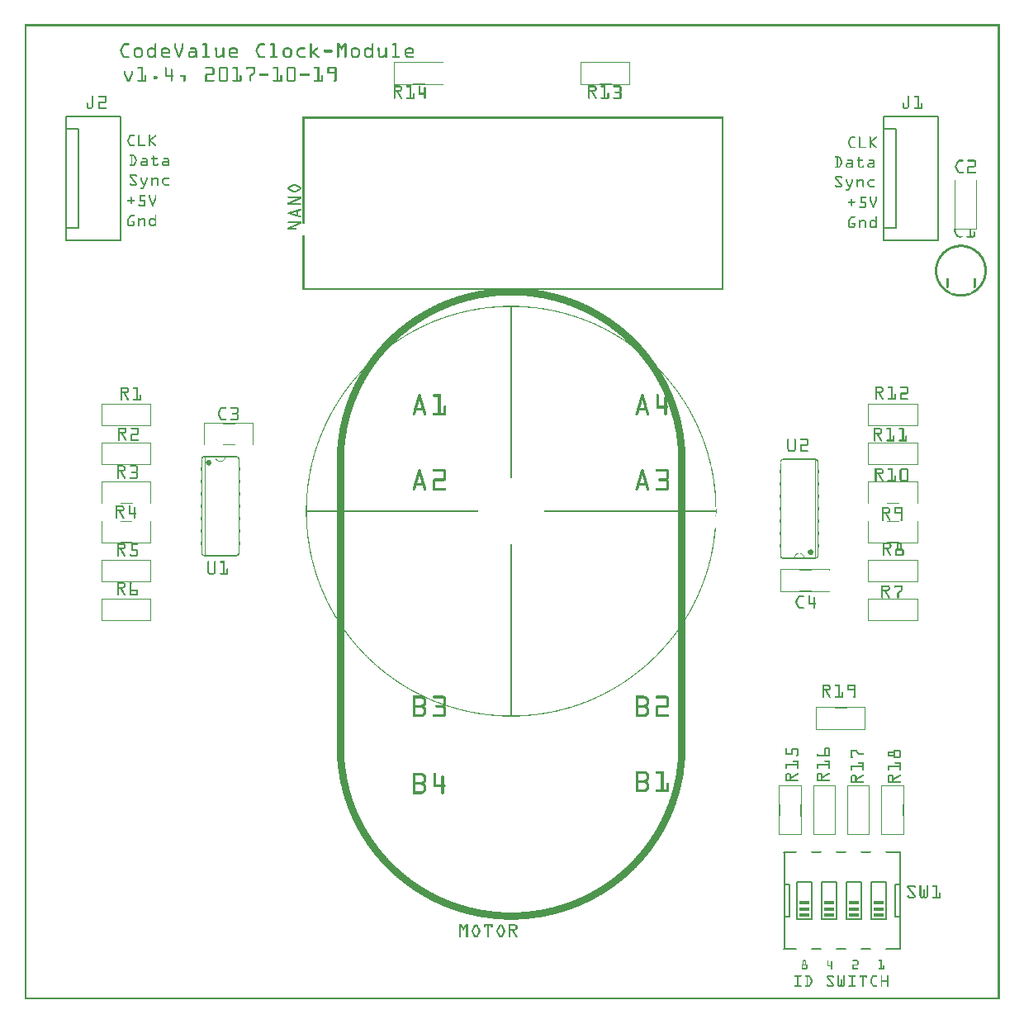
<source format=gto>
G04 MADE WITH FRITZING*
G04 WWW.FRITZING.ORG*
G04 DOUBLE SIDED*
G04 HOLES PLATED*
G04 CONTOUR ON CENTER OF CONTOUR VECTOR*
%ASAXBY*%
%FSLAX23Y23*%
%MOIN*%
%OFA0B0*%
%SFA1.0B1.0*%
%ADD10R,0.040000X0.015000*%
%ADD11R,0.225000X0.505000X0.215000X0.495000*%
%ADD12C,0.005000*%
%ADD13R,0.055000X0.405000X0.045000X0.395000*%
%ADD14C,0.008000*%
%ADD15C,0.006000*%
%ADD16C,0.002000*%
%ADD17R,0.001000X0.001000*%
%LNSILK1*%
G90*
G70*
G54D10*
X3447Y392D03*
X3447Y367D03*
X3447Y342D03*
X3347Y392D03*
X3347Y367D03*
X3347Y342D03*
X3247Y392D03*
X3247Y367D03*
X3247Y342D03*
X3147Y392D03*
X3147Y367D03*
X3147Y342D03*
G54D12*
X169Y3567D02*
X389Y3567D01*
X389Y3067D01*
X169Y3067D01*
X169Y3567D01*
D02*
X169Y3517D02*
X219Y3517D01*
X219Y3117D01*
X169Y3117D01*
X169Y3517D01*
D02*
X3469Y3567D02*
X3689Y3567D01*
X3689Y3067D01*
X3469Y3067D01*
X3469Y3567D01*
D02*
X3469Y3517D02*
X3519Y3517D01*
X3519Y3117D01*
X3469Y3117D01*
X3469Y3517D01*
D02*
G54D14*
X3067Y595D02*
X3067Y465D01*
D02*
X3067Y335D02*
X3087Y335D01*
D02*
X3087Y335D02*
X3087Y465D01*
D02*
X3087Y465D02*
X3067Y465D01*
D02*
X3067Y335D02*
X3067Y205D01*
D02*
X3067Y465D02*
X3067Y335D01*
D02*
X3533Y205D02*
X3533Y335D01*
D02*
X3533Y465D02*
X3513Y465D01*
D02*
X3513Y465D02*
X3513Y335D01*
D02*
X3513Y335D02*
X3533Y335D01*
D02*
X3533Y465D02*
X3533Y595D01*
D02*
X3533Y335D02*
X3533Y465D01*
D02*
X3417Y475D02*
X3417Y325D01*
D02*
X3417Y475D02*
X3477Y475D01*
D02*
X3477Y325D02*
X3477Y475D01*
D02*
X3477Y325D02*
X3417Y325D01*
D02*
X3317Y475D02*
X3317Y325D01*
D02*
X3317Y475D02*
X3377Y475D01*
D02*
X3377Y325D02*
X3377Y475D01*
D02*
X3377Y325D02*
X3317Y325D01*
D02*
X3217Y475D02*
X3217Y325D01*
D02*
X3217Y475D02*
X3277Y475D01*
D02*
X3277Y325D02*
X3277Y475D01*
D02*
X3277Y325D02*
X3217Y325D01*
D02*
X3117Y475D02*
X3117Y325D01*
D02*
X3117Y475D02*
X3177Y475D01*
D02*
X3177Y325D02*
X3177Y475D01*
D02*
X3177Y325D02*
X3117Y325D01*
G54D15*
D02*
X729Y1792D02*
X853Y1792D01*
D02*
X853Y2192D02*
X729Y2192D01*
G54D16*
D02*
X728Y2192D02*
X728Y1792D01*
G54D15*
D02*
X3190Y2181D02*
X3066Y2181D01*
D02*
X3066Y1781D02*
X3190Y1781D01*
G54D16*
D02*
X3191Y1781D02*
X3191Y2181D01*
G54D17*
X0Y3937D02*
X3936Y3937D01*
X0Y3936D02*
X3936Y3936D01*
X0Y3935D02*
X3936Y3935D01*
X0Y3934D02*
X3936Y3934D01*
X0Y3933D02*
X3936Y3933D01*
X0Y3932D02*
X3936Y3932D01*
X0Y3931D02*
X3936Y3931D01*
X0Y3930D02*
X3936Y3930D01*
X0Y3929D02*
X7Y3929D01*
X3929Y3929D02*
X3936Y3929D01*
X0Y3928D02*
X7Y3928D01*
X3929Y3928D02*
X3936Y3928D01*
X0Y3927D02*
X7Y3927D01*
X3929Y3927D02*
X3936Y3927D01*
X0Y3926D02*
X7Y3926D01*
X3929Y3926D02*
X3936Y3926D01*
X0Y3925D02*
X7Y3925D01*
X3929Y3925D02*
X3936Y3925D01*
X0Y3924D02*
X7Y3924D01*
X3929Y3924D02*
X3936Y3924D01*
X0Y3923D02*
X7Y3923D01*
X3929Y3923D02*
X3936Y3923D01*
X0Y3922D02*
X7Y3922D01*
X3929Y3922D02*
X3936Y3922D01*
X0Y3921D02*
X7Y3921D01*
X3929Y3921D02*
X3936Y3921D01*
X0Y3920D02*
X7Y3920D01*
X3929Y3920D02*
X3936Y3920D01*
X0Y3919D02*
X7Y3919D01*
X3929Y3919D02*
X3936Y3919D01*
X0Y3918D02*
X7Y3918D01*
X3929Y3918D02*
X3936Y3918D01*
X0Y3917D02*
X7Y3917D01*
X3929Y3917D02*
X3936Y3917D01*
X0Y3916D02*
X7Y3916D01*
X3929Y3916D02*
X3936Y3916D01*
X0Y3915D02*
X7Y3915D01*
X3929Y3915D02*
X3936Y3915D01*
X0Y3914D02*
X7Y3914D01*
X3929Y3914D02*
X3936Y3914D01*
X0Y3913D02*
X7Y3913D01*
X3929Y3913D02*
X3936Y3913D01*
X0Y3912D02*
X7Y3912D01*
X3929Y3912D02*
X3936Y3912D01*
X0Y3911D02*
X7Y3911D01*
X3929Y3911D02*
X3936Y3911D01*
X0Y3910D02*
X7Y3910D01*
X3929Y3910D02*
X3936Y3910D01*
X0Y3909D02*
X7Y3909D01*
X3929Y3909D02*
X3936Y3909D01*
X0Y3908D02*
X7Y3908D01*
X3929Y3908D02*
X3936Y3908D01*
X0Y3907D02*
X7Y3907D01*
X3929Y3907D02*
X3936Y3907D01*
X0Y3906D02*
X7Y3906D01*
X3929Y3906D02*
X3936Y3906D01*
X0Y3905D02*
X7Y3905D01*
X3929Y3905D02*
X3936Y3905D01*
X0Y3904D02*
X7Y3904D01*
X3929Y3904D02*
X3936Y3904D01*
X0Y3903D02*
X7Y3903D01*
X3929Y3903D02*
X3936Y3903D01*
X0Y3902D02*
X7Y3902D01*
X3929Y3902D02*
X3936Y3902D01*
X0Y3901D02*
X7Y3901D01*
X3929Y3901D02*
X3936Y3901D01*
X0Y3900D02*
X7Y3900D01*
X3929Y3900D02*
X3936Y3900D01*
X0Y3899D02*
X7Y3899D01*
X3929Y3899D02*
X3936Y3899D01*
X0Y3898D02*
X7Y3898D01*
X3929Y3898D02*
X3936Y3898D01*
X0Y3897D02*
X7Y3897D01*
X3929Y3897D02*
X3936Y3897D01*
X0Y3896D02*
X7Y3896D01*
X3929Y3896D02*
X3936Y3896D01*
X0Y3895D02*
X7Y3895D01*
X3929Y3895D02*
X3936Y3895D01*
X0Y3894D02*
X7Y3894D01*
X3929Y3894D02*
X3936Y3894D01*
X0Y3893D02*
X7Y3893D01*
X3929Y3893D02*
X3936Y3893D01*
X0Y3892D02*
X7Y3892D01*
X3929Y3892D02*
X3936Y3892D01*
X0Y3891D02*
X7Y3891D01*
X3929Y3891D02*
X3936Y3891D01*
X0Y3890D02*
X7Y3890D01*
X3929Y3890D02*
X3936Y3890D01*
X0Y3889D02*
X7Y3889D01*
X3929Y3889D02*
X3936Y3889D01*
X0Y3888D02*
X7Y3888D01*
X3929Y3888D02*
X3936Y3888D01*
X0Y3887D02*
X7Y3887D01*
X3929Y3887D02*
X3936Y3887D01*
X0Y3886D02*
X7Y3886D01*
X3929Y3886D02*
X3936Y3886D01*
X0Y3885D02*
X7Y3885D01*
X3929Y3885D02*
X3936Y3885D01*
X0Y3884D02*
X7Y3884D01*
X3929Y3884D02*
X3936Y3884D01*
X0Y3883D02*
X7Y3883D01*
X3929Y3883D02*
X3936Y3883D01*
X0Y3882D02*
X7Y3882D01*
X3929Y3882D02*
X3936Y3882D01*
X0Y3881D02*
X7Y3881D01*
X3929Y3881D02*
X3936Y3881D01*
X0Y3880D02*
X7Y3880D01*
X3929Y3880D02*
X3936Y3880D01*
X0Y3879D02*
X7Y3879D01*
X3929Y3879D02*
X3936Y3879D01*
X0Y3878D02*
X7Y3878D01*
X3929Y3878D02*
X3936Y3878D01*
X0Y3877D02*
X7Y3877D01*
X3929Y3877D02*
X3936Y3877D01*
X0Y3876D02*
X7Y3876D01*
X3929Y3876D02*
X3936Y3876D01*
X0Y3875D02*
X7Y3875D01*
X3929Y3875D02*
X3936Y3875D01*
X0Y3874D02*
X7Y3874D01*
X3929Y3874D02*
X3936Y3874D01*
X0Y3873D02*
X7Y3873D01*
X3929Y3873D02*
X3936Y3873D01*
X0Y3872D02*
X7Y3872D01*
X3929Y3872D02*
X3936Y3872D01*
X0Y3871D02*
X7Y3871D01*
X3929Y3871D02*
X3936Y3871D01*
X0Y3870D02*
X7Y3870D01*
X3929Y3870D02*
X3936Y3870D01*
X0Y3869D02*
X7Y3869D01*
X3929Y3869D02*
X3936Y3869D01*
X0Y3868D02*
X7Y3868D01*
X3929Y3868D02*
X3936Y3868D01*
X0Y3867D02*
X7Y3867D01*
X3929Y3867D02*
X3936Y3867D01*
X0Y3866D02*
X7Y3866D01*
X3929Y3866D02*
X3936Y3866D01*
X0Y3865D02*
X7Y3865D01*
X3929Y3865D02*
X3936Y3865D01*
X0Y3864D02*
X7Y3864D01*
X3929Y3864D02*
X3936Y3864D01*
X0Y3863D02*
X7Y3863D01*
X3929Y3863D02*
X3936Y3863D01*
X0Y3862D02*
X7Y3862D01*
X3929Y3862D02*
X3936Y3862D01*
X0Y3861D02*
X7Y3861D01*
X3929Y3861D02*
X3936Y3861D01*
X0Y3860D02*
X7Y3860D01*
X403Y3860D02*
X420Y3860D01*
X528Y3860D02*
X530Y3860D01*
X607Y3860D02*
X609Y3860D01*
X637Y3860D02*
X639Y3860D01*
X721Y3860D02*
X734Y3860D01*
X950Y3860D02*
X968Y3860D01*
X994Y3860D02*
X1007Y3860D01*
X1155Y3860D02*
X1157Y3860D01*
X1262Y3860D02*
X1271Y3860D01*
X1290Y3860D02*
X1298Y3860D01*
X1404Y3860D02*
X1406Y3860D01*
X1487Y3860D02*
X1500Y3860D01*
X3929Y3860D02*
X3936Y3860D01*
X0Y3859D02*
X7Y3859D01*
X401Y3859D02*
X422Y3859D01*
X527Y3859D02*
X531Y3859D01*
X606Y3859D02*
X611Y3859D01*
X636Y3859D02*
X641Y3859D01*
X719Y3859D02*
X735Y3859D01*
X948Y3859D02*
X969Y3859D01*
X993Y3859D02*
X1009Y3859D01*
X1153Y3859D02*
X1158Y3859D01*
X1262Y3859D02*
X1271Y3859D01*
X1289Y3859D02*
X1299Y3859D01*
X1402Y3859D02*
X1407Y3859D01*
X1486Y3859D02*
X1501Y3859D01*
X3929Y3859D02*
X3936Y3859D01*
X0Y3858D02*
X7Y3858D01*
X399Y3858D02*
X422Y3858D01*
X526Y3858D02*
X532Y3858D01*
X605Y3858D02*
X611Y3858D01*
X635Y3858D02*
X641Y3858D01*
X719Y3858D02*
X736Y3858D01*
X946Y3858D02*
X970Y3858D01*
X992Y3858D02*
X1009Y3858D01*
X1153Y3858D02*
X1159Y3858D01*
X1262Y3858D02*
X1272Y3858D01*
X1288Y3858D02*
X1299Y3858D01*
X1402Y3858D02*
X1408Y3858D01*
X1485Y3858D02*
X1502Y3858D01*
X3929Y3858D02*
X3936Y3858D01*
X0Y3857D02*
X7Y3857D01*
X398Y3857D02*
X423Y3857D01*
X526Y3857D02*
X532Y3857D01*
X605Y3857D02*
X612Y3857D01*
X635Y3857D02*
X642Y3857D01*
X718Y3857D02*
X736Y3857D01*
X945Y3857D02*
X970Y3857D01*
X992Y3857D02*
X1010Y3857D01*
X1152Y3857D02*
X1159Y3857D01*
X1262Y3857D02*
X1273Y3857D01*
X1288Y3857D02*
X1299Y3857D01*
X1401Y3857D02*
X1408Y3857D01*
X1485Y3857D02*
X1502Y3857D01*
X3929Y3857D02*
X3936Y3857D01*
X0Y3856D02*
X7Y3856D01*
X397Y3856D02*
X423Y3856D01*
X526Y3856D02*
X532Y3856D01*
X605Y3856D02*
X612Y3856D01*
X635Y3856D02*
X642Y3856D01*
X718Y3856D02*
X736Y3856D01*
X944Y3856D02*
X970Y3856D01*
X992Y3856D02*
X1010Y3856D01*
X1152Y3856D02*
X1159Y3856D01*
X1262Y3856D02*
X1273Y3856D01*
X1287Y3856D02*
X1299Y3856D01*
X1401Y3856D02*
X1408Y3856D01*
X1485Y3856D02*
X1502Y3856D01*
X3929Y3856D02*
X3936Y3856D01*
X0Y3855D02*
X7Y3855D01*
X396Y3855D02*
X422Y3855D01*
X526Y3855D02*
X532Y3855D01*
X605Y3855D02*
X612Y3855D01*
X635Y3855D02*
X642Y3855D01*
X719Y3855D02*
X736Y3855D01*
X944Y3855D02*
X970Y3855D01*
X992Y3855D02*
X1010Y3855D01*
X1152Y3855D02*
X1159Y3855D01*
X1262Y3855D02*
X1274Y3855D01*
X1286Y3855D02*
X1299Y3855D01*
X1401Y3855D02*
X1408Y3855D01*
X1485Y3855D02*
X1502Y3855D01*
X3929Y3855D02*
X3936Y3855D01*
X0Y3854D02*
X7Y3854D01*
X396Y3854D02*
X422Y3854D01*
X526Y3854D02*
X532Y3854D01*
X605Y3854D02*
X612Y3854D01*
X635Y3854D02*
X642Y3854D01*
X719Y3854D02*
X736Y3854D01*
X943Y3854D02*
X969Y3854D01*
X993Y3854D02*
X1010Y3854D01*
X1152Y3854D02*
X1159Y3854D01*
X1262Y3854D02*
X1275Y3854D01*
X1286Y3854D02*
X1299Y3854D01*
X1401Y3854D02*
X1408Y3854D01*
X1486Y3854D02*
X1502Y3854D01*
X3929Y3854D02*
X3936Y3854D01*
X0Y3853D02*
X7Y3853D01*
X395Y3853D02*
X420Y3853D01*
X526Y3853D02*
X532Y3853D01*
X605Y3853D02*
X612Y3853D01*
X635Y3853D02*
X642Y3853D01*
X721Y3853D02*
X736Y3853D01*
X942Y3853D02*
X968Y3853D01*
X994Y3853D02*
X1010Y3853D01*
X1152Y3853D02*
X1159Y3853D01*
X1262Y3853D02*
X1276Y3853D01*
X1285Y3853D02*
X1299Y3853D01*
X1401Y3853D02*
X1408Y3853D01*
X1487Y3853D02*
X1502Y3853D01*
X3929Y3853D02*
X3936Y3853D01*
X0Y3852D02*
X7Y3852D01*
X395Y3852D02*
X403Y3852D01*
X526Y3852D02*
X532Y3852D01*
X605Y3852D02*
X612Y3852D01*
X635Y3852D02*
X642Y3852D01*
X729Y3852D02*
X736Y3852D01*
X942Y3852D02*
X950Y3852D01*
X1003Y3852D02*
X1010Y3852D01*
X1152Y3852D02*
X1159Y3852D01*
X1262Y3852D02*
X1276Y3852D01*
X1284Y3852D02*
X1299Y3852D01*
X1401Y3852D02*
X1408Y3852D01*
X1496Y3852D02*
X1502Y3852D01*
X3929Y3852D02*
X3936Y3852D01*
X0Y3851D02*
X7Y3851D01*
X394Y3851D02*
X402Y3851D01*
X526Y3851D02*
X532Y3851D01*
X605Y3851D02*
X612Y3851D01*
X635Y3851D02*
X642Y3851D01*
X729Y3851D02*
X736Y3851D01*
X941Y3851D02*
X949Y3851D01*
X1003Y3851D02*
X1010Y3851D01*
X1152Y3851D02*
X1159Y3851D01*
X1262Y3851D02*
X1277Y3851D01*
X1283Y3851D02*
X1299Y3851D01*
X1401Y3851D02*
X1408Y3851D01*
X1496Y3851D02*
X1502Y3851D01*
X3929Y3851D02*
X3936Y3851D01*
X0Y3850D02*
X7Y3850D01*
X394Y3850D02*
X401Y3850D01*
X526Y3850D02*
X532Y3850D01*
X605Y3850D02*
X612Y3850D01*
X635Y3850D02*
X642Y3850D01*
X729Y3850D02*
X736Y3850D01*
X941Y3850D02*
X949Y3850D01*
X1003Y3850D02*
X1010Y3850D01*
X1152Y3850D02*
X1159Y3850D01*
X1262Y3850D02*
X1278Y3850D01*
X1283Y3850D02*
X1299Y3850D01*
X1401Y3850D02*
X1408Y3850D01*
X1496Y3850D02*
X1502Y3850D01*
X3929Y3850D02*
X3936Y3850D01*
X0Y3849D02*
X7Y3849D01*
X393Y3849D02*
X401Y3849D01*
X526Y3849D02*
X532Y3849D01*
X605Y3849D02*
X612Y3849D01*
X635Y3849D02*
X642Y3849D01*
X729Y3849D02*
X736Y3849D01*
X940Y3849D02*
X948Y3849D01*
X1003Y3849D02*
X1010Y3849D01*
X1152Y3849D02*
X1159Y3849D01*
X1262Y3849D02*
X1278Y3849D01*
X1282Y3849D02*
X1290Y3849D01*
X1292Y3849D02*
X1299Y3849D01*
X1401Y3849D02*
X1408Y3849D01*
X1496Y3849D02*
X1502Y3849D01*
X3929Y3849D02*
X3936Y3849D01*
X0Y3848D02*
X7Y3848D01*
X393Y3848D02*
X400Y3848D01*
X526Y3848D02*
X532Y3848D01*
X605Y3848D02*
X612Y3848D01*
X635Y3848D02*
X642Y3848D01*
X729Y3848D02*
X736Y3848D01*
X940Y3848D02*
X948Y3848D01*
X1003Y3848D02*
X1010Y3848D01*
X1152Y3848D02*
X1159Y3848D01*
X1262Y3848D02*
X1269Y3848D01*
X1271Y3848D02*
X1279Y3848D01*
X1281Y3848D02*
X1290Y3848D01*
X1292Y3848D02*
X1299Y3848D01*
X1401Y3848D02*
X1408Y3848D01*
X1496Y3848D02*
X1502Y3848D01*
X3929Y3848D02*
X3936Y3848D01*
X0Y3847D02*
X7Y3847D01*
X392Y3847D02*
X400Y3847D01*
X526Y3847D02*
X532Y3847D01*
X605Y3847D02*
X612Y3847D01*
X635Y3847D02*
X642Y3847D01*
X729Y3847D02*
X736Y3847D01*
X939Y3847D02*
X947Y3847D01*
X1003Y3847D02*
X1010Y3847D01*
X1152Y3847D02*
X1159Y3847D01*
X1262Y3847D02*
X1269Y3847D01*
X1271Y3847D02*
X1289Y3847D01*
X1292Y3847D02*
X1299Y3847D01*
X1401Y3847D02*
X1408Y3847D01*
X1496Y3847D02*
X1502Y3847D01*
X3929Y3847D02*
X3936Y3847D01*
X0Y3846D02*
X7Y3846D01*
X392Y3846D02*
X399Y3846D01*
X526Y3846D02*
X532Y3846D01*
X605Y3846D02*
X612Y3846D01*
X635Y3846D02*
X642Y3846D01*
X729Y3846D02*
X736Y3846D01*
X939Y3846D02*
X947Y3846D01*
X1003Y3846D02*
X1010Y3846D01*
X1152Y3846D02*
X1159Y3846D01*
X1262Y3846D02*
X1269Y3846D01*
X1272Y3846D02*
X1288Y3846D01*
X1292Y3846D02*
X1299Y3846D01*
X1401Y3846D02*
X1408Y3846D01*
X1496Y3846D02*
X1502Y3846D01*
X3929Y3846D02*
X3936Y3846D01*
X0Y3845D02*
X7Y3845D01*
X391Y3845D02*
X399Y3845D01*
X526Y3845D02*
X532Y3845D01*
X605Y3845D02*
X612Y3845D01*
X635Y3845D02*
X642Y3845D01*
X729Y3845D02*
X736Y3845D01*
X938Y3845D02*
X946Y3845D01*
X1003Y3845D02*
X1010Y3845D01*
X1152Y3845D02*
X1159Y3845D01*
X1262Y3845D02*
X1269Y3845D01*
X1273Y3845D02*
X1288Y3845D01*
X1292Y3845D02*
X1299Y3845D01*
X1401Y3845D02*
X1408Y3845D01*
X1496Y3845D02*
X1502Y3845D01*
X3929Y3845D02*
X3936Y3845D01*
X0Y3844D02*
X7Y3844D01*
X391Y3844D02*
X398Y3844D01*
X452Y3844D02*
X466Y3844D01*
X507Y3844D02*
X517Y3844D01*
X526Y3844D02*
X532Y3844D01*
X562Y3844D02*
X575Y3844D01*
X605Y3844D02*
X612Y3844D01*
X635Y3844D02*
X642Y3844D01*
X670Y3844D02*
X687Y3844D01*
X729Y3844D02*
X736Y3844D01*
X772Y3844D02*
X773Y3844D01*
X802Y3844D02*
X803Y3844D01*
X836Y3844D02*
X849Y3844D01*
X938Y3844D02*
X946Y3844D01*
X1003Y3844D02*
X1010Y3844D01*
X1055Y3844D02*
X1068Y3844D01*
X1113Y3844D02*
X1132Y3844D01*
X1152Y3844D02*
X1159Y3844D01*
X1181Y3844D02*
X1183Y3844D01*
X1262Y3844D02*
X1269Y3844D01*
X1273Y3844D02*
X1287Y3844D01*
X1292Y3844D02*
X1299Y3844D01*
X1328Y3844D02*
X1342Y3844D01*
X1383Y3844D02*
X1392Y3844D01*
X1401Y3844D02*
X1408Y3844D01*
X1429Y3844D02*
X1430Y3844D01*
X1459Y3844D02*
X1460Y3844D01*
X1496Y3844D02*
X1502Y3844D01*
X1547Y3844D02*
X1561Y3844D01*
X3929Y3844D02*
X3936Y3844D01*
X0Y3843D02*
X7Y3843D01*
X390Y3843D02*
X398Y3843D01*
X450Y3843D02*
X469Y3843D01*
X504Y3843D02*
X519Y3843D01*
X526Y3843D02*
X532Y3843D01*
X559Y3843D02*
X578Y3843D01*
X605Y3843D02*
X612Y3843D01*
X635Y3843D02*
X642Y3843D01*
X668Y3843D02*
X689Y3843D01*
X729Y3843D02*
X736Y3843D01*
X770Y3843D02*
X775Y3843D01*
X800Y3843D02*
X805Y3843D01*
X833Y3843D02*
X852Y3843D01*
X937Y3843D02*
X945Y3843D01*
X1003Y3843D02*
X1010Y3843D01*
X1052Y3843D02*
X1071Y3843D01*
X1110Y3843D02*
X1133Y3843D01*
X1152Y3843D02*
X1159Y3843D01*
X1180Y3843D02*
X1184Y3843D01*
X1262Y3843D02*
X1269Y3843D01*
X1274Y3843D02*
X1286Y3843D01*
X1292Y3843D02*
X1299Y3843D01*
X1325Y3843D02*
X1344Y3843D01*
X1380Y3843D02*
X1395Y3843D01*
X1401Y3843D02*
X1408Y3843D01*
X1427Y3843D02*
X1432Y3843D01*
X1457Y3843D02*
X1462Y3843D01*
X1496Y3843D02*
X1502Y3843D01*
X1544Y3843D02*
X1563Y3843D01*
X3929Y3843D02*
X3936Y3843D01*
X0Y3842D02*
X7Y3842D01*
X390Y3842D02*
X397Y3842D01*
X448Y3842D02*
X470Y3842D01*
X503Y3842D02*
X521Y3842D01*
X526Y3842D02*
X532Y3842D01*
X558Y3842D02*
X580Y3842D01*
X605Y3842D02*
X613Y3842D01*
X634Y3842D02*
X641Y3842D01*
X668Y3842D02*
X691Y3842D01*
X729Y3842D02*
X736Y3842D01*
X770Y3842D02*
X775Y3842D01*
X800Y3842D02*
X806Y3842D01*
X831Y3842D02*
X853Y3842D01*
X937Y3842D02*
X945Y3842D01*
X1003Y3842D02*
X1010Y3842D01*
X1050Y3842D02*
X1072Y3842D01*
X1108Y3842D02*
X1134Y3842D01*
X1152Y3842D02*
X1159Y3842D01*
X1178Y3842D02*
X1185Y3842D01*
X1262Y3842D02*
X1269Y3842D01*
X1275Y3842D02*
X1285Y3842D01*
X1292Y3842D02*
X1299Y3842D01*
X1324Y3842D02*
X1346Y3842D01*
X1379Y3842D02*
X1397Y3842D01*
X1401Y3842D02*
X1408Y3842D01*
X1426Y3842D02*
X1432Y3842D01*
X1457Y3842D02*
X1462Y3842D01*
X1496Y3842D02*
X1502Y3842D01*
X1543Y3842D02*
X1565Y3842D01*
X3929Y3842D02*
X3936Y3842D01*
X0Y3841D02*
X7Y3841D01*
X389Y3841D02*
X397Y3841D01*
X447Y3841D02*
X471Y3841D01*
X502Y3841D02*
X522Y3841D01*
X526Y3841D02*
X532Y3841D01*
X556Y3841D02*
X581Y3841D01*
X606Y3841D02*
X613Y3841D01*
X634Y3841D02*
X641Y3841D01*
X667Y3841D02*
X692Y3841D01*
X729Y3841D02*
X736Y3841D01*
X769Y3841D02*
X776Y3841D01*
X799Y3841D02*
X806Y3841D01*
X830Y3841D02*
X855Y3841D01*
X936Y3841D02*
X944Y3841D01*
X1003Y3841D02*
X1010Y3841D01*
X1049Y3841D02*
X1073Y3841D01*
X1107Y3841D02*
X1134Y3841D01*
X1152Y3841D02*
X1159Y3841D01*
X1177Y3841D02*
X1185Y3841D01*
X1262Y3841D02*
X1269Y3841D01*
X1276Y3841D02*
X1285Y3841D01*
X1292Y3841D02*
X1299Y3841D01*
X1323Y3841D02*
X1347Y3841D01*
X1377Y3841D02*
X1398Y3841D01*
X1401Y3841D02*
X1408Y3841D01*
X1426Y3841D02*
X1433Y3841D01*
X1456Y3841D02*
X1463Y3841D01*
X1496Y3841D02*
X1502Y3841D01*
X1542Y3841D02*
X1566Y3841D01*
X3929Y3841D02*
X3936Y3841D01*
X0Y3840D02*
X7Y3840D01*
X389Y3840D02*
X396Y3840D01*
X446Y3840D02*
X473Y3840D01*
X500Y3840D02*
X524Y3840D01*
X526Y3840D02*
X532Y3840D01*
X555Y3840D02*
X582Y3840D01*
X606Y3840D02*
X613Y3840D01*
X633Y3840D02*
X641Y3840D01*
X667Y3840D02*
X693Y3840D01*
X729Y3840D02*
X736Y3840D01*
X769Y3840D02*
X776Y3840D01*
X799Y3840D02*
X806Y3840D01*
X829Y3840D02*
X856Y3840D01*
X936Y3840D02*
X944Y3840D01*
X1003Y3840D02*
X1010Y3840D01*
X1048Y3840D02*
X1075Y3840D01*
X1106Y3840D02*
X1134Y3840D01*
X1152Y3840D02*
X1159Y3840D01*
X1176Y3840D02*
X1185Y3840D01*
X1262Y3840D02*
X1269Y3840D01*
X1276Y3840D02*
X1284Y3840D01*
X1292Y3840D02*
X1299Y3840D01*
X1322Y3840D02*
X1348Y3840D01*
X1376Y3840D02*
X1399Y3840D01*
X1401Y3840D02*
X1408Y3840D01*
X1426Y3840D02*
X1433Y3840D01*
X1456Y3840D02*
X1463Y3840D01*
X1496Y3840D02*
X1502Y3840D01*
X1540Y3840D02*
X1567Y3840D01*
X3929Y3840D02*
X3936Y3840D01*
X0Y3839D02*
X7Y3839D01*
X388Y3839D02*
X396Y3839D01*
X445Y3839D02*
X474Y3839D01*
X499Y3839D02*
X532Y3839D01*
X554Y3839D02*
X583Y3839D01*
X607Y3839D02*
X614Y3839D01*
X633Y3839D02*
X640Y3839D01*
X668Y3839D02*
X694Y3839D01*
X729Y3839D02*
X736Y3839D01*
X769Y3839D02*
X776Y3839D01*
X799Y3839D02*
X806Y3839D01*
X828Y3839D02*
X857Y3839D01*
X935Y3839D02*
X943Y3839D01*
X1003Y3839D02*
X1010Y3839D01*
X1047Y3839D02*
X1076Y3839D01*
X1105Y3839D02*
X1134Y3839D01*
X1152Y3839D02*
X1159Y3839D01*
X1175Y3839D02*
X1185Y3839D01*
X1262Y3839D02*
X1269Y3839D01*
X1277Y3839D02*
X1284Y3839D01*
X1292Y3839D02*
X1299Y3839D01*
X1320Y3839D02*
X1349Y3839D01*
X1375Y3839D02*
X1408Y3839D01*
X1426Y3839D02*
X1433Y3839D01*
X1456Y3839D02*
X1463Y3839D01*
X1496Y3839D02*
X1502Y3839D01*
X1539Y3839D02*
X1568Y3839D01*
X3929Y3839D02*
X3936Y3839D01*
X0Y3838D02*
X7Y3838D01*
X388Y3838D02*
X395Y3838D01*
X444Y3838D02*
X475Y3838D01*
X498Y3838D02*
X532Y3838D01*
X553Y3838D02*
X584Y3838D01*
X607Y3838D02*
X614Y3838D01*
X633Y3838D02*
X640Y3838D01*
X668Y3838D02*
X694Y3838D01*
X729Y3838D02*
X736Y3838D01*
X769Y3838D02*
X776Y3838D01*
X799Y3838D02*
X806Y3838D01*
X827Y3838D02*
X858Y3838D01*
X935Y3838D02*
X943Y3838D01*
X1003Y3838D02*
X1010Y3838D01*
X1046Y3838D02*
X1077Y3838D01*
X1104Y3838D02*
X1133Y3838D01*
X1152Y3838D02*
X1159Y3838D01*
X1174Y3838D02*
X1184Y3838D01*
X1262Y3838D02*
X1269Y3838D01*
X1277Y3838D02*
X1284Y3838D01*
X1292Y3838D02*
X1299Y3838D01*
X1319Y3838D02*
X1350Y3838D01*
X1374Y3838D02*
X1408Y3838D01*
X1426Y3838D02*
X1433Y3838D01*
X1456Y3838D02*
X1463Y3838D01*
X1496Y3838D02*
X1502Y3838D01*
X1538Y3838D02*
X1569Y3838D01*
X3929Y3838D02*
X3936Y3838D01*
X0Y3837D02*
X7Y3837D01*
X387Y3837D02*
X395Y3837D01*
X443Y3837D02*
X475Y3837D01*
X498Y3837D02*
X532Y3837D01*
X552Y3837D02*
X585Y3837D01*
X607Y3837D02*
X615Y3837D01*
X632Y3837D02*
X639Y3837D01*
X669Y3837D02*
X695Y3837D01*
X729Y3837D02*
X736Y3837D01*
X769Y3837D02*
X776Y3837D01*
X799Y3837D02*
X806Y3837D01*
X826Y3837D02*
X859Y3837D01*
X935Y3837D02*
X942Y3837D01*
X1003Y3837D02*
X1010Y3837D01*
X1045Y3837D02*
X1078Y3837D01*
X1103Y3837D02*
X1132Y3837D01*
X1152Y3837D02*
X1159Y3837D01*
X1173Y3837D02*
X1183Y3837D01*
X1262Y3837D02*
X1269Y3837D01*
X1277Y3837D02*
X1283Y3837D01*
X1292Y3837D02*
X1299Y3837D01*
X1319Y3837D02*
X1351Y3837D01*
X1373Y3837D02*
X1408Y3837D01*
X1426Y3837D02*
X1433Y3837D01*
X1456Y3837D02*
X1463Y3837D01*
X1496Y3837D02*
X1502Y3837D01*
X1538Y3837D02*
X1570Y3837D01*
X3929Y3837D02*
X3936Y3837D01*
X0Y3836D02*
X7Y3836D01*
X387Y3836D02*
X394Y3836D01*
X442Y3836D02*
X452Y3836D01*
X467Y3836D02*
X476Y3836D01*
X497Y3836D02*
X507Y3836D01*
X517Y3836D02*
X532Y3836D01*
X552Y3836D02*
X561Y3836D01*
X576Y3836D02*
X586Y3836D01*
X608Y3836D02*
X615Y3836D01*
X632Y3836D02*
X639Y3836D01*
X687Y3836D02*
X695Y3836D01*
X729Y3836D02*
X736Y3836D01*
X769Y3836D02*
X776Y3836D01*
X799Y3836D02*
X806Y3836D01*
X825Y3836D02*
X835Y3836D01*
X850Y3836D02*
X859Y3836D01*
X934Y3836D02*
X941Y3836D01*
X1003Y3836D02*
X1010Y3836D01*
X1044Y3836D02*
X1054Y3836D01*
X1069Y3836D02*
X1078Y3836D01*
X1102Y3836D02*
X1113Y3836D01*
X1152Y3836D02*
X1159Y3836D01*
X1171Y3836D02*
X1182Y3836D01*
X1262Y3836D02*
X1269Y3836D01*
X1277Y3836D02*
X1283Y3836D01*
X1292Y3836D02*
X1299Y3836D01*
X1318Y3836D02*
X1328Y3836D01*
X1342Y3836D02*
X1352Y3836D01*
X1373Y3836D02*
X1382Y3836D01*
X1393Y3836D02*
X1408Y3836D01*
X1426Y3836D02*
X1433Y3836D01*
X1456Y3836D02*
X1463Y3836D01*
X1496Y3836D02*
X1502Y3836D01*
X1537Y3836D02*
X1547Y3836D01*
X1561Y3836D02*
X1571Y3836D01*
X3929Y3836D02*
X3936Y3836D01*
X0Y3835D02*
X7Y3835D01*
X387Y3835D02*
X394Y3835D01*
X442Y3835D02*
X451Y3835D01*
X468Y3835D02*
X477Y3835D01*
X496Y3835D02*
X505Y3835D01*
X519Y3835D02*
X532Y3835D01*
X551Y3835D02*
X560Y3835D01*
X577Y3835D02*
X586Y3835D01*
X608Y3835D02*
X615Y3835D01*
X631Y3835D02*
X639Y3835D01*
X688Y3835D02*
X695Y3835D01*
X729Y3835D02*
X736Y3835D01*
X769Y3835D02*
X776Y3835D01*
X799Y3835D02*
X806Y3835D01*
X825Y3835D02*
X834Y3835D01*
X851Y3835D02*
X860Y3835D01*
X934Y3835D02*
X941Y3835D01*
X1003Y3835D02*
X1010Y3835D01*
X1044Y3835D02*
X1053Y3835D01*
X1070Y3835D02*
X1079Y3835D01*
X1101Y3835D02*
X1111Y3835D01*
X1152Y3835D02*
X1159Y3835D01*
X1170Y3835D02*
X1181Y3835D01*
X1262Y3835D02*
X1269Y3835D01*
X1278Y3835D02*
X1283Y3835D01*
X1292Y3835D02*
X1299Y3835D01*
X1318Y3835D02*
X1326Y3835D01*
X1344Y3835D02*
X1352Y3835D01*
X1372Y3835D02*
X1381Y3835D01*
X1394Y3835D02*
X1408Y3835D01*
X1426Y3835D02*
X1433Y3835D01*
X1456Y3835D02*
X1463Y3835D01*
X1496Y3835D02*
X1502Y3835D01*
X1537Y3835D02*
X1545Y3835D01*
X1563Y3835D02*
X1571Y3835D01*
X3929Y3835D02*
X3936Y3835D01*
X0Y3834D02*
X7Y3834D01*
X386Y3834D02*
X393Y3834D01*
X441Y3834D02*
X449Y3834D01*
X469Y3834D02*
X477Y3834D01*
X496Y3834D02*
X504Y3834D01*
X520Y3834D02*
X532Y3834D01*
X551Y3834D02*
X559Y3834D01*
X579Y3834D02*
X586Y3834D01*
X608Y3834D02*
X616Y3834D01*
X631Y3834D02*
X638Y3834D01*
X688Y3834D02*
X695Y3834D01*
X729Y3834D02*
X736Y3834D01*
X769Y3834D02*
X776Y3834D01*
X799Y3834D02*
X806Y3834D01*
X825Y3834D02*
X833Y3834D01*
X852Y3834D02*
X860Y3834D01*
X934Y3834D02*
X941Y3834D01*
X1003Y3834D02*
X1010Y3834D01*
X1044Y3834D02*
X1052Y3834D01*
X1071Y3834D02*
X1079Y3834D01*
X1100Y3834D02*
X1110Y3834D01*
X1152Y3834D02*
X1159Y3834D01*
X1169Y3834D02*
X1180Y3834D01*
X1209Y3834D02*
X1242Y3834D01*
X1262Y3834D02*
X1269Y3834D01*
X1279Y3834D02*
X1282Y3834D01*
X1292Y3834D02*
X1299Y3834D01*
X1317Y3834D02*
X1325Y3834D01*
X1345Y3834D02*
X1353Y3834D01*
X1372Y3834D02*
X1380Y3834D01*
X1396Y3834D02*
X1408Y3834D01*
X1426Y3834D02*
X1433Y3834D01*
X1456Y3834D02*
X1463Y3834D01*
X1496Y3834D02*
X1502Y3834D01*
X1536Y3834D02*
X1544Y3834D01*
X1564Y3834D02*
X1572Y3834D01*
X3929Y3834D02*
X3936Y3834D01*
X0Y3833D02*
X7Y3833D01*
X386Y3833D02*
X393Y3833D01*
X441Y3833D02*
X448Y3833D01*
X470Y3833D02*
X477Y3833D01*
X496Y3833D02*
X503Y3833D01*
X521Y3833D02*
X532Y3833D01*
X551Y3833D02*
X558Y3833D01*
X579Y3833D02*
X587Y3833D01*
X609Y3833D02*
X616Y3833D01*
X631Y3833D02*
X638Y3833D01*
X689Y3833D02*
X695Y3833D01*
X729Y3833D02*
X736Y3833D01*
X769Y3833D02*
X776Y3833D01*
X799Y3833D02*
X806Y3833D01*
X824Y3833D02*
X832Y3833D01*
X853Y3833D02*
X860Y3833D01*
X934Y3833D02*
X940Y3833D01*
X1003Y3833D02*
X1010Y3833D01*
X1043Y3833D02*
X1051Y3833D01*
X1072Y3833D02*
X1079Y3833D01*
X1099Y3833D02*
X1109Y3833D01*
X1152Y3833D02*
X1159Y3833D01*
X1168Y3833D02*
X1179Y3833D01*
X1208Y3833D02*
X1243Y3833D01*
X1262Y3833D02*
X1269Y3833D01*
X1292Y3833D02*
X1299Y3833D01*
X1317Y3833D02*
X1324Y3833D01*
X1346Y3833D02*
X1353Y3833D01*
X1372Y3833D02*
X1379Y3833D01*
X1397Y3833D02*
X1408Y3833D01*
X1426Y3833D02*
X1433Y3833D01*
X1456Y3833D02*
X1463Y3833D01*
X1496Y3833D02*
X1502Y3833D01*
X1536Y3833D02*
X1543Y3833D01*
X1565Y3833D02*
X1572Y3833D01*
X3929Y3833D02*
X3936Y3833D01*
X0Y3832D02*
X7Y3832D01*
X386Y3832D02*
X393Y3832D01*
X441Y3832D02*
X448Y3832D01*
X471Y3832D02*
X477Y3832D01*
X496Y3832D02*
X503Y3832D01*
X522Y3832D02*
X532Y3832D01*
X550Y3832D02*
X557Y3832D01*
X580Y3832D02*
X587Y3832D01*
X609Y3832D02*
X617Y3832D01*
X630Y3832D02*
X637Y3832D01*
X689Y3832D02*
X696Y3832D01*
X729Y3832D02*
X736Y3832D01*
X770Y3832D02*
X776Y3832D01*
X799Y3832D02*
X806Y3832D01*
X824Y3832D02*
X831Y3832D01*
X854Y3832D02*
X861Y3832D01*
X934Y3832D02*
X940Y3832D01*
X1003Y3832D02*
X1010Y3832D01*
X1043Y3832D02*
X1050Y3832D01*
X1073Y3832D02*
X1079Y3832D01*
X1099Y3832D02*
X1108Y3832D01*
X1152Y3832D02*
X1159Y3832D01*
X1167Y3832D02*
X1177Y3832D01*
X1207Y3832D02*
X1244Y3832D01*
X1262Y3832D02*
X1269Y3832D01*
X1292Y3832D02*
X1299Y3832D01*
X1317Y3832D02*
X1324Y3832D01*
X1346Y3832D02*
X1353Y3832D01*
X1371Y3832D02*
X1378Y3832D01*
X1398Y3832D02*
X1408Y3832D01*
X1426Y3832D02*
X1433Y3832D01*
X1456Y3832D02*
X1463Y3832D01*
X1496Y3832D02*
X1502Y3832D01*
X1536Y3832D02*
X1543Y3832D01*
X1565Y3832D02*
X1572Y3832D01*
X3929Y3832D02*
X3936Y3832D01*
X0Y3831D02*
X7Y3831D01*
X386Y3831D02*
X393Y3831D01*
X441Y3831D02*
X448Y3831D01*
X471Y3831D02*
X477Y3831D01*
X496Y3831D02*
X502Y3831D01*
X523Y3831D02*
X532Y3831D01*
X550Y3831D02*
X557Y3831D01*
X580Y3831D02*
X587Y3831D01*
X610Y3831D02*
X617Y3831D01*
X630Y3831D02*
X637Y3831D01*
X689Y3831D02*
X696Y3831D01*
X729Y3831D02*
X736Y3831D01*
X770Y3831D02*
X776Y3831D01*
X799Y3831D02*
X806Y3831D01*
X824Y3831D02*
X831Y3831D01*
X854Y3831D02*
X861Y3831D01*
X933Y3831D02*
X940Y3831D01*
X1003Y3831D02*
X1010Y3831D01*
X1043Y3831D02*
X1050Y3831D01*
X1073Y3831D02*
X1080Y3831D01*
X1098Y3831D02*
X1107Y3831D01*
X1152Y3831D02*
X1159Y3831D01*
X1166Y3831D02*
X1176Y3831D01*
X1207Y3831D02*
X1244Y3831D01*
X1262Y3831D02*
X1269Y3831D01*
X1292Y3831D02*
X1299Y3831D01*
X1317Y3831D02*
X1323Y3831D01*
X1347Y3831D02*
X1353Y3831D01*
X1371Y3831D02*
X1378Y3831D01*
X1399Y3831D02*
X1408Y3831D01*
X1426Y3831D02*
X1433Y3831D01*
X1456Y3831D02*
X1463Y3831D01*
X1496Y3831D02*
X1502Y3831D01*
X1536Y3831D02*
X1542Y3831D01*
X1566Y3831D02*
X1572Y3831D01*
X3929Y3831D02*
X3936Y3831D01*
X0Y3830D02*
X7Y3830D01*
X386Y3830D02*
X393Y3830D01*
X441Y3830D02*
X447Y3830D01*
X471Y3830D02*
X478Y3830D01*
X496Y3830D02*
X502Y3830D01*
X524Y3830D02*
X532Y3830D01*
X550Y3830D02*
X557Y3830D01*
X580Y3830D02*
X587Y3830D01*
X610Y3830D02*
X617Y3830D01*
X629Y3830D02*
X637Y3830D01*
X689Y3830D02*
X696Y3830D01*
X729Y3830D02*
X736Y3830D01*
X770Y3830D02*
X776Y3830D01*
X799Y3830D02*
X806Y3830D01*
X824Y3830D02*
X831Y3830D01*
X854Y3830D02*
X861Y3830D01*
X933Y3830D02*
X940Y3830D01*
X1003Y3830D02*
X1010Y3830D01*
X1043Y3830D02*
X1050Y3830D01*
X1073Y3830D02*
X1080Y3830D01*
X1098Y3830D02*
X1106Y3830D01*
X1152Y3830D02*
X1159Y3830D01*
X1164Y3830D02*
X1175Y3830D01*
X1207Y3830D02*
X1244Y3830D01*
X1262Y3830D02*
X1269Y3830D01*
X1292Y3830D02*
X1299Y3830D01*
X1317Y3830D02*
X1323Y3830D01*
X1347Y3830D02*
X1353Y3830D01*
X1371Y3830D02*
X1378Y3830D01*
X1400Y3830D02*
X1408Y3830D01*
X1426Y3830D02*
X1433Y3830D01*
X1456Y3830D02*
X1463Y3830D01*
X1496Y3830D02*
X1502Y3830D01*
X1536Y3830D02*
X1542Y3830D01*
X1566Y3830D02*
X1572Y3830D01*
X3929Y3830D02*
X3936Y3830D01*
X0Y3829D02*
X7Y3829D01*
X386Y3829D02*
X393Y3829D01*
X441Y3829D02*
X447Y3829D01*
X471Y3829D02*
X478Y3829D01*
X496Y3829D02*
X502Y3829D01*
X525Y3829D02*
X532Y3829D01*
X550Y3829D02*
X557Y3829D01*
X580Y3829D02*
X587Y3829D01*
X610Y3829D02*
X618Y3829D01*
X629Y3829D02*
X636Y3829D01*
X689Y3829D02*
X696Y3829D01*
X729Y3829D02*
X736Y3829D01*
X770Y3829D02*
X776Y3829D01*
X799Y3829D02*
X806Y3829D01*
X824Y3829D02*
X831Y3829D01*
X854Y3829D02*
X861Y3829D01*
X934Y3829D02*
X940Y3829D01*
X1003Y3829D02*
X1010Y3829D01*
X1043Y3829D02*
X1050Y3829D01*
X1073Y3829D02*
X1080Y3829D01*
X1098Y3829D02*
X1105Y3829D01*
X1152Y3829D02*
X1159Y3829D01*
X1163Y3829D02*
X1174Y3829D01*
X1207Y3829D02*
X1244Y3829D01*
X1262Y3829D02*
X1269Y3829D01*
X1292Y3829D02*
X1299Y3829D01*
X1317Y3829D02*
X1323Y3829D01*
X1347Y3829D02*
X1353Y3829D01*
X1371Y3829D02*
X1378Y3829D01*
X1401Y3829D02*
X1408Y3829D01*
X1426Y3829D02*
X1433Y3829D01*
X1456Y3829D02*
X1463Y3829D01*
X1496Y3829D02*
X1502Y3829D01*
X1536Y3829D02*
X1542Y3829D01*
X1566Y3829D02*
X1572Y3829D01*
X3929Y3829D02*
X3936Y3829D01*
X0Y3828D02*
X7Y3828D01*
X386Y3828D02*
X393Y3828D01*
X441Y3828D02*
X447Y3828D01*
X471Y3828D02*
X478Y3828D01*
X496Y3828D02*
X502Y3828D01*
X525Y3828D02*
X532Y3828D01*
X550Y3828D02*
X557Y3828D01*
X580Y3828D02*
X587Y3828D01*
X611Y3828D02*
X618Y3828D01*
X629Y3828D02*
X636Y3828D01*
X669Y3828D02*
X687Y3828D01*
X689Y3828D02*
X696Y3828D01*
X729Y3828D02*
X736Y3828D01*
X770Y3828D02*
X776Y3828D01*
X799Y3828D02*
X806Y3828D01*
X824Y3828D02*
X831Y3828D01*
X854Y3828D02*
X861Y3828D01*
X934Y3828D02*
X941Y3828D01*
X1003Y3828D02*
X1010Y3828D01*
X1043Y3828D02*
X1050Y3828D01*
X1073Y3828D02*
X1080Y3828D01*
X1098Y3828D02*
X1104Y3828D01*
X1152Y3828D02*
X1159Y3828D01*
X1162Y3828D02*
X1173Y3828D01*
X1207Y3828D02*
X1244Y3828D01*
X1262Y3828D02*
X1269Y3828D01*
X1292Y3828D02*
X1299Y3828D01*
X1317Y3828D02*
X1323Y3828D01*
X1347Y3828D02*
X1353Y3828D01*
X1371Y3828D02*
X1378Y3828D01*
X1401Y3828D02*
X1408Y3828D01*
X1426Y3828D02*
X1433Y3828D01*
X1456Y3828D02*
X1463Y3828D01*
X1496Y3828D02*
X1502Y3828D01*
X1536Y3828D02*
X1542Y3828D01*
X1566Y3828D02*
X1572Y3828D01*
X3929Y3828D02*
X3936Y3828D01*
X0Y3827D02*
X7Y3827D01*
X387Y3827D02*
X394Y3827D01*
X441Y3827D02*
X447Y3827D01*
X471Y3827D02*
X478Y3827D01*
X496Y3827D02*
X502Y3827D01*
X526Y3827D02*
X532Y3827D01*
X550Y3827D02*
X557Y3827D01*
X580Y3827D02*
X587Y3827D01*
X611Y3827D02*
X618Y3827D01*
X628Y3827D02*
X636Y3827D01*
X666Y3827D02*
X696Y3827D01*
X729Y3827D02*
X736Y3827D01*
X770Y3827D02*
X776Y3827D01*
X799Y3827D02*
X806Y3827D01*
X824Y3827D02*
X831Y3827D01*
X854Y3827D02*
X861Y3827D01*
X934Y3827D02*
X941Y3827D01*
X1003Y3827D02*
X1010Y3827D01*
X1043Y3827D02*
X1050Y3827D01*
X1073Y3827D02*
X1080Y3827D01*
X1098Y3827D02*
X1104Y3827D01*
X1152Y3827D02*
X1159Y3827D01*
X1161Y3827D02*
X1172Y3827D01*
X1207Y3827D02*
X1244Y3827D01*
X1262Y3827D02*
X1269Y3827D01*
X1292Y3827D02*
X1299Y3827D01*
X1317Y3827D02*
X1323Y3827D01*
X1347Y3827D02*
X1353Y3827D01*
X1371Y3827D02*
X1378Y3827D01*
X1401Y3827D02*
X1408Y3827D01*
X1427Y3827D02*
X1433Y3827D01*
X1456Y3827D02*
X1463Y3827D01*
X1496Y3827D02*
X1502Y3827D01*
X1536Y3827D02*
X1542Y3827D01*
X1566Y3827D02*
X1572Y3827D01*
X3929Y3827D02*
X3936Y3827D01*
X0Y3826D02*
X7Y3826D01*
X387Y3826D02*
X394Y3826D01*
X441Y3826D02*
X447Y3826D01*
X471Y3826D02*
X478Y3826D01*
X496Y3826D02*
X502Y3826D01*
X526Y3826D02*
X532Y3826D01*
X550Y3826D02*
X557Y3826D01*
X580Y3826D02*
X587Y3826D01*
X612Y3826D02*
X619Y3826D01*
X628Y3826D02*
X635Y3826D01*
X664Y3826D02*
X696Y3826D01*
X729Y3826D02*
X736Y3826D01*
X770Y3826D02*
X776Y3826D01*
X799Y3826D02*
X806Y3826D01*
X824Y3826D02*
X831Y3826D01*
X854Y3826D02*
X861Y3826D01*
X934Y3826D02*
X941Y3826D01*
X1003Y3826D02*
X1010Y3826D01*
X1043Y3826D02*
X1050Y3826D01*
X1073Y3826D02*
X1080Y3826D01*
X1098Y3826D02*
X1104Y3826D01*
X1152Y3826D02*
X1170Y3826D01*
X1208Y3826D02*
X1243Y3826D01*
X1262Y3826D02*
X1269Y3826D01*
X1292Y3826D02*
X1299Y3826D01*
X1317Y3826D02*
X1323Y3826D01*
X1347Y3826D02*
X1353Y3826D01*
X1371Y3826D02*
X1378Y3826D01*
X1401Y3826D02*
X1408Y3826D01*
X1427Y3826D02*
X1433Y3826D01*
X1456Y3826D02*
X1463Y3826D01*
X1496Y3826D02*
X1502Y3826D01*
X1536Y3826D02*
X1542Y3826D01*
X1566Y3826D02*
X1572Y3826D01*
X3929Y3826D02*
X3936Y3826D01*
X0Y3825D02*
X7Y3825D01*
X387Y3825D02*
X394Y3825D01*
X441Y3825D02*
X447Y3825D01*
X471Y3825D02*
X478Y3825D01*
X496Y3825D02*
X502Y3825D01*
X526Y3825D02*
X532Y3825D01*
X550Y3825D02*
X557Y3825D01*
X580Y3825D02*
X587Y3825D01*
X612Y3825D02*
X619Y3825D01*
X627Y3825D02*
X635Y3825D01*
X663Y3825D02*
X696Y3825D01*
X729Y3825D02*
X736Y3825D01*
X770Y3825D02*
X776Y3825D01*
X799Y3825D02*
X806Y3825D01*
X824Y3825D02*
X831Y3825D01*
X854Y3825D02*
X861Y3825D01*
X935Y3825D02*
X942Y3825D01*
X1003Y3825D02*
X1010Y3825D01*
X1043Y3825D02*
X1050Y3825D01*
X1073Y3825D02*
X1080Y3825D01*
X1098Y3825D02*
X1104Y3825D01*
X1152Y3825D02*
X1169Y3825D01*
X1208Y3825D02*
X1243Y3825D01*
X1262Y3825D02*
X1269Y3825D01*
X1292Y3825D02*
X1299Y3825D01*
X1317Y3825D02*
X1323Y3825D01*
X1347Y3825D02*
X1353Y3825D01*
X1371Y3825D02*
X1378Y3825D01*
X1401Y3825D02*
X1408Y3825D01*
X1427Y3825D02*
X1433Y3825D01*
X1456Y3825D02*
X1463Y3825D01*
X1496Y3825D02*
X1502Y3825D01*
X1536Y3825D02*
X1543Y3825D01*
X1565Y3825D02*
X1572Y3825D01*
X3929Y3825D02*
X3936Y3825D01*
X0Y3824D02*
X7Y3824D01*
X388Y3824D02*
X395Y3824D01*
X441Y3824D02*
X447Y3824D01*
X471Y3824D02*
X478Y3824D01*
X496Y3824D02*
X502Y3824D01*
X526Y3824D02*
X532Y3824D01*
X550Y3824D02*
X587Y3824D01*
X612Y3824D02*
X620Y3824D01*
X627Y3824D02*
X634Y3824D01*
X662Y3824D02*
X696Y3824D01*
X729Y3824D02*
X736Y3824D01*
X770Y3824D02*
X776Y3824D01*
X799Y3824D02*
X806Y3824D01*
X824Y3824D02*
X861Y3824D01*
X935Y3824D02*
X942Y3824D01*
X1003Y3824D02*
X1010Y3824D01*
X1043Y3824D02*
X1050Y3824D01*
X1073Y3824D02*
X1080Y3824D01*
X1098Y3824D02*
X1104Y3824D01*
X1152Y3824D02*
X1169Y3824D01*
X1210Y3824D02*
X1241Y3824D01*
X1262Y3824D02*
X1269Y3824D01*
X1292Y3824D02*
X1299Y3824D01*
X1317Y3824D02*
X1323Y3824D01*
X1347Y3824D02*
X1353Y3824D01*
X1371Y3824D02*
X1378Y3824D01*
X1401Y3824D02*
X1408Y3824D01*
X1427Y3824D02*
X1433Y3824D01*
X1456Y3824D02*
X1463Y3824D01*
X1496Y3824D02*
X1502Y3824D01*
X1536Y3824D02*
X1572Y3824D01*
X3929Y3824D02*
X3936Y3824D01*
X0Y3823D02*
X7Y3823D01*
X388Y3823D02*
X395Y3823D01*
X441Y3823D02*
X447Y3823D01*
X471Y3823D02*
X478Y3823D01*
X496Y3823D02*
X502Y3823D01*
X526Y3823D02*
X532Y3823D01*
X550Y3823D02*
X587Y3823D01*
X613Y3823D02*
X620Y3823D01*
X627Y3823D02*
X634Y3823D01*
X662Y3823D02*
X696Y3823D01*
X729Y3823D02*
X736Y3823D01*
X770Y3823D02*
X776Y3823D01*
X799Y3823D02*
X806Y3823D01*
X824Y3823D02*
X861Y3823D01*
X935Y3823D02*
X943Y3823D01*
X1003Y3823D02*
X1010Y3823D01*
X1043Y3823D02*
X1050Y3823D01*
X1073Y3823D02*
X1080Y3823D01*
X1098Y3823D02*
X1104Y3823D01*
X1152Y3823D02*
X1170Y3823D01*
X1262Y3823D02*
X1269Y3823D01*
X1292Y3823D02*
X1299Y3823D01*
X1317Y3823D02*
X1323Y3823D01*
X1347Y3823D02*
X1353Y3823D01*
X1371Y3823D02*
X1378Y3823D01*
X1401Y3823D02*
X1408Y3823D01*
X1427Y3823D02*
X1433Y3823D01*
X1456Y3823D02*
X1463Y3823D01*
X1496Y3823D02*
X1502Y3823D01*
X1536Y3823D02*
X1572Y3823D01*
X3929Y3823D02*
X3936Y3823D01*
X0Y3822D02*
X7Y3822D01*
X388Y3822D02*
X396Y3822D01*
X441Y3822D02*
X447Y3822D01*
X471Y3822D02*
X478Y3822D01*
X496Y3822D02*
X502Y3822D01*
X526Y3822D02*
X532Y3822D01*
X550Y3822D02*
X587Y3822D01*
X613Y3822D02*
X620Y3822D01*
X626Y3822D02*
X634Y3822D01*
X661Y3822D02*
X696Y3822D01*
X729Y3822D02*
X736Y3822D01*
X770Y3822D02*
X776Y3822D01*
X799Y3822D02*
X806Y3822D01*
X824Y3822D02*
X861Y3822D01*
X936Y3822D02*
X943Y3822D01*
X1003Y3822D02*
X1010Y3822D01*
X1043Y3822D02*
X1050Y3822D01*
X1073Y3822D02*
X1080Y3822D01*
X1098Y3822D02*
X1104Y3822D01*
X1152Y3822D02*
X1171Y3822D01*
X1262Y3822D02*
X1269Y3822D01*
X1292Y3822D02*
X1299Y3822D01*
X1317Y3822D02*
X1323Y3822D01*
X1347Y3822D02*
X1353Y3822D01*
X1371Y3822D02*
X1378Y3822D01*
X1401Y3822D02*
X1408Y3822D01*
X1427Y3822D02*
X1433Y3822D01*
X1456Y3822D02*
X1463Y3822D01*
X1496Y3822D02*
X1502Y3822D01*
X1536Y3822D02*
X1572Y3822D01*
X3929Y3822D02*
X3936Y3822D01*
X0Y3821D02*
X7Y3821D01*
X389Y3821D02*
X396Y3821D01*
X441Y3821D02*
X447Y3821D01*
X471Y3821D02*
X478Y3821D01*
X496Y3821D02*
X502Y3821D01*
X526Y3821D02*
X532Y3821D01*
X550Y3821D02*
X587Y3821D01*
X614Y3821D02*
X621Y3821D01*
X626Y3821D02*
X633Y3821D01*
X661Y3821D02*
X696Y3821D01*
X729Y3821D02*
X736Y3821D01*
X770Y3821D02*
X777Y3821D01*
X799Y3821D02*
X806Y3821D01*
X824Y3821D02*
X861Y3821D01*
X936Y3821D02*
X944Y3821D01*
X1003Y3821D02*
X1010Y3821D01*
X1043Y3821D02*
X1050Y3821D01*
X1073Y3821D02*
X1080Y3821D01*
X1098Y3821D02*
X1104Y3821D01*
X1152Y3821D02*
X1173Y3821D01*
X1262Y3821D02*
X1269Y3821D01*
X1292Y3821D02*
X1299Y3821D01*
X1317Y3821D02*
X1323Y3821D01*
X1347Y3821D02*
X1353Y3821D01*
X1371Y3821D02*
X1378Y3821D01*
X1401Y3821D02*
X1408Y3821D01*
X1427Y3821D02*
X1433Y3821D01*
X1456Y3821D02*
X1463Y3821D01*
X1496Y3821D02*
X1502Y3821D01*
X1536Y3821D02*
X1572Y3821D01*
X3929Y3821D02*
X3936Y3821D01*
X0Y3820D02*
X7Y3820D01*
X389Y3820D02*
X397Y3820D01*
X441Y3820D02*
X447Y3820D01*
X471Y3820D02*
X478Y3820D01*
X496Y3820D02*
X502Y3820D01*
X526Y3820D02*
X532Y3820D01*
X550Y3820D02*
X587Y3820D01*
X614Y3820D02*
X621Y3820D01*
X626Y3820D02*
X633Y3820D01*
X660Y3820D02*
X668Y3820D01*
X687Y3820D02*
X696Y3820D01*
X729Y3820D02*
X736Y3820D01*
X770Y3820D02*
X777Y3820D01*
X799Y3820D02*
X806Y3820D01*
X824Y3820D02*
X860Y3820D01*
X937Y3820D02*
X944Y3820D01*
X1003Y3820D02*
X1010Y3820D01*
X1043Y3820D02*
X1050Y3820D01*
X1073Y3820D02*
X1080Y3820D01*
X1098Y3820D02*
X1104Y3820D01*
X1152Y3820D02*
X1174Y3820D01*
X1262Y3820D02*
X1269Y3820D01*
X1292Y3820D02*
X1299Y3820D01*
X1317Y3820D02*
X1323Y3820D01*
X1347Y3820D02*
X1353Y3820D01*
X1371Y3820D02*
X1378Y3820D01*
X1401Y3820D02*
X1408Y3820D01*
X1427Y3820D02*
X1433Y3820D01*
X1456Y3820D02*
X1463Y3820D01*
X1496Y3820D02*
X1502Y3820D01*
X1536Y3820D02*
X1572Y3820D01*
X3929Y3820D02*
X3936Y3820D01*
X0Y3819D02*
X7Y3819D01*
X390Y3819D02*
X397Y3819D01*
X441Y3819D02*
X447Y3819D01*
X471Y3819D02*
X478Y3819D01*
X496Y3819D02*
X502Y3819D01*
X526Y3819D02*
X532Y3819D01*
X550Y3819D02*
X586Y3819D01*
X614Y3819D02*
X622Y3819D01*
X625Y3819D02*
X632Y3819D01*
X660Y3819D02*
X667Y3819D01*
X689Y3819D02*
X696Y3819D01*
X729Y3819D02*
X736Y3819D01*
X770Y3819D02*
X777Y3819D01*
X799Y3819D02*
X806Y3819D01*
X824Y3819D02*
X860Y3819D01*
X937Y3819D02*
X945Y3819D01*
X1003Y3819D02*
X1010Y3819D01*
X1043Y3819D02*
X1050Y3819D01*
X1073Y3819D02*
X1080Y3819D01*
X1098Y3819D02*
X1104Y3819D01*
X1152Y3819D02*
X1162Y3819D01*
X1164Y3819D02*
X1175Y3819D01*
X1262Y3819D02*
X1269Y3819D01*
X1292Y3819D02*
X1299Y3819D01*
X1317Y3819D02*
X1323Y3819D01*
X1347Y3819D02*
X1353Y3819D01*
X1371Y3819D02*
X1378Y3819D01*
X1401Y3819D02*
X1408Y3819D01*
X1427Y3819D02*
X1433Y3819D01*
X1456Y3819D02*
X1463Y3819D01*
X1496Y3819D02*
X1502Y3819D01*
X1536Y3819D02*
X1571Y3819D01*
X3929Y3819D02*
X3936Y3819D01*
X0Y3818D02*
X7Y3818D01*
X390Y3818D02*
X398Y3818D01*
X441Y3818D02*
X447Y3818D01*
X471Y3818D02*
X478Y3818D01*
X496Y3818D02*
X502Y3818D01*
X526Y3818D02*
X532Y3818D01*
X550Y3818D02*
X585Y3818D01*
X615Y3818D02*
X622Y3818D01*
X625Y3818D02*
X632Y3818D01*
X660Y3818D02*
X667Y3818D01*
X689Y3818D02*
X696Y3818D01*
X729Y3818D02*
X736Y3818D01*
X770Y3818D02*
X777Y3818D01*
X799Y3818D02*
X806Y3818D01*
X824Y3818D02*
X859Y3818D01*
X938Y3818D02*
X945Y3818D01*
X1003Y3818D02*
X1010Y3818D01*
X1043Y3818D02*
X1050Y3818D01*
X1073Y3818D02*
X1080Y3818D01*
X1098Y3818D02*
X1104Y3818D01*
X1152Y3818D02*
X1161Y3818D01*
X1165Y3818D02*
X1176Y3818D01*
X1262Y3818D02*
X1269Y3818D01*
X1292Y3818D02*
X1299Y3818D01*
X1317Y3818D02*
X1323Y3818D01*
X1347Y3818D02*
X1353Y3818D01*
X1371Y3818D02*
X1378Y3818D01*
X1401Y3818D02*
X1408Y3818D01*
X1427Y3818D02*
X1433Y3818D01*
X1456Y3818D02*
X1463Y3818D01*
X1496Y3818D02*
X1502Y3818D01*
X1536Y3818D02*
X1570Y3818D01*
X3929Y3818D02*
X3936Y3818D01*
X0Y3817D02*
X7Y3817D01*
X391Y3817D02*
X398Y3817D01*
X441Y3817D02*
X447Y3817D01*
X471Y3817D02*
X478Y3817D01*
X496Y3817D02*
X502Y3817D01*
X525Y3817D02*
X532Y3817D01*
X550Y3817D02*
X557Y3817D01*
X615Y3817D02*
X622Y3817D01*
X624Y3817D02*
X632Y3817D01*
X660Y3817D02*
X666Y3817D01*
X689Y3817D02*
X696Y3817D01*
X729Y3817D02*
X736Y3817D01*
X770Y3817D02*
X777Y3817D01*
X799Y3817D02*
X806Y3817D01*
X824Y3817D02*
X831Y3817D01*
X938Y3817D02*
X946Y3817D01*
X1003Y3817D02*
X1010Y3817D01*
X1043Y3817D02*
X1050Y3817D01*
X1073Y3817D02*
X1080Y3817D01*
X1098Y3817D02*
X1105Y3817D01*
X1152Y3817D02*
X1160Y3817D01*
X1166Y3817D02*
X1177Y3817D01*
X1262Y3817D02*
X1269Y3817D01*
X1292Y3817D02*
X1299Y3817D01*
X1317Y3817D02*
X1323Y3817D01*
X1347Y3817D02*
X1353Y3817D01*
X1371Y3817D02*
X1378Y3817D01*
X1401Y3817D02*
X1408Y3817D01*
X1427Y3817D02*
X1433Y3817D01*
X1456Y3817D02*
X1463Y3817D01*
X1496Y3817D02*
X1502Y3817D01*
X1536Y3817D02*
X1542Y3817D01*
X3929Y3817D02*
X3936Y3817D01*
X0Y3816D02*
X7Y3816D01*
X391Y3816D02*
X399Y3816D01*
X441Y3816D02*
X447Y3816D01*
X471Y3816D02*
X478Y3816D01*
X496Y3816D02*
X502Y3816D01*
X525Y3816D02*
X532Y3816D01*
X550Y3816D02*
X557Y3816D01*
X615Y3816D02*
X631Y3816D01*
X660Y3816D02*
X666Y3816D01*
X689Y3816D02*
X696Y3816D01*
X729Y3816D02*
X736Y3816D01*
X770Y3816D02*
X777Y3816D01*
X798Y3816D02*
X806Y3816D01*
X824Y3816D02*
X831Y3816D01*
X939Y3816D02*
X946Y3816D01*
X1003Y3816D02*
X1010Y3816D01*
X1043Y3816D02*
X1050Y3816D01*
X1073Y3816D02*
X1080Y3816D01*
X1098Y3816D02*
X1105Y3816D01*
X1152Y3816D02*
X1159Y3816D01*
X1168Y3816D02*
X1178Y3816D01*
X1262Y3816D02*
X1269Y3816D01*
X1292Y3816D02*
X1299Y3816D01*
X1317Y3816D02*
X1323Y3816D01*
X1347Y3816D02*
X1353Y3816D01*
X1371Y3816D02*
X1378Y3816D01*
X1401Y3816D02*
X1408Y3816D01*
X1427Y3816D02*
X1434Y3816D01*
X1455Y3816D02*
X1463Y3816D01*
X1496Y3816D02*
X1502Y3816D01*
X1536Y3816D02*
X1542Y3816D01*
X3929Y3816D02*
X3936Y3816D01*
X0Y3815D02*
X7Y3815D01*
X392Y3815D02*
X399Y3815D01*
X441Y3815D02*
X447Y3815D01*
X471Y3815D02*
X478Y3815D01*
X496Y3815D02*
X502Y3815D01*
X524Y3815D02*
X532Y3815D01*
X550Y3815D02*
X557Y3815D01*
X616Y3815D02*
X631Y3815D01*
X660Y3815D02*
X666Y3815D01*
X689Y3815D02*
X696Y3815D01*
X729Y3815D02*
X736Y3815D01*
X770Y3815D02*
X777Y3815D01*
X796Y3815D02*
X806Y3815D01*
X824Y3815D02*
X831Y3815D01*
X939Y3815D02*
X947Y3815D01*
X1003Y3815D02*
X1010Y3815D01*
X1043Y3815D02*
X1050Y3815D01*
X1073Y3815D02*
X1080Y3815D01*
X1098Y3815D02*
X1106Y3815D01*
X1152Y3815D02*
X1159Y3815D01*
X1169Y3815D02*
X1180Y3815D01*
X1262Y3815D02*
X1269Y3815D01*
X1292Y3815D02*
X1299Y3815D01*
X1317Y3815D02*
X1323Y3815D01*
X1347Y3815D02*
X1353Y3815D01*
X1371Y3815D02*
X1378Y3815D01*
X1400Y3815D02*
X1408Y3815D01*
X1427Y3815D02*
X1434Y3815D01*
X1453Y3815D02*
X1463Y3815D01*
X1496Y3815D02*
X1502Y3815D01*
X1536Y3815D02*
X1542Y3815D01*
X3929Y3815D02*
X3936Y3815D01*
X0Y3814D02*
X7Y3814D01*
X392Y3814D02*
X400Y3814D01*
X441Y3814D02*
X448Y3814D01*
X471Y3814D02*
X477Y3814D01*
X496Y3814D02*
X502Y3814D01*
X523Y3814D02*
X532Y3814D01*
X550Y3814D02*
X557Y3814D01*
X616Y3814D02*
X630Y3814D01*
X660Y3814D02*
X666Y3814D01*
X689Y3814D02*
X696Y3814D01*
X729Y3814D02*
X736Y3814D01*
X770Y3814D02*
X777Y3814D01*
X795Y3814D02*
X806Y3814D01*
X824Y3814D02*
X831Y3814D01*
X940Y3814D02*
X947Y3814D01*
X1003Y3814D02*
X1010Y3814D01*
X1043Y3814D02*
X1050Y3814D01*
X1073Y3814D02*
X1080Y3814D01*
X1098Y3814D02*
X1107Y3814D01*
X1152Y3814D02*
X1159Y3814D01*
X1170Y3814D02*
X1181Y3814D01*
X1262Y3814D02*
X1269Y3814D01*
X1292Y3814D02*
X1299Y3814D01*
X1317Y3814D02*
X1323Y3814D01*
X1346Y3814D02*
X1353Y3814D01*
X1371Y3814D02*
X1378Y3814D01*
X1398Y3814D02*
X1408Y3814D01*
X1427Y3814D02*
X1434Y3814D01*
X1452Y3814D02*
X1463Y3814D01*
X1496Y3814D02*
X1502Y3814D01*
X1536Y3814D02*
X1542Y3814D01*
X3929Y3814D02*
X3936Y3814D01*
X0Y3813D02*
X7Y3813D01*
X393Y3813D02*
X401Y3813D01*
X441Y3813D02*
X448Y3813D01*
X470Y3813D02*
X477Y3813D01*
X496Y3813D02*
X503Y3813D01*
X521Y3813D02*
X532Y3813D01*
X550Y3813D02*
X558Y3813D01*
X617Y3813D02*
X630Y3813D01*
X660Y3813D02*
X666Y3813D01*
X688Y3813D02*
X696Y3813D01*
X729Y3813D02*
X736Y3813D01*
X770Y3813D02*
X777Y3813D01*
X793Y3813D02*
X806Y3813D01*
X824Y3813D02*
X831Y3813D01*
X940Y3813D02*
X948Y3813D01*
X1003Y3813D02*
X1010Y3813D01*
X1043Y3813D02*
X1050Y3813D01*
X1072Y3813D02*
X1079Y3813D01*
X1099Y3813D02*
X1108Y3813D01*
X1152Y3813D02*
X1159Y3813D01*
X1171Y3813D02*
X1182Y3813D01*
X1262Y3813D02*
X1269Y3813D01*
X1292Y3813D02*
X1299Y3813D01*
X1317Y3813D02*
X1324Y3813D01*
X1346Y3813D02*
X1353Y3813D01*
X1372Y3813D02*
X1379Y3813D01*
X1397Y3813D02*
X1408Y3813D01*
X1427Y3813D02*
X1434Y3813D01*
X1450Y3813D02*
X1463Y3813D01*
X1496Y3813D02*
X1502Y3813D01*
X1536Y3813D02*
X1543Y3813D01*
X3929Y3813D02*
X3936Y3813D01*
X0Y3812D02*
X7Y3812D01*
X393Y3812D02*
X401Y3812D01*
X441Y3812D02*
X449Y3812D01*
X469Y3812D02*
X477Y3812D01*
X496Y3812D02*
X504Y3812D01*
X520Y3812D02*
X532Y3812D01*
X551Y3812D02*
X558Y3812D01*
X617Y3812D02*
X630Y3812D01*
X660Y3812D02*
X667Y3812D01*
X686Y3812D02*
X696Y3812D01*
X729Y3812D02*
X736Y3812D01*
X770Y3812D02*
X777Y3812D01*
X792Y3812D02*
X806Y3812D01*
X824Y3812D02*
X832Y3812D01*
X941Y3812D02*
X948Y3812D01*
X1003Y3812D02*
X1010Y3812D01*
X1043Y3812D02*
X1051Y3812D01*
X1071Y3812D02*
X1079Y3812D01*
X1100Y3812D02*
X1110Y3812D01*
X1152Y3812D02*
X1159Y3812D01*
X1172Y3812D02*
X1183Y3812D01*
X1262Y3812D02*
X1269Y3812D01*
X1292Y3812D02*
X1299Y3812D01*
X1317Y3812D02*
X1325Y3812D01*
X1345Y3812D02*
X1353Y3812D01*
X1372Y3812D02*
X1379Y3812D01*
X1396Y3812D02*
X1408Y3812D01*
X1427Y3812D02*
X1434Y3812D01*
X1449Y3812D02*
X1463Y3812D01*
X1496Y3812D02*
X1502Y3812D01*
X1536Y3812D02*
X1544Y3812D01*
X3929Y3812D02*
X3936Y3812D01*
X0Y3811D02*
X7Y3811D01*
X394Y3811D02*
X402Y3811D01*
X442Y3811D02*
X450Y3811D01*
X468Y3811D02*
X477Y3811D01*
X496Y3811D02*
X505Y3811D01*
X519Y3811D02*
X532Y3811D01*
X551Y3811D02*
X559Y3811D01*
X617Y3811D02*
X629Y3811D01*
X660Y3811D02*
X667Y3811D01*
X685Y3811D02*
X696Y3811D01*
X729Y3811D02*
X736Y3811D01*
X770Y3811D02*
X777Y3811D01*
X790Y3811D02*
X806Y3811D01*
X825Y3811D02*
X833Y3811D01*
X941Y3811D02*
X949Y3811D01*
X1003Y3811D02*
X1010Y3811D01*
X1044Y3811D02*
X1052Y3811D01*
X1070Y3811D02*
X1079Y3811D01*
X1100Y3811D02*
X1111Y3811D01*
X1152Y3811D02*
X1159Y3811D01*
X1173Y3811D02*
X1184Y3811D01*
X1262Y3811D02*
X1269Y3811D01*
X1292Y3811D02*
X1299Y3811D01*
X1317Y3811D02*
X1326Y3811D01*
X1344Y3811D02*
X1353Y3811D01*
X1372Y3811D02*
X1381Y3811D01*
X1395Y3811D02*
X1408Y3811D01*
X1427Y3811D02*
X1434Y3811D01*
X1447Y3811D02*
X1463Y3811D01*
X1496Y3811D02*
X1502Y3811D01*
X1536Y3811D02*
X1545Y3811D01*
X3929Y3811D02*
X3936Y3811D01*
X0Y3810D02*
X7Y3810D01*
X394Y3810D02*
X402Y3810D01*
X442Y3810D02*
X451Y3810D01*
X467Y3810D02*
X476Y3810D01*
X497Y3810D02*
X506Y3810D01*
X518Y3810D02*
X532Y3810D01*
X551Y3810D02*
X561Y3810D01*
X618Y3810D02*
X629Y3810D01*
X660Y3810D02*
X668Y3810D01*
X683Y3810D02*
X696Y3810D01*
X729Y3810D02*
X736Y3810D01*
X770Y3810D02*
X778Y3810D01*
X789Y3810D02*
X806Y3810D01*
X825Y3810D02*
X834Y3810D01*
X942Y3810D02*
X950Y3810D01*
X1003Y3810D02*
X1010Y3810D01*
X1044Y3810D02*
X1053Y3810D01*
X1069Y3810D02*
X1078Y3810D01*
X1101Y3810D02*
X1112Y3810D01*
X1152Y3810D02*
X1159Y3810D01*
X1175Y3810D02*
X1185Y3810D01*
X1262Y3810D02*
X1269Y3810D01*
X1292Y3810D02*
X1299Y3810D01*
X1318Y3810D02*
X1327Y3810D01*
X1343Y3810D02*
X1352Y3810D01*
X1372Y3810D02*
X1382Y3810D01*
X1394Y3810D02*
X1408Y3810D01*
X1427Y3810D02*
X1435Y3810D01*
X1445Y3810D02*
X1463Y3810D01*
X1496Y3810D02*
X1502Y3810D01*
X1537Y3810D02*
X1546Y3810D01*
X3929Y3810D02*
X3936Y3810D01*
X0Y3809D02*
X7Y3809D01*
X395Y3809D02*
X404Y3809D01*
X442Y3809D02*
X453Y3809D01*
X465Y3809D02*
X476Y3809D01*
X497Y3809D02*
X508Y3809D01*
X516Y3809D02*
X532Y3809D01*
X552Y3809D02*
X563Y3809D01*
X618Y3809D02*
X629Y3809D01*
X660Y3809D02*
X670Y3809D01*
X681Y3809D02*
X696Y3809D01*
X729Y3809D02*
X737Y3809D01*
X771Y3809D02*
X780Y3809D01*
X787Y3809D02*
X806Y3809D01*
X826Y3809D02*
X837Y3809D01*
X942Y3809D02*
X952Y3809D01*
X1003Y3809D02*
X1010Y3809D01*
X1045Y3809D02*
X1056Y3809D01*
X1067Y3809D02*
X1078Y3809D01*
X1102Y3809D02*
X1114Y3809D01*
X1152Y3809D02*
X1159Y3809D01*
X1176Y3809D02*
X1187Y3809D01*
X1262Y3809D02*
X1269Y3809D01*
X1292Y3809D02*
X1299Y3809D01*
X1318Y3809D02*
X1329Y3809D01*
X1341Y3809D02*
X1352Y3809D01*
X1373Y3809D02*
X1384Y3809D01*
X1392Y3809D02*
X1408Y3809D01*
X1428Y3809D02*
X1437Y3809D01*
X1444Y3809D02*
X1463Y3809D01*
X1495Y3809D02*
X1503Y3809D01*
X1537Y3809D02*
X1548Y3809D01*
X3929Y3809D02*
X3936Y3809D01*
X0Y3808D02*
X7Y3808D01*
X395Y3808D02*
X421Y3808D01*
X443Y3808D02*
X475Y3808D01*
X498Y3808D02*
X532Y3808D01*
X553Y3808D02*
X586Y3808D01*
X619Y3808D02*
X628Y3808D01*
X661Y3808D02*
X696Y3808D01*
X720Y3808D02*
X746Y3808D01*
X771Y3808D02*
X806Y3808D01*
X826Y3808D02*
X859Y3808D01*
X943Y3808D02*
X969Y3808D01*
X993Y3808D02*
X1020Y3808D01*
X1045Y3808D02*
X1077Y3808D01*
X1103Y3808D02*
X1133Y3808D01*
X1152Y3808D02*
X1159Y3808D01*
X1177Y3808D02*
X1188Y3808D01*
X1262Y3808D02*
X1269Y3808D01*
X1292Y3808D02*
X1299Y3808D01*
X1319Y3808D02*
X1351Y3808D01*
X1374Y3808D02*
X1408Y3808D01*
X1428Y3808D02*
X1463Y3808D01*
X1486Y3808D02*
X1512Y3808D01*
X1538Y3808D02*
X1571Y3808D01*
X3929Y3808D02*
X3936Y3808D01*
X0Y3807D02*
X7Y3807D01*
X396Y3807D02*
X422Y3807D01*
X444Y3807D02*
X474Y3807D01*
X499Y3807D02*
X532Y3807D01*
X554Y3807D02*
X586Y3807D01*
X619Y3807D02*
X628Y3807D01*
X661Y3807D02*
X696Y3807D01*
X719Y3807D02*
X747Y3807D01*
X772Y3807D02*
X797Y3807D01*
X799Y3807D02*
X806Y3807D01*
X827Y3807D02*
X860Y3807D01*
X943Y3807D02*
X970Y3807D01*
X992Y3807D02*
X1021Y3807D01*
X1046Y3807D02*
X1076Y3807D01*
X1105Y3807D02*
X1134Y3807D01*
X1152Y3807D02*
X1159Y3807D01*
X1178Y3807D02*
X1189Y3807D01*
X1262Y3807D02*
X1269Y3807D01*
X1292Y3807D02*
X1299Y3807D01*
X1320Y3807D02*
X1350Y3807D01*
X1375Y3807D02*
X1408Y3807D01*
X1429Y3807D02*
X1454Y3807D01*
X1456Y3807D02*
X1463Y3807D01*
X1485Y3807D02*
X1513Y3807D01*
X1539Y3807D02*
X1572Y3807D01*
X3929Y3807D02*
X3936Y3807D01*
X0Y3806D02*
X7Y3806D01*
X397Y3806D02*
X423Y3806D01*
X445Y3806D02*
X473Y3806D01*
X500Y3806D02*
X532Y3806D01*
X555Y3806D02*
X587Y3806D01*
X619Y3806D02*
X627Y3806D01*
X662Y3806D02*
X696Y3806D01*
X718Y3806D02*
X747Y3806D01*
X772Y3806D02*
X796Y3806D01*
X799Y3806D02*
X806Y3806D01*
X828Y3806D02*
X861Y3806D01*
X944Y3806D02*
X970Y3806D01*
X992Y3806D02*
X1021Y3806D01*
X1047Y3806D02*
X1075Y3806D01*
X1106Y3806D02*
X1134Y3806D01*
X1152Y3806D02*
X1159Y3806D01*
X1179Y3806D02*
X1189Y3806D01*
X1262Y3806D02*
X1269Y3806D01*
X1292Y3806D02*
X1299Y3806D01*
X1321Y3806D02*
X1349Y3806D01*
X1376Y3806D02*
X1408Y3806D01*
X1429Y3806D02*
X1452Y3806D01*
X1456Y3806D02*
X1463Y3806D01*
X1485Y3806D02*
X1514Y3806D01*
X1540Y3806D02*
X1572Y3806D01*
X3929Y3806D02*
X3936Y3806D01*
X0Y3805D02*
X7Y3805D01*
X398Y3805D02*
X423Y3805D01*
X446Y3805D02*
X472Y3805D01*
X501Y3805D02*
X523Y3805D01*
X526Y3805D02*
X532Y3805D01*
X556Y3805D02*
X587Y3805D01*
X620Y3805D02*
X627Y3805D01*
X663Y3805D02*
X696Y3805D01*
X718Y3805D02*
X747Y3805D01*
X773Y3805D02*
X794Y3805D01*
X799Y3805D02*
X806Y3805D01*
X829Y3805D02*
X861Y3805D01*
X945Y3805D02*
X970Y3805D01*
X992Y3805D02*
X1021Y3805D01*
X1048Y3805D02*
X1074Y3805D01*
X1107Y3805D02*
X1134Y3805D01*
X1152Y3805D02*
X1159Y3805D01*
X1180Y3805D02*
X1189Y3805D01*
X1262Y3805D02*
X1268Y3805D01*
X1292Y3805D02*
X1299Y3805D01*
X1322Y3805D02*
X1348Y3805D01*
X1377Y3805D02*
X1399Y3805D01*
X1401Y3805D02*
X1408Y3805D01*
X1430Y3805D02*
X1451Y3805D01*
X1456Y3805D02*
X1463Y3805D01*
X1485Y3805D02*
X1514Y3805D01*
X1541Y3805D02*
X1572Y3805D01*
X3929Y3805D02*
X3936Y3805D01*
X0Y3804D02*
X7Y3804D01*
X399Y3804D02*
X423Y3804D01*
X448Y3804D02*
X471Y3804D01*
X502Y3804D02*
X522Y3804D01*
X526Y3804D02*
X532Y3804D01*
X557Y3804D02*
X587Y3804D01*
X620Y3804D02*
X627Y3804D01*
X664Y3804D02*
X687Y3804D01*
X690Y3804D02*
X696Y3804D01*
X718Y3804D02*
X747Y3804D01*
X774Y3804D02*
X792Y3804D01*
X800Y3804D02*
X806Y3804D01*
X831Y3804D02*
X860Y3804D01*
X946Y3804D02*
X970Y3804D01*
X992Y3804D02*
X1021Y3804D01*
X1050Y3804D02*
X1073Y3804D01*
X1108Y3804D02*
X1134Y3804D01*
X1153Y3804D02*
X1159Y3804D01*
X1182Y3804D02*
X1189Y3804D01*
X1262Y3804D02*
X1268Y3804D01*
X1292Y3804D02*
X1298Y3804D01*
X1323Y3804D02*
X1346Y3804D01*
X1378Y3804D02*
X1398Y3804D01*
X1402Y3804D02*
X1408Y3804D01*
X1431Y3804D02*
X1449Y3804D01*
X1456Y3804D02*
X1463Y3804D01*
X1485Y3804D02*
X1514Y3804D01*
X1542Y3804D02*
X1572Y3804D01*
X3929Y3804D02*
X3936Y3804D01*
X0Y3803D02*
X7Y3803D01*
X400Y3803D02*
X422Y3803D01*
X449Y3803D02*
X469Y3803D01*
X504Y3803D02*
X520Y3803D01*
X526Y3803D02*
X532Y3803D01*
X558Y3803D02*
X586Y3803D01*
X621Y3803D02*
X626Y3803D01*
X665Y3803D02*
X685Y3803D01*
X691Y3803D02*
X696Y3803D01*
X719Y3803D02*
X747Y3803D01*
X776Y3803D02*
X791Y3803D01*
X800Y3803D02*
X805Y3803D01*
X832Y3803D02*
X860Y3803D01*
X947Y3803D02*
X969Y3803D01*
X993Y3803D02*
X1020Y3803D01*
X1051Y3803D02*
X1071Y3803D01*
X1109Y3803D02*
X1134Y3803D01*
X1153Y3803D02*
X1158Y3803D01*
X1183Y3803D02*
X1188Y3803D01*
X1263Y3803D02*
X1268Y3803D01*
X1293Y3803D02*
X1298Y3803D01*
X1325Y3803D02*
X1345Y3803D01*
X1379Y3803D02*
X1396Y3803D01*
X1402Y3803D02*
X1407Y3803D01*
X1432Y3803D02*
X1448Y3803D01*
X1457Y3803D02*
X1462Y3803D01*
X1485Y3803D02*
X1513Y3803D01*
X1544Y3803D02*
X1572Y3803D01*
X3929Y3803D02*
X3936Y3803D01*
X0Y3802D02*
X7Y3802D01*
X402Y3802D02*
X421Y3802D01*
X451Y3802D02*
X467Y3802D01*
X506Y3802D02*
X518Y3802D01*
X527Y3802D02*
X531Y3802D01*
X560Y3802D02*
X585Y3802D01*
X622Y3802D02*
X625Y3802D01*
X667Y3802D02*
X684Y3802D01*
X691Y3802D02*
X695Y3802D01*
X720Y3802D02*
X746Y3802D01*
X778Y3802D02*
X789Y3802D01*
X801Y3802D02*
X804Y3802D01*
X834Y3802D02*
X859Y3802D01*
X949Y3802D02*
X968Y3802D01*
X994Y3802D02*
X1019Y3802D01*
X1053Y3802D02*
X1069Y3802D01*
X1111Y3802D02*
X1133Y3802D01*
X1154Y3802D02*
X1157Y3802D01*
X1184Y3802D02*
X1187Y3802D01*
X1264Y3802D02*
X1267Y3802D01*
X1294Y3802D02*
X1297Y3802D01*
X1327Y3802D02*
X1343Y3802D01*
X1381Y3802D02*
X1394Y3802D01*
X1403Y3802D02*
X1406Y3802D01*
X1434Y3802D02*
X1445Y3802D01*
X1458Y3802D02*
X1461Y3802D01*
X1486Y3802D02*
X1512Y3802D01*
X1546Y3802D02*
X1571Y3802D01*
X3929Y3802D02*
X3936Y3802D01*
X0Y3801D02*
X7Y3801D01*
X3929Y3801D02*
X3936Y3801D01*
X0Y3800D02*
X7Y3800D01*
X3929Y3800D02*
X3936Y3800D01*
X0Y3799D02*
X7Y3799D01*
X3929Y3799D02*
X3936Y3799D01*
X0Y3798D02*
X7Y3798D01*
X3929Y3798D02*
X3936Y3798D01*
X0Y3797D02*
X7Y3797D01*
X3929Y3797D02*
X3936Y3797D01*
X0Y3796D02*
X7Y3796D01*
X3929Y3796D02*
X3936Y3796D01*
X0Y3795D02*
X7Y3795D01*
X3929Y3795D02*
X3936Y3795D01*
X0Y3794D02*
X7Y3794D01*
X3929Y3794D02*
X3936Y3794D01*
X0Y3793D02*
X7Y3793D01*
X3929Y3793D02*
X3936Y3793D01*
X0Y3792D02*
X7Y3792D01*
X3929Y3792D02*
X3936Y3792D01*
X0Y3791D02*
X7Y3791D01*
X3929Y3791D02*
X3936Y3791D01*
X0Y3790D02*
X7Y3790D01*
X3929Y3790D02*
X3936Y3790D01*
X0Y3789D02*
X7Y3789D01*
X3929Y3789D02*
X3936Y3789D01*
X0Y3788D02*
X7Y3788D01*
X3929Y3788D02*
X3936Y3788D01*
X0Y3787D02*
X7Y3787D01*
X3929Y3787D02*
X3936Y3787D01*
X0Y3786D02*
X7Y3786D01*
X3929Y3786D02*
X3936Y3786D01*
X0Y3785D02*
X7Y3785D01*
X3929Y3785D02*
X3936Y3785D01*
X0Y3784D02*
X7Y3784D01*
X1493Y3784D02*
X1692Y3784D01*
X2245Y3784D02*
X2444Y3784D01*
X3929Y3784D02*
X3936Y3784D01*
X0Y3783D02*
X7Y3783D01*
X1493Y3783D02*
X1692Y3783D01*
X2245Y3783D02*
X2444Y3783D01*
X3929Y3783D02*
X3936Y3783D01*
X0Y3782D02*
X7Y3782D01*
X1493Y3782D02*
X1692Y3782D01*
X2245Y3782D02*
X2444Y3782D01*
X3929Y3782D02*
X3936Y3782D01*
X0Y3781D02*
X7Y3781D01*
X1493Y3781D02*
X1495Y3781D01*
X1568Y3781D02*
X1617Y3781D01*
X1691Y3781D02*
X1692Y3781D01*
X2245Y3781D02*
X2247Y3781D01*
X2320Y3781D02*
X2369Y3781D01*
X2442Y3781D02*
X2444Y3781D01*
X3929Y3781D02*
X3936Y3781D01*
X0Y3780D02*
X7Y3780D01*
X1493Y3780D02*
X1495Y3780D01*
X1691Y3780D02*
X1692Y3780D01*
X2245Y3780D02*
X2246Y3780D01*
X2443Y3780D02*
X2444Y3780D01*
X3929Y3780D02*
X3936Y3780D01*
X0Y3779D02*
X7Y3779D01*
X1493Y3779D02*
X1495Y3779D01*
X1691Y3779D02*
X1692Y3779D01*
X2245Y3779D02*
X2246Y3779D01*
X2443Y3779D02*
X2444Y3779D01*
X3929Y3779D02*
X3936Y3779D01*
X0Y3778D02*
X7Y3778D01*
X1493Y3778D02*
X1495Y3778D01*
X1691Y3778D02*
X1692Y3778D01*
X2245Y3778D02*
X2246Y3778D01*
X2443Y3778D02*
X2444Y3778D01*
X3929Y3778D02*
X3936Y3778D01*
X0Y3777D02*
X7Y3777D01*
X1493Y3777D02*
X1495Y3777D01*
X1691Y3777D02*
X1692Y3777D01*
X2245Y3777D02*
X2246Y3777D01*
X2443Y3777D02*
X2444Y3777D01*
X3929Y3777D02*
X3936Y3777D01*
X0Y3776D02*
X7Y3776D01*
X1493Y3776D02*
X1495Y3776D01*
X1691Y3776D02*
X1692Y3776D01*
X2245Y3776D02*
X2246Y3776D01*
X2443Y3776D02*
X2444Y3776D01*
X3929Y3776D02*
X3936Y3776D01*
X0Y3775D02*
X7Y3775D01*
X1493Y3775D02*
X1495Y3775D01*
X1691Y3775D02*
X1692Y3775D01*
X2245Y3775D02*
X2246Y3775D01*
X2443Y3775D02*
X2444Y3775D01*
X3929Y3775D02*
X3936Y3775D01*
X0Y3774D02*
X7Y3774D01*
X1493Y3774D02*
X1495Y3774D01*
X1691Y3774D02*
X1692Y3774D01*
X2245Y3774D02*
X2246Y3774D01*
X2443Y3774D02*
X2444Y3774D01*
X3929Y3774D02*
X3936Y3774D01*
X0Y3773D02*
X7Y3773D01*
X1493Y3773D02*
X1495Y3773D01*
X1691Y3773D02*
X1692Y3773D01*
X2245Y3773D02*
X2246Y3773D01*
X2443Y3773D02*
X2444Y3773D01*
X3929Y3773D02*
X3936Y3773D01*
X0Y3772D02*
X7Y3772D01*
X1493Y3772D02*
X1495Y3772D01*
X1691Y3772D02*
X1692Y3772D01*
X2245Y3772D02*
X2246Y3772D01*
X2443Y3772D02*
X2444Y3772D01*
X3929Y3772D02*
X3936Y3772D01*
X0Y3771D02*
X7Y3771D01*
X1493Y3771D02*
X1495Y3771D01*
X1691Y3771D02*
X1692Y3771D01*
X2245Y3771D02*
X2246Y3771D01*
X2443Y3771D02*
X2444Y3771D01*
X3929Y3771D02*
X3936Y3771D01*
X0Y3770D02*
X7Y3770D01*
X1493Y3770D02*
X1495Y3770D01*
X1691Y3770D02*
X1692Y3770D01*
X2245Y3770D02*
X2246Y3770D01*
X2443Y3770D02*
X2444Y3770D01*
X3929Y3770D02*
X3936Y3770D01*
X0Y3769D02*
X7Y3769D01*
X1493Y3769D02*
X1495Y3769D01*
X1691Y3769D02*
X1692Y3769D01*
X2245Y3769D02*
X2246Y3769D01*
X2443Y3769D02*
X2444Y3769D01*
X3929Y3769D02*
X3936Y3769D01*
X0Y3768D02*
X7Y3768D01*
X1493Y3768D02*
X1495Y3768D01*
X1691Y3768D02*
X1692Y3768D01*
X2245Y3768D02*
X2246Y3768D01*
X2443Y3768D02*
X2444Y3768D01*
X3929Y3768D02*
X3936Y3768D01*
X0Y3767D02*
X7Y3767D01*
X1493Y3767D02*
X1495Y3767D01*
X1691Y3767D02*
X1692Y3767D01*
X2245Y3767D02*
X2246Y3767D01*
X2443Y3767D02*
X2444Y3767D01*
X3929Y3767D02*
X3936Y3767D01*
X0Y3766D02*
X7Y3766D01*
X1493Y3766D02*
X1495Y3766D01*
X1691Y3766D02*
X1692Y3766D01*
X2245Y3766D02*
X2246Y3766D01*
X2443Y3766D02*
X2444Y3766D01*
X3929Y3766D02*
X3936Y3766D01*
X0Y3765D02*
X7Y3765D01*
X1493Y3765D02*
X1495Y3765D01*
X1691Y3765D02*
X1692Y3765D01*
X2245Y3765D02*
X2246Y3765D01*
X2443Y3765D02*
X2444Y3765D01*
X3929Y3765D02*
X3936Y3765D01*
X0Y3764D02*
X7Y3764D01*
X457Y3764D02*
X477Y3764D01*
X569Y3764D02*
X572Y3764D01*
X731Y3764D02*
X761Y3764D01*
X789Y3764D02*
X816Y3764D01*
X841Y3764D02*
X860Y3764D01*
X895Y3764D02*
X930Y3764D01*
X1005Y3764D02*
X1025Y3764D01*
X1062Y3764D02*
X1090Y3764D01*
X1169Y3764D02*
X1189Y3764D01*
X1224Y3764D02*
X1257Y3764D01*
X1493Y3764D02*
X1495Y3764D01*
X1691Y3764D02*
X1692Y3764D01*
X2245Y3764D02*
X2246Y3764D01*
X2443Y3764D02*
X2444Y3764D01*
X3929Y3764D02*
X3936Y3764D01*
X0Y3763D02*
X7Y3763D01*
X456Y3763D02*
X477Y3763D01*
X568Y3763D02*
X573Y3763D01*
X730Y3763D02*
X763Y3763D01*
X787Y3763D02*
X818Y3763D01*
X840Y3763D02*
X860Y3763D01*
X894Y3763D02*
X930Y3763D01*
X1004Y3763D02*
X1025Y3763D01*
X1061Y3763D02*
X1091Y3763D01*
X1168Y3763D02*
X1189Y3763D01*
X1223Y3763D02*
X1258Y3763D01*
X1493Y3763D02*
X1495Y3763D01*
X1691Y3763D02*
X1692Y3763D01*
X2245Y3763D02*
X2246Y3763D01*
X2443Y3763D02*
X2444Y3763D01*
X3929Y3763D02*
X3936Y3763D01*
X0Y3762D02*
X7Y3762D01*
X456Y3762D02*
X477Y3762D01*
X567Y3762D02*
X573Y3762D01*
X730Y3762D02*
X764Y3762D01*
X786Y3762D02*
X819Y3762D01*
X839Y3762D02*
X860Y3762D01*
X894Y3762D02*
X930Y3762D01*
X1003Y3762D02*
X1025Y3762D01*
X1060Y3762D02*
X1093Y3762D01*
X1167Y3762D02*
X1189Y3762D01*
X1222Y3762D02*
X1258Y3762D01*
X1493Y3762D02*
X1495Y3762D01*
X1691Y3762D02*
X1692Y3762D01*
X2245Y3762D02*
X2246Y3762D01*
X2443Y3762D02*
X2444Y3762D01*
X3929Y3762D02*
X3936Y3762D01*
X0Y3761D02*
X7Y3761D01*
X456Y3761D02*
X477Y3761D01*
X567Y3761D02*
X574Y3761D01*
X729Y3761D02*
X765Y3761D01*
X785Y3761D02*
X820Y3761D01*
X839Y3761D02*
X860Y3761D01*
X894Y3761D02*
X930Y3761D01*
X1003Y3761D02*
X1025Y3761D01*
X1059Y3761D02*
X1093Y3761D01*
X1167Y3761D02*
X1189Y3761D01*
X1222Y3761D02*
X1259Y3761D01*
X1493Y3761D02*
X1495Y3761D01*
X1691Y3761D02*
X1692Y3761D01*
X2245Y3761D02*
X2246Y3761D01*
X2443Y3761D02*
X2444Y3761D01*
X3929Y3761D02*
X3936Y3761D01*
X0Y3760D02*
X7Y3760D01*
X456Y3760D02*
X477Y3760D01*
X567Y3760D02*
X574Y3760D01*
X729Y3760D02*
X765Y3760D01*
X785Y3760D02*
X820Y3760D01*
X839Y3760D02*
X860Y3760D01*
X894Y3760D02*
X930Y3760D01*
X1003Y3760D02*
X1025Y3760D01*
X1058Y3760D02*
X1094Y3760D01*
X1167Y3760D02*
X1189Y3760D01*
X1222Y3760D02*
X1259Y3760D01*
X1493Y3760D02*
X1495Y3760D01*
X1691Y3760D02*
X1692Y3760D01*
X2245Y3760D02*
X2246Y3760D01*
X2443Y3760D02*
X2444Y3760D01*
X3929Y3760D02*
X3936Y3760D01*
X0Y3759D02*
X7Y3759D01*
X456Y3759D02*
X477Y3759D01*
X567Y3759D02*
X574Y3759D01*
X730Y3759D02*
X766Y3759D01*
X784Y3759D02*
X820Y3759D01*
X839Y3759D02*
X860Y3759D01*
X894Y3759D02*
X930Y3759D01*
X1004Y3759D02*
X1025Y3759D01*
X1058Y3759D02*
X1094Y3759D01*
X1168Y3759D02*
X1189Y3759D01*
X1222Y3759D02*
X1259Y3759D01*
X1493Y3759D02*
X1495Y3759D01*
X1691Y3759D02*
X1692Y3759D01*
X2245Y3759D02*
X2246Y3759D01*
X2443Y3759D02*
X2444Y3759D01*
X3929Y3759D02*
X3936Y3759D01*
X0Y3758D02*
X7Y3758D01*
X457Y3758D02*
X477Y3758D01*
X567Y3758D02*
X574Y3758D01*
X592Y3758D02*
X594Y3758D01*
X731Y3758D02*
X766Y3758D01*
X784Y3758D02*
X821Y3758D01*
X840Y3758D02*
X860Y3758D01*
X894Y3758D02*
X930Y3758D01*
X1004Y3758D02*
X1025Y3758D01*
X1058Y3758D02*
X1094Y3758D01*
X1169Y3758D02*
X1189Y3758D01*
X1222Y3758D02*
X1259Y3758D01*
X1493Y3758D02*
X1495Y3758D01*
X1691Y3758D02*
X1692Y3758D01*
X2245Y3758D02*
X2246Y3758D01*
X2443Y3758D02*
X2444Y3758D01*
X3929Y3758D02*
X3936Y3758D01*
X0Y3757D02*
X7Y3757D01*
X470Y3757D02*
X477Y3757D01*
X567Y3757D02*
X574Y3757D01*
X591Y3757D02*
X595Y3757D01*
X759Y3757D02*
X766Y3757D01*
X784Y3757D02*
X791Y3757D01*
X814Y3757D02*
X821Y3757D01*
X853Y3757D02*
X860Y3757D01*
X894Y3757D02*
X900Y3757D01*
X923Y3757D02*
X930Y3757D01*
X1018Y3757D02*
X1025Y3757D01*
X1058Y3757D02*
X1065Y3757D01*
X1087Y3757D02*
X1094Y3757D01*
X1182Y3757D02*
X1189Y3757D01*
X1222Y3757D02*
X1229Y3757D01*
X1252Y3757D02*
X1259Y3757D01*
X1493Y3757D02*
X1495Y3757D01*
X1691Y3757D02*
X1692Y3757D01*
X2245Y3757D02*
X2246Y3757D01*
X2443Y3757D02*
X2444Y3757D01*
X3929Y3757D02*
X3936Y3757D01*
X0Y3756D02*
X7Y3756D01*
X471Y3756D02*
X477Y3756D01*
X567Y3756D02*
X574Y3756D01*
X590Y3756D02*
X596Y3756D01*
X759Y3756D02*
X766Y3756D01*
X784Y3756D02*
X791Y3756D01*
X814Y3756D02*
X821Y3756D01*
X854Y3756D02*
X860Y3756D01*
X894Y3756D02*
X900Y3756D01*
X924Y3756D02*
X930Y3756D01*
X1018Y3756D02*
X1025Y3756D01*
X1058Y3756D02*
X1064Y3756D01*
X1088Y3756D02*
X1094Y3756D01*
X1182Y3756D02*
X1189Y3756D01*
X1222Y3756D02*
X1229Y3756D01*
X1252Y3756D02*
X1259Y3756D01*
X1493Y3756D02*
X1495Y3756D01*
X1691Y3756D02*
X1692Y3756D01*
X2245Y3756D02*
X2246Y3756D01*
X2443Y3756D02*
X2444Y3756D01*
X3929Y3756D02*
X3936Y3756D01*
X0Y3755D02*
X7Y3755D01*
X471Y3755D02*
X477Y3755D01*
X567Y3755D02*
X574Y3755D01*
X590Y3755D02*
X596Y3755D01*
X759Y3755D02*
X766Y3755D01*
X784Y3755D02*
X791Y3755D01*
X814Y3755D02*
X821Y3755D01*
X854Y3755D02*
X860Y3755D01*
X895Y3755D02*
X899Y3755D01*
X924Y3755D02*
X930Y3755D01*
X1018Y3755D02*
X1025Y3755D01*
X1058Y3755D02*
X1064Y3755D01*
X1088Y3755D02*
X1094Y3755D01*
X1182Y3755D02*
X1189Y3755D01*
X1222Y3755D02*
X1229Y3755D01*
X1252Y3755D02*
X1259Y3755D01*
X1493Y3755D02*
X1495Y3755D01*
X1691Y3755D02*
X1692Y3755D01*
X2245Y3755D02*
X2246Y3755D01*
X2443Y3755D02*
X2444Y3755D01*
X3929Y3755D02*
X3936Y3755D01*
X0Y3754D02*
X7Y3754D01*
X471Y3754D02*
X477Y3754D01*
X567Y3754D02*
X574Y3754D01*
X590Y3754D02*
X596Y3754D01*
X759Y3754D02*
X766Y3754D01*
X784Y3754D02*
X791Y3754D01*
X814Y3754D02*
X821Y3754D01*
X854Y3754D02*
X860Y3754D01*
X897Y3754D02*
X897Y3754D01*
X924Y3754D02*
X930Y3754D01*
X1018Y3754D02*
X1025Y3754D01*
X1058Y3754D02*
X1064Y3754D01*
X1088Y3754D02*
X1094Y3754D01*
X1182Y3754D02*
X1189Y3754D01*
X1222Y3754D02*
X1229Y3754D01*
X1252Y3754D02*
X1259Y3754D01*
X1493Y3754D02*
X1495Y3754D01*
X1691Y3754D02*
X1692Y3754D01*
X2245Y3754D02*
X2246Y3754D01*
X2443Y3754D02*
X2444Y3754D01*
X3929Y3754D02*
X3936Y3754D01*
X0Y3753D02*
X7Y3753D01*
X471Y3753D02*
X477Y3753D01*
X567Y3753D02*
X574Y3753D01*
X590Y3753D02*
X596Y3753D01*
X759Y3753D02*
X766Y3753D01*
X784Y3753D02*
X791Y3753D01*
X814Y3753D02*
X821Y3753D01*
X854Y3753D02*
X860Y3753D01*
X924Y3753D02*
X930Y3753D01*
X1018Y3753D02*
X1025Y3753D01*
X1058Y3753D02*
X1064Y3753D01*
X1088Y3753D02*
X1094Y3753D01*
X1182Y3753D02*
X1189Y3753D01*
X1222Y3753D02*
X1229Y3753D01*
X1252Y3753D02*
X1259Y3753D01*
X1493Y3753D02*
X1495Y3753D01*
X1691Y3753D02*
X1692Y3753D01*
X2245Y3753D02*
X2246Y3753D01*
X2443Y3753D02*
X2444Y3753D01*
X3929Y3753D02*
X3936Y3753D01*
X0Y3752D02*
X7Y3752D01*
X471Y3752D02*
X477Y3752D01*
X567Y3752D02*
X574Y3752D01*
X590Y3752D02*
X596Y3752D01*
X759Y3752D02*
X766Y3752D01*
X784Y3752D02*
X791Y3752D01*
X814Y3752D02*
X821Y3752D01*
X854Y3752D02*
X860Y3752D01*
X924Y3752D02*
X930Y3752D01*
X1018Y3752D02*
X1025Y3752D01*
X1058Y3752D02*
X1064Y3752D01*
X1088Y3752D02*
X1094Y3752D01*
X1182Y3752D02*
X1189Y3752D01*
X1222Y3752D02*
X1229Y3752D01*
X1252Y3752D02*
X1259Y3752D01*
X1493Y3752D02*
X1495Y3752D01*
X1691Y3752D02*
X1692Y3752D01*
X2245Y3752D02*
X2246Y3752D01*
X2443Y3752D02*
X2444Y3752D01*
X3929Y3752D02*
X3936Y3752D01*
X0Y3751D02*
X7Y3751D01*
X471Y3751D02*
X477Y3751D01*
X567Y3751D02*
X574Y3751D01*
X590Y3751D02*
X596Y3751D01*
X759Y3751D02*
X766Y3751D01*
X784Y3751D02*
X791Y3751D01*
X814Y3751D02*
X821Y3751D01*
X854Y3751D02*
X860Y3751D01*
X924Y3751D02*
X930Y3751D01*
X1018Y3751D02*
X1025Y3751D01*
X1058Y3751D02*
X1064Y3751D01*
X1088Y3751D02*
X1094Y3751D01*
X1182Y3751D02*
X1189Y3751D01*
X1222Y3751D02*
X1229Y3751D01*
X1252Y3751D02*
X1259Y3751D01*
X1493Y3751D02*
X1495Y3751D01*
X1691Y3751D02*
X1692Y3751D01*
X2245Y3751D02*
X2246Y3751D01*
X2443Y3751D02*
X2444Y3751D01*
X3929Y3751D02*
X3936Y3751D01*
X0Y3750D02*
X7Y3750D01*
X471Y3750D02*
X477Y3750D01*
X567Y3750D02*
X574Y3750D01*
X590Y3750D02*
X596Y3750D01*
X759Y3750D02*
X766Y3750D01*
X784Y3750D02*
X791Y3750D01*
X814Y3750D02*
X821Y3750D01*
X854Y3750D02*
X860Y3750D01*
X924Y3750D02*
X930Y3750D01*
X1018Y3750D02*
X1025Y3750D01*
X1058Y3750D02*
X1064Y3750D01*
X1088Y3750D02*
X1094Y3750D01*
X1182Y3750D02*
X1189Y3750D01*
X1222Y3750D02*
X1229Y3750D01*
X1252Y3750D02*
X1259Y3750D01*
X1493Y3750D02*
X1495Y3750D01*
X1691Y3750D02*
X1692Y3750D01*
X2245Y3750D02*
X2246Y3750D01*
X2443Y3750D02*
X2444Y3750D01*
X3929Y3750D02*
X3936Y3750D01*
X0Y3749D02*
X7Y3749D01*
X471Y3749D02*
X477Y3749D01*
X567Y3749D02*
X574Y3749D01*
X590Y3749D02*
X596Y3749D01*
X759Y3749D02*
X766Y3749D01*
X784Y3749D02*
X791Y3749D01*
X814Y3749D02*
X821Y3749D01*
X854Y3749D02*
X860Y3749D01*
X924Y3749D02*
X930Y3749D01*
X1018Y3749D02*
X1025Y3749D01*
X1058Y3749D02*
X1064Y3749D01*
X1088Y3749D02*
X1094Y3749D01*
X1182Y3749D02*
X1189Y3749D01*
X1222Y3749D02*
X1229Y3749D01*
X1252Y3749D02*
X1259Y3749D01*
X1493Y3749D02*
X1495Y3749D01*
X1691Y3749D02*
X1692Y3749D01*
X2245Y3749D02*
X2246Y3749D01*
X2443Y3749D02*
X2444Y3749D01*
X3929Y3749D02*
X3936Y3749D01*
X0Y3748D02*
X7Y3748D01*
X403Y3748D02*
X406Y3748D01*
X433Y3748D02*
X436Y3748D01*
X471Y3748D02*
X477Y3748D01*
X567Y3748D02*
X574Y3748D01*
X590Y3748D02*
X596Y3748D01*
X759Y3748D02*
X766Y3748D01*
X784Y3748D02*
X791Y3748D01*
X814Y3748D02*
X821Y3748D01*
X854Y3748D02*
X860Y3748D01*
X924Y3748D02*
X930Y3748D01*
X1018Y3748D02*
X1025Y3748D01*
X1058Y3748D02*
X1064Y3748D01*
X1088Y3748D02*
X1094Y3748D01*
X1182Y3748D02*
X1189Y3748D01*
X1222Y3748D02*
X1229Y3748D01*
X1252Y3748D02*
X1259Y3748D01*
X1493Y3748D02*
X1495Y3748D01*
X1691Y3748D02*
X1692Y3748D01*
X2245Y3748D02*
X2246Y3748D01*
X2443Y3748D02*
X2444Y3748D01*
X3929Y3748D02*
X3936Y3748D01*
X0Y3747D02*
X7Y3747D01*
X402Y3747D02*
X407Y3747D01*
X432Y3747D02*
X437Y3747D01*
X471Y3747D02*
X477Y3747D01*
X567Y3747D02*
X574Y3747D01*
X590Y3747D02*
X596Y3747D01*
X759Y3747D02*
X766Y3747D01*
X784Y3747D02*
X791Y3747D01*
X814Y3747D02*
X821Y3747D01*
X854Y3747D02*
X860Y3747D01*
X924Y3747D02*
X930Y3747D01*
X1018Y3747D02*
X1025Y3747D01*
X1058Y3747D02*
X1064Y3747D01*
X1088Y3747D02*
X1094Y3747D01*
X1182Y3747D02*
X1189Y3747D01*
X1222Y3747D02*
X1229Y3747D01*
X1252Y3747D02*
X1259Y3747D01*
X1493Y3747D02*
X1495Y3747D01*
X1691Y3747D02*
X1692Y3747D01*
X2245Y3747D02*
X2246Y3747D01*
X2443Y3747D02*
X2444Y3747D01*
X3929Y3747D02*
X3936Y3747D01*
X0Y3746D02*
X7Y3746D01*
X401Y3746D02*
X407Y3746D01*
X431Y3746D02*
X437Y3746D01*
X471Y3746D02*
X477Y3746D01*
X567Y3746D02*
X574Y3746D01*
X590Y3746D02*
X596Y3746D01*
X759Y3746D02*
X766Y3746D01*
X784Y3746D02*
X791Y3746D01*
X814Y3746D02*
X821Y3746D01*
X854Y3746D02*
X860Y3746D01*
X924Y3746D02*
X930Y3746D01*
X1018Y3746D02*
X1025Y3746D01*
X1058Y3746D02*
X1064Y3746D01*
X1088Y3746D02*
X1094Y3746D01*
X1182Y3746D02*
X1189Y3746D01*
X1222Y3746D02*
X1229Y3746D01*
X1252Y3746D02*
X1259Y3746D01*
X1493Y3746D02*
X1495Y3746D01*
X1691Y3746D02*
X1692Y3746D01*
X2245Y3746D02*
X2246Y3746D01*
X2443Y3746D02*
X2444Y3746D01*
X3929Y3746D02*
X3936Y3746D01*
X0Y3745D02*
X7Y3745D01*
X401Y3745D02*
X408Y3745D01*
X431Y3745D02*
X438Y3745D01*
X471Y3745D02*
X477Y3745D01*
X567Y3745D02*
X574Y3745D01*
X590Y3745D02*
X596Y3745D01*
X759Y3745D02*
X766Y3745D01*
X784Y3745D02*
X791Y3745D01*
X814Y3745D02*
X821Y3745D01*
X854Y3745D02*
X860Y3745D01*
X924Y3745D02*
X930Y3745D01*
X1018Y3745D02*
X1025Y3745D01*
X1058Y3745D02*
X1064Y3745D01*
X1088Y3745D02*
X1094Y3745D01*
X1182Y3745D02*
X1189Y3745D01*
X1222Y3745D02*
X1259Y3745D01*
X1493Y3745D02*
X1495Y3745D01*
X1691Y3745D02*
X1692Y3745D01*
X2245Y3745D02*
X2246Y3745D01*
X2443Y3745D02*
X2444Y3745D01*
X3929Y3745D02*
X3936Y3745D01*
X0Y3744D02*
X7Y3744D01*
X401Y3744D02*
X408Y3744D01*
X431Y3744D02*
X438Y3744D01*
X471Y3744D02*
X477Y3744D01*
X567Y3744D02*
X574Y3744D01*
X590Y3744D02*
X596Y3744D01*
X759Y3744D02*
X766Y3744D01*
X784Y3744D02*
X791Y3744D01*
X814Y3744D02*
X821Y3744D01*
X854Y3744D02*
X860Y3744D01*
X924Y3744D02*
X930Y3744D01*
X1018Y3744D02*
X1025Y3744D01*
X1058Y3744D02*
X1064Y3744D01*
X1088Y3744D02*
X1094Y3744D01*
X1182Y3744D02*
X1189Y3744D01*
X1222Y3744D02*
X1259Y3744D01*
X1493Y3744D02*
X1495Y3744D01*
X1691Y3744D02*
X1692Y3744D01*
X2245Y3744D02*
X2246Y3744D01*
X2443Y3744D02*
X2444Y3744D01*
X3929Y3744D02*
X3936Y3744D01*
X0Y3743D02*
X7Y3743D01*
X401Y3743D02*
X408Y3743D01*
X431Y3743D02*
X438Y3743D01*
X471Y3743D02*
X477Y3743D01*
X567Y3743D02*
X574Y3743D01*
X590Y3743D02*
X596Y3743D01*
X759Y3743D02*
X766Y3743D01*
X784Y3743D02*
X791Y3743D01*
X814Y3743D02*
X821Y3743D01*
X854Y3743D02*
X860Y3743D01*
X923Y3743D02*
X930Y3743D01*
X1018Y3743D02*
X1025Y3743D01*
X1058Y3743D02*
X1064Y3743D01*
X1088Y3743D02*
X1094Y3743D01*
X1182Y3743D02*
X1189Y3743D01*
X1222Y3743D02*
X1259Y3743D01*
X1493Y3743D02*
X1495Y3743D01*
X1691Y3743D02*
X1692Y3743D01*
X2245Y3743D02*
X2246Y3743D01*
X2443Y3743D02*
X2444Y3743D01*
X3929Y3743D02*
X3936Y3743D01*
X0Y3742D02*
X7Y3742D01*
X401Y3742D02*
X408Y3742D01*
X431Y3742D02*
X438Y3742D01*
X471Y3742D02*
X477Y3742D01*
X567Y3742D02*
X574Y3742D01*
X590Y3742D02*
X596Y3742D01*
X759Y3742D02*
X766Y3742D01*
X784Y3742D02*
X791Y3742D01*
X814Y3742D02*
X821Y3742D01*
X854Y3742D02*
X860Y3742D01*
X922Y3742D02*
X930Y3742D01*
X1018Y3742D02*
X1025Y3742D01*
X1058Y3742D02*
X1064Y3742D01*
X1088Y3742D02*
X1094Y3742D01*
X1182Y3742D02*
X1189Y3742D01*
X1222Y3742D02*
X1259Y3742D01*
X1493Y3742D02*
X1495Y3742D01*
X1691Y3742D02*
X1692Y3742D01*
X2245Y3742D02*
X2246Y3742D01*
X2443Y3742D02*
X2444Y3742D01*
X3929Y3742D02*
X3936Y3742D01*
X0Y3741D02*
X7Y3741D01*
X401Y3741D02*
X408Y3741D01*
X431Y3741D02*
X438Y3741D01*
X471Y3741D02*
X477Y3741D01*
X567Y3741D02*
X574Y3741D01*
X590Y3741D02*
X596Y3741D01*
X759Y3741D02*
X766Y3741D01*
X784Y3741D02*
X791Y3741D01*
X814Y3741D02*
X821Y3741D01*
X854Y3741D02*
X860Y3741D01*
X921Y3741D02*
X930Y3741D01*
X1018Y3741D02*
X1025Y3741D01*
X1058Y3741D02*
X1064Y3741D01*
X1088Y3741D02*
X1094Y3741D01*
X1182Y3741D02*
X1189Y3741D01*
X1222Y3741D02*
X1259Y3741D01*
X1493Y3741D02*
X1495Y3741D01*
X1691Y3741D02*
X1692Y3741D01*
X2245Y3741D02*
X2246Y3741D01*
X2443Y3741D02*
X2444Y3741D01*
X3929Y3741D02*
X3936Y3741D01*
X0Y3740D02*
X7Y3740D01*
X401Y3740D02*
X408Y3740D01*
X431Y3740D02*
X438Y3740D01*
X471Y3740D02*
X477Y3740D01*
X567Y3740D02*
X574Y3740D01*
X590Y3740D02*
X596Y3740D01*
X759Y3740D02*
X766Y3740D01*
X784Y3740D02*
X791Y3740D01*
X814Y3740D02*
X821Y3740D01*
X854Y3740D02*
X860Y3740D01*
X920Y3740D02*
X930Y3740D01*
X1018Y3740D02*
X1025Y3740D01*
X1058Y3740D02*
X1064Y3740D01*
X1088Y3740D02*
X1094Y3740D01*
X1182Y3740D02*
X1189Y3740D01*
X1222Y3740D02*
X1259Y3740D01*
X1493Y3740D02*
X1495Y3740D01*
X1691Y3740D02*
X1692Y3740D01*
X2245Y3740D02*
X2246Y3740D01*
X2443Y3740D02*
X2444Y3740D01*
X3929Y3740D02*
X3936Y3740D01*
X0Y3739D02*
X7Y3739D01*
X401Y3739D02*
X408Y3739D01*
X431Y3739D02*
X438Y3739D01*
X471Y3739D02*
X477Y3739D01*
X567Y3739D02*
X574Y3739D01*
X590Y3739D02*
X596Y3739D01*
X759Y3739D02*
X766Y3739D01*
X784Y3739D02*
X791Y3739D01*
X814Y3739D02*
X821Y3739D01*
X854Y3739D02*
X860Y3739D01*
X919Y3739D02*
X929Y3739D01*
X952Y3739D02*
X981Y3739D01*
X1018Y3739D02*
X1025Y3739D01*
X1058Y3739D02*
X1064Y3739D01*
X1088Y3739D02*
X1094Y3739D01*
X1117Y3739D02*
X1145Y3739D01*
X1182Y3739D02*
X1189Y3739D01*
X1223Y3739D02*
X1259Y3739D01*
X1493Y3739D02*
X1495Y3739D01*
X1691Y3739D02*
X1692Y3739D01*
X2245Y3739D02*
X2246Y3739D01*
X2443Y3739D02*
X2444Y3739D01*
X3929Y3739D02*
X3936Y3739D01*
X0Y3738D02*
X7Y3738D01*
X401Y3738D02*
X408Y3738D01*
X430Y3738D02*
X438Y3738D01*
X471Y3738D02*
X477Y3738D01*
X567Y3738D02*
X574Y3738D01*
X590Y3738D02*
X596Y3738D01*
X733Y3738D02*
X766Y3738D01*
X784Y3738D02*
X791Y3738D01*
X814Y3738D02*
X821Y3738D01*
X854Y3738D02*
X860Y3738D01*
X917Y3738D02*
X928Y3738D01*
X950Y3738D02*
X984Y3738D01*
X1018Y3738D02*
X1025Y3738D01*
X1058Y3738D02*
X1064Y3738D01*
X1088Y3738D02*
X1094Y3738D01*
X1114Y3738D02*
X1148Y3738D01*
X1182Y3738D02*
X1189Y3738D01*
X1224Y3738D02*
X1259Y3738D01*
X1493Y3738D02*
X1495Y3738D01*
X1691Y3738D02*
X1692Y3738D01*
X2245Y3738D02*
X2246Y3738D01*
X2443Y3738D02*
X2444Y3738D01*
X3929Y3738D02*
X3936Y3738D01*
X0Y3737D02*
X7Y3737D01*
X401Y3737D02*
X408Y3737D01*
X430Y3737D02*
X437Y3737D01*
X471Y3737D02*
X477Y3737D01*
X567Y3737D02*
X574Y3737D01*
X590Y3737D02*
X596Y3737D01*
X732Y3737D02*
X766Y3737D01*
X784Y3737D02*
X791Y3737D01*
X814Y3737D02*
X821Y3737D01*
X854Y3737D02*
X860Y3737D01*
X916Y3737D02*
X927Y3737D01*
X949Y3737D02*
X984Y3737D01*
X1018Y3737D02*
X1025Y3737D01*
X1058Y3737D02*
X1064Y3737D01*
X1088Y3737D02*
X1094Y3737D01*
X1113Y3737D02*
X1149Y3737D01*
X1182Y3737D02*
X1189Y3737D01*
X1252Y3737D02*
X1259Y3737D01*
X1493Y3737D02*
X1495Y3737D01*
X1691Y3737D02*
X1692Y3737D01*
X2245Y3737D02*
X2246Y3737D01*
X2443Y3737D02*
X2444Y3737D01*
X3929Y3737D02*
X3936Y3737D01*
X0Y3736D02*
X7Y3736D01*
X402Y3736D02*
X409Y3736D01*
X430Y3736D02*
X437Y3736D01*
X471Y3736D02*
X477Y3736D01*
X567Y3736D02*
X574Y3736D01*
X590Y3736D02*
X596Y3736D01*
X731Y3736D02*
X765Y3736D01*
X784Y3736D02*
X791Y3736D01*
X814Y3736D02*
X821Y3736D01*
X854Y3736D02*
X860Y3736D01*
X915Y3736D02*
X926Y3736D01*
X948Y3736D02*
X985Y3736D01*
X1018Y3736D02*
X1025Y3736D01*
X1058Y3736D02*
X1064Y3736D01*
X1088Y3736D02*
X1094Y3736D01*
X1113Y3736D02*
X1149Y3736D01*
X1182Y3736D02*
X1189Y3736D01*
X1252Y3736D02*
X1259Y3736D01*
X1493Y3736D02*
X1495Y3736D01*
X1691Y3736D02*
X1692Y3736D01*
X2245Y3736D02*
X2246Y3736D01*
X2443Y3736D02*
X2444Y3736D01*
X3929Y3736D02*
X3936Y3736D01*
X0Y3735D02*
X7Y3735D01*
X402Y3735D02*
X409Y3735D01*
X429Y3735D02*
X436Y3735D01*
X471Y3735D02*
X477Y3735D01*
X567Y3735D02*
X574Y3735D01*
X590Y3735D02*
X596Y3735D01*
X730Y3735D02*
X765Y3735D01*
X784Y3735D02*
X791Y3735D01*
X814Y3735D02*
X821Y3735D01*
X854Y3735D02*
X860Y3735D01*
X914Y3735D02*
X925Y3735D01*
X948Y3735D02*
X985Y3735D01*
X1018Y3735D02*
X1025Y3735D01*
X1058Y3735D02*
X1064Y3735D01*
X1088Y3735D02*
X1094Y3735D01*
X1113Y3735D02*
X1149Y3735D01*
X1182Y3735D02*
X1189Y3735D01*
X1252Y3735D02*
X1259Y3735D01*
X1493Y3735D02*
X1495Y3735D01*
X1691Y3735D02*
X1692Y3735D01*
X2245Y3735D02*
X2246Y3735D01*
X2443Y3735D02*
X2444Y3735D01*
X3929Y3735D02*
X3936Y3735D01*
X0Y3734D02*
X7Y3734D01*
X402Y3734D02*
X410Y3734D01*
X429Y3734D02*
X436Y3734D01*
X471Y3734D02*
X477Y3734D01*
X567Y3734D02*
X574Y3734D01*
X590Y3734D02*
X596Y3734D01*
X730Y3734D02*
X764Y3734D01*
X784Y3734D02*
X791Y3734D01*
X814Y3734D02*
X821Y3734D01*
X854Y3734D02*
X860Y3734D01*
X913Y3734D02*
X923Y3734D01*
X948Y3734D02*
X985Y3734D01*
X1018Y3734D02*
X1025Y3734D01*
X1058Y3734D02*
X1064Y3734D01*
X1088Y3734D02*
X1094Y3734D01*
X1112Y3734D02*
X1149Y3734D01*
X1182Y3734D02*
X1189Y3734D01*
X1252Y3734D02*
X1259Y3734D01*
X1493Y3734D02*
X1495Y3734D01*
X1691Y3734D02*
X1692Y3734D01*
X2245Y3734D02*
X2246Y3734D01*
X2443Y3734D02*
X2444Y3734D01*
X3929Y3734D02*
X3936Y3734D01*
X0Y3733D02*
X7Y3733D01*
X403Y3733D02*
X410Y3733D01*
X428Y3733D02*
X436Y3733D01*
X471Y3733D02*
X477Y3733D01*
X567Y3733D02*
X574Y3733D01*
X589Y3733D02*
X596Y3733D01*
X730Y3733D02*
X763Y3733D01*
X784Y3733D02*
X791Y3733D01*
X814Y3733D02*
X821Y3733D01*
X854Y3733D02*
X860Y3733D01*
X911Y3733D02*
X922Y3733D01*
X948Y3733D02*
X985Y3733D01*
X1018Y3733D02*
X1025Y3733D01*
X1058Y3733D02*
X1064Y3733D01*
X1088Y3733D02*
X1094Y3733D01*
X1112Y3733D02*
X1149Y3733D01*
X1182Y3733D02*
X1189Y3733D01*
X1252Y3733D02*
X1259Y3733D01*
X1493Y3733D02*
X1495Y3733D01*
X1691Y3733D02*
X1692Y3733D01*
X2245Y3733D02*
X2246Y3733D01*
X2443Y3733D02*
X2444Y3733D01*
X3929Y3733D02*
X3936Y3733D01*
X0Y3732D02*
X7Y3732D01*
X403Y3732D02*
X411Y3732D01*
X428Y3732D02*
X435Y3732D01*
X471Y3732D02*
X477Y3732D01*
X488Y3732D02*
X490Y3732D01*
X567Y3732D02*
X598Y3732D01*
X629Y3732D02*
X647Y3732D01*
X729Y3732D02*
X761Y3732D01*
X784Y3732D02*
X791Y3732D01*
X814Y3732D02*
X821Y3732D01*
X854Y3732D02*
X860Y3732D01*
X871Y3732D02*
X874Y3732D01*
X910Y3732D02*
X921Y3732D01*
X948Y3732D02*
X985Y3732D01*
X1018Y3732D02*
X1025Y3732D01*
X1035Y3732D02*
X1038Y3732D01*
X1058Y3732D02*
X1064Y3732D01*
X1088Y3732D02*
X1094Y3732D01*
X1113Y3732D02*
X1149Y3732D01*
X1182Y3732D02*
X1189Y3732D01*
X1199Y3732D02*
X1202Y3732D01*
X1252Y3732D02*
X1259Y3732D01*
X1493Y3732D02*
X1495Y3732D01*
X1691Y3732D02*
X1692Y3732D01*
X2245Y3732D02*
X2246Y3732D01*
X2443Y3732D02*
X2444Y3732D01*
X3929Y3732D02*
X3936Y3732D01*
X0Y3731D02*
X7Y3731D01*
X404Y3731D02*
X411Y3731D01*
X427Y3731D02*
X435Y3731D01*
X471Y3731D02*
X477Y3731D01*
X487Y3731D02*
X492Y3731D01*
X567Y3731D02*
X599Y3731D01*
X628Y3731D02*
X648Y3731D01*
X729Y3731D02*
X736Y3731D01*
X784Y3731D02*
X791Y3731D01*
X814Y3731D02*
X821Y3731D01*
X854Y3731D02*
X860Y3731D01*
X870Y3731D02*
X875Y3731D01*
X909Y3731D02*
X920Y3731D01*
X948Y3731D02*
X985Y3731D01*
X1018Y3731D02*
X1025Y3731D01*
X1034Y3731D02*
X1039Y3731D01*
X1058Y3731D02*
X1064Y3731D01*
X1088Y3731D02*
X1094Y3731D01*
X1113Y3731D02*
X1149Y3731D01*
X1182Y3731D02*
X1189Y3731D01*
X1198Y3731D02*
X1203Y3731D01*
X1252Y3731D02*
X1259Y3731D01*
X1493Y3731D02*
X1495Y3731D01*
X1691Y3731D02*
X1692Y3731D01*
X2245Y3731D02*
X2246Y3731D01*
X2443Y3731D02*
X2444Y3731D01*
X3929Y3731D02*
X3936Y3731D01*
X0Y3730D02*
X7Y3730D01*
X404Y3730D02*
X412Y3730D01*
X427Y3730D02*
X434Y3730D01*
X471Y3730D02*
X477Y3730D01*
X486Y3730D02*
X492Y3730D01*
X567Y3730D02*
X600Y3730D01*
X628Y3730D02*
X649Y3730D01*
X729Y3730D02*
X736Y3730D01*
X784Y3730D02*
X791Y3730D01*
X814Y3730D02*
X821Y3730D01*
X854Y3730D02*
X860Y3730D01*
X869Y3730D02*
X875Y3730D01*
X909Y3730D02*
X919Y3730D01*
X949Y3730D02*
X984Y3730D01*
X1018Y3730D02*
X1025Y3730D01*
X1033Y3730D02*
X1039Y3730D01*
X1058Y3730D02*
X1064Y3730D01*
X1088Y3730D02*
X1094Y3730D01*
X1113Y3730D02*
X1149Y3730D01*
X1182Y3730D02*
X1189Y3730D01*
X1198Y3730D02*
X1204Y3730D01*
X1252Y3730D02*
X1259Y3730D01*
X1493Y3730D02*
X1495Y3730D01*
X1691Y3730D02*
X1692Y3730D01*
X2245Y3730D02*
X2246Y3730D01*
X2443Y3730D02*
X2444Y3730D01*
X3929Y3730D02*
X3936Y3730D01*
X0Y3729D02*
X7Y3729D01*
X405Y3729D02*
X412Y3729D01*
X427Y3729D02*
X434Y3729D01*
X471Y3729D02*
X477Y3729D01*
X486Y3729D02*
X492Y3729D01*
X524Y3729D02*
X533Y3729D01*
X567Y3729D02*
X600Y3729D01*
X627Y3729D02*
X649Y3729D01*
X729Y3729D02*
X736Y3729D01*
X784Y3729D02*
X791Y3729D01*
X814Y3729D02*
X821Y3729D01*
X854Y3729D02*
X860Y3729D01*
X869Y3729D02*
X875Y3729D01*
X909Y3729D02*
X918Y3729D01*
X950Y3729D02*
X984Y3729D01*
X1018Y3729D02*
X1025Y3729D01*
X1033Y3729D02*
X1040Y3729D01*
X1058Y3729D02*
X1064Y3729D01*
X1088Y3729D02*
X1094Y3729D01*
X1114Y3729D02*
X1148Y3729D01*
X1182Y3729D02*
X1189Y3729D01*
X1197Y3729D02*
X1204Y3729D01*
X1252Y3729D02*
X1259Y3729D01*
X1493Y3729D02*
X1495Y3729D01*
X1691Y3729D02*
X1692Y3729D01*
X2245Y3729D02*
X2246Y3729D01*
X2443Y3729D02*
X2444Y3729D01*
X3929Y3729D02*
X3936Y3729D01*
X0Y3728D02*
X7Y3728D01*
X405Y3728D02*
X412Y3728D01*
X426Y3728D02*
X433Y3728D01*
X471Y3728D02*
X477Y3728D01*
X486Y3728D02*
X492Y3728D01*
X523Y3728D02*
X535Y3728D01*
X567Y3728D02*
X600Y3728D01*
X627Y3728D02*
X649Y3728D01*
X729Y3728D02*
X736Y3728D01*
X784Y3728D02*
X791Y3728D01*
X814Y3728D02*
X821Y3728D01*
X854Y3728D02*
X860Y3728D01*
X869Y3728D02*
X876Y3728D01*
X909Y3728D02*
X916Y3728D01*
X1018Y3728D02*
X1025Y3728D01*
X1033Y3728D02*
X1040Y3728D01*
X1058Y3728D02*
X1064Y3728D01*
X1088Y3728D02*
X1094Y3728D01*
X1182Y3728D02*
X1189Y3728D01*
X1197Y3728D02*
X1204Y3728D01*
X1252Y3728D02*
X1259Y3728D01*
X1493Y3728D02*
X1495Y3728D01*
X1691Y3728D02*
X1692Y3728D01*
X2245Y3728D02*
X2246Y3728D01*
X2443Y3728D02*
X2444Y3728D01*
X3929Y3728D02*
X3936Y3728D01*
X0Y3727D02*
X7Y3727D01*
X406Y3727D02*
X413Y3727D01*
X426Y3727D02*
X433Y3727D01*
X471Y3727D02*
X477Y3727D01*
X486Y3727D02*
X492Y3727D01*
X522Y3727D02*
X535Y3727D01*
X567Y3727D02*
X599Y3727D01*
X628Y3727D02*
X649Y3727D01*
X729Y3727D02*
X736Y3727D01*
X784Y3727D02*
X791Y3727D01*
X814Y3727D02*
X821Y3727D01*
X854Y3727D02*
X860Y3727D01*
X869Y3727D02*
X876Y3727D01*
X909Y3727D02*
X915Y3727D01*
X1018Y3727D02*
X1025Y3727D01*
X1033Y3727D02*
X1040Y3727D01*
X1058Y3727D02*
X1064Y3727D01*
X1088Y3727D02*
X1094Y3727D01*
X1182Y3727D02*
X1189Y3727D01*
X1197Y3727D02*
X1204Y3727D01*
X1252Y3727D02*
X1259Y3727D01*
X1493Y3727D02*
X1495Y3727D01*
X1691Y3727D02*
X1692Y3727D01*
X2245Y3727D02*
X2246Y3727D01*
X2443Y3727D02*
X2444Y3727D01*
X3929Y3727D02*
X3936Y3727D01*
X0Y3726D02*
X7Y3726D01*
X406Y3726D02*
X413Y3726D01*
X425Y3726D02*
X433Y3726D01*
X471Y3726D02*
X477Y3726D01*
X486Y3726D02*
X492Y3726D01*
X522Y3726D02*
X536Y3726D01*
X567Y3726D02*
X599Y3726D01*
X629Y3726D02*
X649Y3726D01*
X729Y3726D02*
X736Y3726D01*
X784Y3726D02*
X791Y3726D01*
X814Y3726D02*
X821Y3726D01*
X854Y3726D02*
X860Y3726D01*
X869Y3726D02*
X876Y3726D01*
X909Y3726D02*
X915Y3726D01*
X1018Y3726D02*
X1025Y3726D01*
X1033Y3726D02*
X1040Y3726D01*
X1058Y3726D02*
X1064Y3726D01*
X1088Y3726D02*
X1094Y3726D01*
X1182Y3726D02*
X1189Y3726D01*
X1197Y3726D02*
X1204Y3726D01*
X1252Y3726D02*
X1259Y3726D01*
X1493Y3726D02*
X1495Y3726D01*
X1691Y3726D02*
X1692Y3726D01*
X2245Y3726D02*
X2246Y3726D01*
X2443Y3726D02*
X2444Y3726D01*
X3929Y3726D02*
X3936Y3726D01*
X0Y3725D02*
X7Y3725D01*
X406Y3725D02*
X414Y3725D01*
X425Y3725D02*
X432Y3725D01*
X471Y3725D02*
X477Y3725D01*
X486Y3725D02*
X492Y3725D01*
X522Y3725D02*
X536Y3725D01*
X567Y3725D02*
X597Y3725D01*
X631Y3725D02*
X649Y3725D01*
X729Y3725D02*
X736Y3725D01*
X784Y3725D02*
X791Y3725D01*
X814Y3725D02*
X821Y3725D01*
X854Y3725D02*
X860Y3725D01*
X869Y3725D02*
X876Y3725D01*
X909Y3725D02*
X915Y3725D01*
X1018Y3725D02*
X1025Y3725D01*
X1033Y3725D02*
X1040Y3725D01*
X1058Y3725D02*
X1064Y3725D01*
X1088Y3725D02*
X1094Y3725D01*
X1182Y3725D02*
X1189Y3725D01*
X1197Y3725D02*
X1204Y3725D01*
X1252Y3725D02*
X1259Y3725D01*
X1493Y3725D02*
X1495Y3725D01*
X1691Y3725D02*
X1692Y3725D01*
X2245Y3725D02*
X2246Y3725D01*
X2443Y3725D02*
X2444Y3725D01*
X3929Y3725D02*
X3936Y3725D01*
X0Y3724D02*
X7Y3724D01*
X407Y3724D02*
X414Y3724D01*
X424Y3724D02*
X432Y3724D01*
X471Y3724D02*
X477Y3724D01*
X486Y3724D02*
X492Y3724D01*
X522Y3724D02*
X536Y3724D01*
X590Y3724D02*
X596Y3724D01*
X642Y3724D02*
X649Y3724D01*
X729Y3724D02*
X736Y3724D01*
X784Y3724D02*
X791Y3724D01*
X814Y3724D02*
X821Y3724D01*
X854Y3724D02*
X860Y3724D01*
X869Y3724D02*
X876Y3724D01*
X909Y3724D02*
X915Y3724D01*
X1018Y3724D02*
X1025Y3724D01*
X1033Y3724D02*
X1040Y3724D01*
X1058Y3724D02*
X1064Y3724D01*
X1088Y3724D02*
X1094Y3724D01*
X1182Y3724D02*
X1189Y3724D01*
X1197Y3724D02*
X1204Y3724D01*
X1252Y3724D02*
X1259Y3724D01*
X1493Y3724D02*
X1495Y3724D01*
X1691Y3724D02*
X1692Y3724D01*
X2245Y3724D02*
X2246Y3724D01*
X2443Y3724D02*
X2444Y3724D01*
X3929Y3724D02*
X3936Y3724D01*
X0Y3723D02*
X7Y3723D01*
X407Y3723D02*
X415Y3723D01*
X424Y3723D02*
X431Y3723D01*
X471Y3723D02*
X477Y3723D01*
X486Y3723D02*
X492Y3723D01*
X522Y3723D02*
X536Y3723D01*
X590Y3723D02*
X596Y3723D01*
X642Y3723D02*
X649Y3723D01*
X729Y3723D02*
X736Y3723D01*
X784Y3723D02*
X791Y3723D01*
X814Y3723D02*
X821Y3723D01*
X854Y3723D02*
X860Y3723D01*
X869Y3723D02*
X876Y3723D01*
X909Y3723D02*
X915Y3723D01*
X1018Y3723D02*
X1025Y3723D01*
X1033Y3723D02*
X1040Y3723D01*
X1058Y3723D02*
X1064Y3723D01*
X1088Y3723D02*
X1094Y3723D01*
X1182Y3723D02*
X1189Y3723D01*
X1197Y3723D02*
X1204Y3723D01*
X1252Y3723D02*
X1259Y3723D01*
X1493Y3723D02*
X1495Y3723D01*
X1691Y3723D02*
X1692Y3723D01*
X2245Y3723D02*
X2246Y3723D01*
X2443Y3723D02*
X2444Y3723D01*
X3929Y3723D02*
X3936Y3723D01*
X0Y3722D02*
X7Y3722D01*
X408Y3722D02*
X415Y3722D01*
X423Y3722D02*
X431Y3722D01*
X471Y3722D02*
X477Y3722D01*
X486Y3722D02*
X492Y3722D01*
X522Y3722D02*
X536Y3722D01*
X590Y3722D02*
X596Y3722D01*
X642Y3722D02*
X649Y3722D01*
X729Y3722D02*
X736Y3722D01*
X784Y3722D02*
X791Y3722D01*
X814Y3722D02*
X821Y3722D01*
X854Y3722D02*
X860Y3722D01*
X869Y3722D02*
X876Y3722D01*
X909Y3722D02*
X915Y3722D01*
X1018Y3722D02*
X1025Y3722D01*
X1033Y3722D02*
X1040Y3722D01*
X1058Y3722D02*
X1064Y3722D01*
X1088Y3722D02*
X1094Y3722D01*
X1182Y3722D02*
X1189Y3722D01*
X1197Y3722D02*
X1204Y3722D01*
X1252Y3722D02*
X1259Y3722D01*
X1493Y3722D02*
X1495Y3722D01*
X1691Y3722D02*
X1692Y3722D01*
X2245Y3722D02*
X2246Y3722D01*
X2443Y3722D02*
X2444Y3722D01*
X3929Y3722D02*
X3936Y3722D01*
X0Y3721D02*
X7Y3721D01*
X408Y3721D02*
X415Y3721D01*
X423Y3721D02*
X430Y3721D01*
X471Y3721D02*
X477Y3721D01*
X486Y3721D02*
X492Y3721D01*
X522Y3721D02*
X536Y3721D01*
X590Y3721D02*
X596Y3721D01*
X642Y3721D02*
X649Y3721D01*
X729Y3721D02*
X736Y3721D01*
X784Y3721D02*
X791Y3721D01*
X814Y3721D02*
X821Y3721D01*
X854Y3721D02*
X860Y3721D01*
X869Y3721D02*
X876Y3721D01*
X909Y3721D02*
X915Y3721D01*
X1018Y3721D02*
X1025Y3721D01*
X1033Y3721D02*
X1040Y3721D01*
X1058Y3721D02*
X1064Y3721D01*
X1088Y3721D02*
X1094Y3721D01*
X1182Y3721D02*
X1189Y3721D01*
X1197Y3721D02*
X1204Y3721D01*
X1252Y3721D02*
X1259Y3721D01*
X1493Y3721D02*
X1495Y3721D01*
X1691Y3721D02*
X1692Y3721D01*
X2245Y3721D02*
X2246Y3721D01*
X2443Y3721D02*
X2444Y3721D01*
X3929Y3721D02*
X3936Y3721D01*
X0Y3720D02*
X7Y3720D01*
X409Y3720D02*
X416Y3720D01*
X423Y3720D02*
X430Y3720D01*
X471Y3720D02*
X477Y3720D01*
X486Y3720D02*
X492Y3720D01*
X522Y3720D02*
X536Y3720D01*
X590Y3720D02*
X596Y3720D01*
X642Y3720D02*
X649Y3720D01*
X729Y3720D02*
X736Y3720D01*
X784Y3720D02*
X791Y3720D01*
X814Y3720D02*
X821Y3720D01*
X854Y3720D02*
X860Y3720D01*
X869Y3720D02*
X876Y3720D01*
X909Y3720D02*
X915Y3720D01*
X1018Y3720D02*
X1025Y3720D01*
X1033Y3720D02*
X1040Y3720D01*
X1058Y3720D02*
X1064Y3720D01*
X1088Y3720D02*
X1094Y3720D01*
X1182Y3720D02*
X1189Y3720D01*
X1197Y3720D02*
X1204Y3720D01*
X1252Y3720D02*
X1259Y3720D01*
X1493Y3720D02*
X1495Y3720D01*
X1691Y3720D02*
X1692Y3720D01*
X2245Y3720D02*
X2246Y3720D01*
X2443Y3720D02*
X2444Y3720D01*
X3929Y3720D02*
X3936Y3720D01*
X0Y3719D02*
X7Y3719D01*
X409Y3719D02*
X416Y3719D01*
X422Y3719D02*
X429Y3719D01*
X471Y3719D02*
X477Y3719D01*
X486Y3719D02*
X492Y3719D01*
X522Y3719D02*
X536Y3719D01*
X590Y3719D02*
X596Y3719D01*
X642Y3719D02*
X649Y3719D01*
X729Y3719D02*
X736Y3719D01*
X784Y3719D02*
X791Y3719D01*
X814Y3719D02*
X821Y3719D01*
X854Y3719D02*
X860Y3719D01*
X869Y3719D02*
X876Y3719D01*
X909Y3719D02*
X915Y3719D01*
X1018Y3719D02*
X1025Y3719D01*
X1033Y3719D02*
X1040Y3719D01*
X1058Y3719D02*
X1064Y3719D01*
X1088Y3719D02*
X1094Y3719D01*
X1182Y3719D02*
X1189Y3719D01*
X1197Y3719D02*
X1204Y3719D01*
X1252Y3719D02*
X1259Y3719D01*
X1493Y3719D02*
X1495Y3719D01*
X1691Y3719D02*
X1692Y3719D01*
X2245Y3719D02*
X2246Y3719D01*
X2443Y3719D02*
X2444Y3719D01*
X3929Y3719D02*
X3936Y3719D01*
X0Y3718D02*
X7Y3718D01*
X409Y3718D02*
X417Y3718D01*
X422Y3718D02*
X429Y3718D01*
X471Y3718D02*
X477Y3718D01*
X486Y3718D02*
X492Y3718D01*
X522Y3718D02*
X536Y3718D01*
X590Y3718D02*
X596Y3718D01*
X642Y3718D02*
X649Y3718D01*
X729Y3718D02*
X736Y3718D01*
X784Y3718D02*
X791Y3718D01*
X814Y3718D02*
X821Y3718D01*
X854Y3718D02*
X860Y3718D01*
X869Y3718D02*
X876Y3718D01*
X909Y3718D02*
X915Y3718D01*
X1018Y3718D02*
X1025Y3718D01*
X1033Y3718D02*
X1040Y3718D01*
X1058Y3718D02*
X1064Y3718D01*
X1088Y3718D02*
X1094Y3718D01*
X1182Y3718D02*
X1189Y3718D01*
X1197Y3718D02*
X1204Y3718D01*
X1252Y3718D02*
X1259Y3718D01*
X1493Y3718D02*
X1495Y3718D01*
X1691Y3718D02*
X1692Y3718D01*
X2245Y3718D02*
X2246Y3718D01*
X2443Y3718D02*
X2444Y3718D01*
X3929Y3718D02*
X3936Y3718D01*
X0Y3717D02*
X7Y3717D01*
X410Y3717D02*
X417Y3717D01*
X421Y3717D02*
X429Y3717D01*
X471Y3717D02*
X477Y3717D01*
X486Y3717D02*
X492Y3717D01*
X522Y3717D02*
X535Y3717D01*
X590Y3717D02*
X596Y3717D01*
X642Y3717D02*
X649Y3717D01*
X729Y3717D02*
X736Y3717D01*
X784Y3717D02*
X791Y3717D01*
X814Y3717D02*
X821Y3717D01*
X854Y3717D02*
X860Y3717D01*
X869Y3717D02*
X876Y3717D01*
X909Y3717D02*
X915Y3717D01*
X1018Y3717D02*
X1025Y3717D01*
X1033Y3717D02*
X1040Y3717D01*
X1058Y3717D02*
X1064Y3717D01*
X1088Y3717D02*
X1094Y3717D01*
X1182Y3717D02*
X1189Y3717D01*
X1197Y3717D02*
X1204Y3717D01*
X1252Y3717D02*
X1259Y3717D01*
X1493Y3717D02*
X1495Y3717D01*
X1691Y3717D02*
X1692Y3717D01*
X2245Y3717D02*
X2246Y3717D01*
X2443Y3717D02*
X2444Y3717D01*
X3929Y3717D02*
X3936Y3717D01*
X0Y3716D02*
X7Y3716D01*
X410Y3716D02*
X418Y3716D01*
X421Y3716D02*
X428Y3716D01*
X471Y3716D02*
X477Y3716D01*
X486Y3716D02*
X492Y3716D01*
X523Y3716D02*
X534Y3716D01*
X590Y3716D02*
X596Y3716D01*
X642Y3716D02*
X649Y3716D01*
X729Y3716D02*
X736Y3716D01*
X784Y3716D02*
X791Y3716D01*
X814Y3716D02*
X821Y3716D01*
X854Y3716D02*
X860Y3716D01*
X869Y3716D02*
X876Y3716D01*
X909Y3716D02*
X915Y3716D01*
X1018Y3716D02*
X1025Y3716D01*
X1033Y3716D02*
X1040Y3716D01*
X1058Y3716D02*
X1064Y3716D01*
X1088Y3716D02*
X1094Y3716D01*
X1182Y3716D02*
X1189Y3716D01*
X1197Y3716D02*
X1204Y3716D01*
X1252Y3716D02*
X1259Y3716D01*
X1493Y3716D02*
X1495Y3716D01*
X1691Y3716D02*
X1692Y3716D01*
X2245Y3716D02*
X2246Y3716D01*
X2443Y3716D02*
X2444Y3716D01*
X3929Y3716D02*
X3936Y3716D01*
X0Y3715D02*
X7Y3715D01*
X411Y3715D02*
X418Y3715D01*
X420Y3715D02*
X428Y3715D01*
X471Y3715D02*
X477Y3715D01*
X486Y3715D02*
X492Y3715D01*
X590Y3715D02*
X596Y3715D01*
X642Y3715D02*
X649Y3715D01*
X729Y3715D02*
X736Y3715D01*
X784Y3715D02*
X791Y3715D01*
X814Y3715D02*
X821Y3715D01*
X854Y3715D02*
X860Y3715D01*
X869Y3715D02*
X876Y3715D01*
X909Y3715D02*
X915Y3715D01*
X1018Y3715D02*
X1025Y3715D01*
X1033Y3715D02*
X1040Y3715D01*
X1058Y3715D02*
X1064Y3715D01*
X1088Y3715D02*
X1094Y3715D01*
X1182Y3715D02*
X1189Y3715D01*
X1197Y3715D02*
X1204Y3715D01*
X1252Y3715D02*
X1259Y3715D01*
X1493Y3715D02*
X1495Y3715D01*
X1691Y3715D02*
X1692Y3715D01*
X2245Y3715D02*
X2246Y3715D01*
X2443Y3715D02*
X2444Y3715D01*
X3929Y3715D02*
X3936Y3715D01*
X0Y3714D02*
X7Y3714D01*
X411Y3714D02*
X427Y3714D01*
X471Y3714D02*
X477Y3714D01*
X486Y3714D02*
X492Y3714D01*
X590Y3714D02*
X596Y3714D01*
X642Y3714D02*
X649Y3714D01*
X729Y3714D02*
X736Y3714D01*
X784Y3714D02*
X791Y3714D01*
X814Y3714D02*
X821Y3714D01*
X854Y3714D02*
X860Y3714D01*
X869Y3714D02*
X876Y3714D01*
X909Y3714D02*
X915Y3714D01*
X1018Y3714D02*
X1025Y3714D01*
X1033Y3714D02*
X1040Y3714D01*
X1058Y3714D02*
X1064Y3714D01*
X1088Y3714D02*
X1094Y3714D01*
X1182Y3714D02*
X1189Y3714D01*
X1197Y3714D02*
X1204Y3714D01*
X1252Y3714D02*
X1259Y3714D01*
X1493Y3714D02*
X1495Y3714D01*
X1691Y3714D02*
X1692Y3714D01*
X2245Y3714D02*
X2246Y3714D01*
X2443Y3714D02*
X2444Y3714D01*
X3929Y3714D02*
X3936Y3714D01*
X0Y3713D02*
X7Y3713D01*
X412Y3713D02*
X427Y3713D01*
X458Y3713D02*
X492Y3713D01*
X590Y3713D02*
X596Y3713D01*
X642Y3713D02*
X649Y3713D01*
X729Y3713D02*
X763Y3713D01*
X784Y3713D02*
X821Y3713D01*
X841Y3713D02*
X876Y3713D01*
X909Y3713D02*
X915Y3713D01*
X1006Y3713D02*
X1040Y3713D01*
X1058Y3713D02*
X1094Y3713D01*
X1170Y3713D02*
X1204Y3713D01*
X1251Y3713D02*
X1259Y3713D01*
X1493Y3713D02*
X1495Y3713D01*
X1691Y3713D02*
X1692Y3713D01*
X2245Y3713D02*
X2246Y3713D01*
X2443Y3713D02*
X2444Y3713D01*
X3929Y3713D02*
X3936Y3713D01*
X0Y3712D02*
X7Y3712D01*
X412Y3712D02*
X426Y3712D01*
X457Y3712D02*
X492Y3712D01*
X590Y3712D02*
X596Y3712D01*
X642Y3712D02*
X649Y3712D01*
X729Y3712D02*
X765Y3712D01*
X784Y3712D02*
X821Y3712D01*
X840Y3712D02*
X876Y3712D01*
X909Y3712D02*
X915Y3712D01*
X1004Y3712D02*
X1040Y3712D01*
X1058Y3712D02*
X1094Y3712D01*
X1168Y3712D02*
X1204Y3712D01*
X1249Y3712D02*
X1259Y3712D01*
X1493Y3712D02*
X1495Y3712D01*
X1691Y3712D02*
X1692Y3712D01*
X2245Y3712D02*
X2246Y3712D01*
X2443Y3712D02*
X2444Y3712D01*
X3929Y3712D02*
X3936Y3712D01*
X0Y3711D02*
X7Y3711D01*
X412Y3711D02*
X426Y3711D01*
X456Y3711D02*
X492Y3711D01*
X590Y3711D02*
X596Y3711D01*
X642Y3711D02*
X649Y3711D01*
X729Y3711D02*
X766Y3711D01*
X784Y3711D02*
X820Y3711D01*
X839Y3711D02*
X876Y3711D01*
X909Y3711D02*
X915Y3711D01*
X1003Y3711D02*
X1040Y3711D01*
X1058Y3711D02*
X1094Y3711D01*
X1168Y3711D02*
X1204Y3711D01*
X1249Y3711D02*
X1259Y3711D01*
X1493Y3711D02*
X1495Y3711D01*
X1691Y3711D02*
X1692Y3711D01*
X2245Y3711D02*
X2246Y3711D01*
X2443Y3711D02*
X2444Y3711D01*
X3929Y3711D02*
X3936Y3711D01*
X0Y3710D02*
X7Y3710D01*
X413Y3710D02*
X426Y3710D01*
X456Y3710D02*
X492Y3710D01*
X590Y3710D02*
X596Y3710D01*
X642Y3710D02*
X649Y3710D01*
X729Y3710D02*
X766Y3710D01*
X785Y3710D02*
X820Y3710D01*
X839Y3710D02*
X876Y3710D01*
X909Y3710D02*
X915Y3710D01*
X1003Y3710D02*
X1040Y3710D01*
X1059Y3710D02*
X1094Y3710D01*
X1167Y3710D02*
X1204Y3710D01*
X1248Y3710D02*
X1259Y3710D01*
X1493Y3710D02*
X1495Y3710D01*
X1691Y3710D02*
X1692Y3710D01*
X2245Y3710D02*
X2246Y3710D01*
X2443Y3710D02*
X2444Y3710D01*
X3929Y3710D02*
X3936Y3710D01*
X0Y3709D02*
X7Y3709D01*
X413Y3709D02*
X425Y3709D01*
X456Y3709D02*
X492Y3709D01*
X590Y3709D02*
X596Y3709D01*
X642Y3709D02*
X649Y3709D01*
X729Y3709D02*
X766Y3709D01*
X785Y3709D02*
X819Y3709D01*
X839Y3709D02*
X875Y3709D01*
X909Y3709D02*
X915Y3709D01*
X1003Y3709D02*
X1040Y3709D01*
X1059Y3709D02*
X1093Y3709D01*
X1167Y3709D02*
X1204Y3709D01*
X1248Y3709D02*
X1259Y3709D01*
X1493Y3709D02*
X1495Y3709D01*
X1691Y3709D02*
X1692Y3709D01*
X2245Y3709D02*
X2246Y3709D01*
X2443Y3709D02*
X2444Y3709D01*
X3929Y3709D02*
X3936Y3709D01*
X0Y3708D02*
X7Y3708D01*
X414Y3708D02*
X425Y3708D01*
X456Y3708D02*
X492Y3708D01*
X590Y3708D02*
X596Y3708D01*
X643Y3708D02*
X649Y3708D01*
X729Y3708D02*
X766Y3708D01*
X786Y3708D02*
X819Y3708D01*
X839Y3708D02*
X875Y3708D01*
X909Y3708D02*
X915Y3708D01*
X1003Y3708D02*
X1039Y3708D01*
X1060Y3708D02*
X1092Y3708D01*
X1168Y3708D02*
X1204Y3708D01*
X1249Y3708D02*
X1258Y3708D01*
X1493Y3708D02*
X1495Y3708D01*
X1691Y3708D02*
X1692Y3708D01*
X2245Y3708D02*
X2246Y3708D01*
X2443Y3708D02*
X2444Y3708D01*
X3929Y3708D02*
X3936Y3708D01*
X0Y3707D02*
X7Y3707D01*
X414Y3707D02*
X424Y3707D01*
X457Y3707D02*
X491Y3707D01*
X590Y3707D02*
X595Y3707D01*
X643Y3707D02*
X648Y3707D01*
X729Y3707D02*
X765Y3707D01*
X787Y3707D02*
X817Y3707D01*
X840Y3707D02*
X875Y3707D01*
X910Y3707D02*
X914Y3707D01*
X1004Y3707D02*
X1039Y3707D01*
X1061Y3707D02*
X1091Y3707D01*
X1168Y3707D02*
X1203Y3707D01*
X1249Y3707D02*
X1258Y3707D01*
X1493Y3707D02*
X1495Y3707D01*
X1691Y3707D02*
X1692Y3707D01*
X2245Y3707D02*
X2246Y3707D01*
X2443Y3707D02*
X2444Y3707D01*
X3929Y3707D02*
X3936Y3707D01*
X0Y3706D02*
X7Y3706D01*
X416Y3706D02*
X423Y3706D01*
X458Y3706D02*
X490Y3706D01*
X592Y3706D02*
X594Y3706D01*
X645Y3706D02*
X647Y3706D01*
X729Y3706D02*
X764Y3706D01*
X789Y3706D02*
X815Y3706D01*
X841Y3706D02*
X873Y3706D01*
X911Y3706D02*
X913Y3706D01*
X1005Y3706D02*
X1037Y3706D01*
X1063Y3706D02*
X1089Y3706D01*
X1169Y3706D02*
X1202Y3706D01*
X1250Y3706D02*
X1256Y3706D01*
X1493Y3706D02*
X1495Y3706D01*
X1691Y3706D02*
X1692Y3706D01*
X2245Y3706D02*
X2246Y3706D01*
X2443Y3706D02*
X2444Y3706D01*
X3929Y3706D02*
X3936Y3706D01*
X0Y3705D02*
X7Y3705D01*
X1493Y3705D02*
X1495Y3705D01*
X1691Y3705D02*
X1692Y3705D01*
X2245Y3705D02*
X2246Y3705D01*
X2443Y3705D02*
X2444Y3705D01*
X3929Y3705D02*
X3936Y3705D01*
X0Y3704D02*
X7Y3704D01*
X1493Y3704D02*
X1495Y3704D01*
X1691Y3704D02*
X1692Y3704D01*
X2245Y3704D02*
X2246Y3704D01*
X2443Y3704D02*
X2444Y3704D01*
X3929Y3704D02*
X3936Y3704D01*
X0Y3703D02*
X7Y3703D01*
X1493Y3703D02*
X1495Y3703D01*
X1691Y3703D02*
X1692Y3703D01*
X2245Y3703D02*
X2246Y3703D01*
X2443Y3703D02*
X2444Y3703D01*
X3929Y3703D02*
X3936Y3703D01*
X0Y3702D02*
X7Y3702D01*
X1493Y3702D02*
X1495Y3702D01*
X1691Y3702D02*
X1692Y3702D01*
X2245Y3702D02*
X2246Y3702D01*
X2443Y3702D02*
X2444Y3702D01*
X3929Y3702D02*
X3936Y3702D01*
X0Y3701D02*
X7Y3701D01*
X1493Y3701D02*
X1495Y3701D01*
X1691Y3701D02*
X1692Y3701D01*
X2245Y3701D02*
X2246Y3701D01*
X2443Y3701D02*
X2444Y3701D01*
X3929Y3701D02*
X3936Y3701D01*
X0Y3700D02*
X7Y3700D01*
X1493Y3700D02*
X1495Y3700D01*
X1691Y3700D02*
X1692Y3700D01*
X2245Y3700D02*
X2246Y3700D01*
X2443Y3700D02*
X2444Y3700D01*
X3929Y3700D02*
X3936Y3700D01*
X0Y3699D02*
X7Y3699D01*
X1493Y3699D02*
X1495Y3699D01*
X1691Y3699D02*
X1692Y3699D01*
X2245Y3699D02*
X2246Y3699D01*
X2443Y3699D02*
X2444Y3699D01*
X3929Y3699D02*
X3936Y3699D01*
X0Y3698D02*
X7Y3698D01*
X1493Y3698D02*
X1495Y3698D01*
X1691Y3698D02*
X1692Y3698D01*
X2245Y3698D02*
X2246Y3698D01*
X2443Y3698D02*
X2444Y3698D01*
X3929Y3698D02*
X3936Y3698D01*
X0Y3697D02*
X7Y3697D01*
X1493Y3697D02*
X1495Y3697D01*
X1568Y3697D02*
X1617Y3697D01*
X1690Y3697D02*
X1692Y3697D01*
X2245Y3697D02*
X2247Y3697D01*
X2320Y3697D02*
X2369Y3697D01*
X2442Y3697D02*
X2444Y3697D01*
X3929Y3697D02*
X3936Y3697D01*
X0Y3696D02*
X7Y3696D01*
X1493Y3696D02*
X1692Y3696D01*
X2245Y3696D02*
X2444Y3696D01*
X3929Y3696D02*
X3936Y3696D01*
X0Y3695D02*
X7Y3695D01*
X1493Y3695D02*
X1692Y3695D01*
X2245Y3695D02*
X2444Y3695D01*
X3929Y3695D02*
X3936Y3695D01*
X0Y3694D02*
X7Y3694D01*
X1493Y3694D02*
X1692Y3694D01*
X2245Y3694D02*
X2444Y3694D01*
X3929Y3694D02*
X3936Y3694D01*
X0Y3693D02*
X7Y3693D01*
X3929Y3693D02*
X3936Y3693D01*
X0Y3692D02*
X7Y3692D01*
X3929Y3692D02*
X3936Y3692D01*
X0Y3691D02*
X7Y3691D01*
X3929Y3691D02*
X3936Y3691D01*
X0Y3690D02*
X7Y3690D01*
X1491Y3690D02*
X1514Y3690D01*
X1543Y3690D02*
X1560Y3690D01*
X1595Y3690D02*
X1595Y3690D01*
X2276Y3690D02*
X2299Y3690D01*
X2329Y3690D02*
X2345Y3690D01*
X2379Y3690D02*
X2403Y3690D01*
X3929Y3690D02*
X3936Y3690D01*
X0Y3689D02*
X7Y3689D01*
X1490Y3689D02*
X1518Y3689D01*
X1541Y3689D02*
X1560Y3689D01*
X1593Y3689D02*
X1597Y3689D01*
X2275Y3689D02*
X2303Y3689D01*
X2327Y3689D02*
X2345Y3689D01*
X2377Y3689D02*
X2406Y3689D01*
X3929Y3689D02*
X3936Y3689D01*
X0Y3688D02*
X7Y3688D01*
X1490Y3688D02*
X1519Y3688D01*
X1541Y3688D02*
X1560Y3688D01*
X1593Y3688D02*
X1598Y3688D01*
X2275Y3688D02*
X2305Y3688D01*
X2326Y3688D02*
X2345Y3688D01*
X2376Y3688D02*
X2407Y3688D01*
X3929Y3688D02*
X3936Y3688D01*
X0Y3687D02*
X7Y3687D01*
X1490Y3687D02*
X1521Y3687D01*
X1540Y3687D02*
X1560Y3687D01*
X1592Y3687D02*
X1598Y3687D01*
X2275Y3687D02*
X2306Y3687D01*
X2326Y3687D02*
X2345Y3687D01*
X2376Y3687D02*
X2408Y3687D01*
X3929Y3687D02*
X3936Y3687D01*
X0Y3686D02*
X7Y3686D01*
X1490Y3686D02*
X1521Y3686D01*
X1540Y3686D02*
X1560Y3686D01*
X1592Y3686D02*
X1598Y3686D01*
X2275Y3686D02*
X2307Y3686D01*
X2326Y3686D02*
X2345Y3686D01*
X2376Y3686D02*
X2409Y3686D01*
X3929Y3686D02*
X3936Y3686D01*
X0Y3685D02*
X7Y3685D01*
X1490Y3685D02*
X1522Y3685D01*
X1541Y3685D02*
X1560Y3685D01*
X1592Y3685D02*
X1598Y3685D01*
X2275Y3685D02*
X2307Y3685D01*
X2326Y3685D02*
X2345Y3685D01*
X2376Y3685D02*
X2409Y3685D01*
X3929Y3685D02*
X3936Y3685D01*
X0Y3684D02*
X7Y3684D01*
X1490Y3684D02*
X1523Y3684D01*
X1542Y3684D02*
X1560Y3684D01*
X1592Y3684D02*
X1598Y3684D01*
X1616Y3684D02*
X1616Y3684D01*
X2275Y3684D02*
X2308Y3684D01*
X2327Y3684D02*
X2345Y3684D01*
X2377Y3684D02*
X2409Y3684D01*
X3929Y3684D02*
X3936Y3684D01*
X0Y3683D02*
X7Y3683D01*
X1490Y3683D02*
X1497Y3683D01*
X1514Y3683D02*
X1523Y3683D01*
X1554Y3683D02*
X1560Y3683D01*
X1592Y3683D02*
X1598Y3683D01*
X1614Y3683D02*
X1618Y3683D01*
X2275Y3683D02*
X2282Y3683D01*
X2300Y3683D02*
X2308Y3683D01*
X2339Y3683D02*
X2345Y3683D01*
X2403Y3683D02*
X2409Y3683D01*
X3929Y3683D02*
X3936Y3683D01*
X0Y3682D02*
X7Y3682D01*
X1490Y3682D02*
X1496Y3682D01*
X1517Y3682D02*
X1523Y3682D01*
X1554Y3682D02*
X1560Y3682D01*
X1592Y3682D02*
X1598Y3682D01*
X1613Y3682D02*
X1619Y3682D01*
X2275Y3682D02*
X2281Y3682D01*
X2302Y3682D02*
X2309Y3682D01*
X2339Y3682D02*
X2345Y3682D01*
X2403Y3682D02*
X2409Y3682D01*
X3929Y3682D02*
X3936Y3682D01*
X0Y3681D02*
X7Y3681D01*
X1490Y3681D02*
X1496Y3681D01*
X1517Y3681D02*
X1524Y3681D01*
X1554Y3681D02*
X1560Y3681D01*
X1592Y3681D02*
X1598Y3681D01*
X1613Y3681D02*
X1619Y3681D01*
X2275Y3681D02*
X2281Y3681D01*
X2303Y3681D02*
X2309Y3681D01*
X2339Y3681D02*
X2345Y3681D01*
X2403Y3681D02*
X2409Y3681D01*
X3929Y3681D02*
X3936Y3681D01*
X0Y3680D02*
X7Y3680D01*
X1490Y3680D02*
X1496Y3680D01*
X1518Y3680D02*
X1524Y3680D01*
X1554Y3680D02*
X1560Y3680D01*
X1592Y3680D02*
X1598Y3680D01*
X1613Y3680D02*
X1619Y3680D01*
X2275Y3680D02*
X2281Y3680D01*
X2303Y3680D02*
X2309Y3680D01*
X2339Y3680D02*
X2345Y3680D01*
X2403Y3680D02*
X2409Y3680D01*
X3929Y3680D02*
X3936Y3680D01*
X0Y3679D02*
X7Y3679D01*
X1490Y3679D02*
X1496Y3679D01*
X1518Y3679D02*
X1524Y3679D01*
X1554Y3679D02*
X1560Y3679D01*
X1592Y3679D02*
X1598Y3679D01*
X1613Y3679D02*
X1619Y3679D01*
X2275Y3679D02*
X2281Y3679D01*
X2303Y3679D02*
X2309Y3679D01*
X2339Y3679D02*
X2345Y3679D01*
X2403Y3679D02*
X2409Y3679D01*
X3929Y3679D02*
X3936Y3679D01*
X0Y3678D02*
X7Y3678D01*
X1490Y3678D02*
X1496Y3678D01*
X1518Y3678D02*
X1524Y3678D01*
X1554Y3678D02*
X1560Y3678D01*
X1592Y3678D02*
X1598Y3678D01*
X1613Y3678D02*
X1619Y3678D01*
X2275Y3678D02*
X2281Y3678D01*
X2303Y3678D02*
X2309Y3678D01*
X2339Y3678D02*
X2345Y3678D01*
X2403Y3678D02*
X2409Y3678D01*
X3929Y3678D02*
X3936Y3678D01*
X0Y3677D02*
X7Y3677D01*
X1490Y3677D02*
X1496Y3677D01*
X1518Y3677D02*
X1524Y3677D01*
X1554Y3677D02*
X1560Y3677D01*
X1592Y3677D02*
X1598Y3677D01*
X1613Y3677D02*
X1619Y3677D01*
X2275Y3677D02*
X2281Y3677D01*
X2303Y3677D02*
X2309Y3677D01*
X2339Y3677D02*
X2345Y3677D01*
X2403Y3677D02*
X2409Y3677D01*
X3929Y3677D02*
X3936Y3677D01*
X0Y3676D02*
X7Y3676D01*
X1490Y3676D02*
X1496Y3676D01*
X1518Y3676D02*
X1524Y3676D01*
X1554Y3676D02*
X1560Y3676D01*
X1592Y3676D02*
X1598Y3676D01*
X1613Y3676D02*
X1619Y3676D01*
X2275Y3676D02*
X2281Y3676D01*
X2303Y3676D02*
X2309Y3676D01*
X2339Y3676D02*
X2345Y3676D01*
X2403Y3676D02*
X2409Y3676D01*
X3929Y3676D02*
X3936Y3676D01*
X0Y3675D02*
X7Y3675D01*
X1490Y3675D02*
X1496Y3675D01*
X1518Y3675D02*
X1524Y3675D01*
X1554Y3675D02*
X1560Y3675D01*
X1592Y3675D02*
X1598Y3675D01*
X1613Y3675D02*
X1619Y3675D01*
X2275Y3675D02*
X2281Y3675D01*
X2303Y3675D02*
X2309Y3675D01*
X2339Y3675D02*
X2345Y3675D01*
X2403Y3675D02*
X2409Y3675D01*
X3929Y3675D02*
X3936Y3675D01*
X0Y3674D02*
X7Y3674D01*
X1490Y3674D02*
X1496Y3674D01*
X1517Y3674D02*
X1524Y3674D01*
X1554Y3674D02*
X1560Y3674D01*
X1592Y3674D02*
X1598Y3674D01*
X1613Y3674D02*
X1619Y3674D01*
X2275Y3674D02*
X2281Y3674D01*
X2302Y3674D02*
X2309Y3674D01*
X2339Y3674D02*
X2345Y3674D01*
X2403Y3674D02*
X2409Y3674D01*
X3929Y3674D02*
X3936Y3674D01*
X0Y3673D02*
X7Y3673D01*
X1490Y3673D02*
X1496Y3673D01*
X1516Y3673D02*
X1523Y3673D01*
X1554Y3673D02*
X1560Y3673D01*
X1592Y3673D02*
X1598Y3673D01*
X1613Y3673D02*
X1619Y3673D01*
X2275Y3673D02*
X2281Y3673D01*
X2301Y3673D02*
X2309Y3673D01*
X2339Y3673D02*
X2345Y3673D01*
X2403Y3673D02*
X2409Y3673D01*
X3929Y3673D02*
X3936Y3673D01*
X0Y3672D02*
X7Y3672D01*
X1490Y3672D02*
X1523Y3672D01*
X1554Y3672D02*
X1560Y3672D01*
X1592Y3672D02*
X1598Y3672D01*
X1613Y3672D02*
X1619Y3672D01*
X2275Y3672D02*
X2308Y3672D01*
X2339Y3672D02*
X2345Y3672D01*
X2403Y3672D02*
X2409Y3672D01*
X3929Y3672D02*
X3936Y3672D01*
X0Y3671D02*
X7Y3671D01*
X1490Y3671D02*
X1522Y3671D01*
X1554Y3671D02*
X1560Y3671D01*
X1592Y3671D02*
X1598Y3671D01*
X1613Y3671D02*
X1619Y3671D01*
X2275Y3671D02*
X2308Y3671D01*
X2339Y3671D02*
X2345Y3671D01*
X2403Y3671D02*
X2409Y3671D01*
X3929Y3671D02*
X3936Y3671D01*
X0Y3670D02*
X7Y3670D01*
X1490Y3670D02*
X1522Y3670D01*
X1554Y3670D02*
X1560Y3670D01*
X1592Y3670D02*
X1598Y3670D01*
X1613Y3670D02*
X1619Y3670D01*
X2275Y3670D02*
X2307Y3670D01*
X2339Y3670D02*
X2345Y3670D01*
X2403Y3670D02*
X2409Y3670D01*
X3929Y3670D02*
X3936Y3670D01*
X0Y3669D02*
X7Y3669D01*
X1490Y3669D02*
X1521Y3669D01*
X1554Y3669D02*
X1560Y3669D01*
X1592Y3669D02*
X1598Y3669D01*
X1613Y3669D02*
X1619Y3669D01*
X2275Y3669D02*
X2306Y3669D01*
X2339Y3669D02*
X2345Y3669D01*
X2403Y3669D02*
X2409Y3669D01*
X3929Y3669D02*
X3936Y3669D01*
X0Y3668D02*
X7Y3668D01*
X1490Y3668D02*
X1520Y3668D01*
X1554Y3668D02*
X1560Y3668D01*
X1592Y3668D02*
X1598Y3668D01*
X1613Y3668D02*
X1619Y3668D01*
X2275Y3668D02*
X2305Y3668D01*
X2339Y3668D02*
X2345Y3668D01*
X2403Y3668D02*
X2409Y3668D01*
X3929Y3668D02*
X3936Y3668D01*
X0Y3667D02*
X7Y3667D01*
X1490Y3667D02*
X1519Y3667D01*
X1554Y3667D02*
X1560Y3667D01*
X1592Y3667D02*
X1598Y3667D01*
X1613Y3667D02*
X1619Y3667D01*
X2275Y3667D02*
X2304Y3667D01*
X2339Y3667D02*
X2345Y3667D01*
X2402Y3667D02*
X2409Y3667D01*
X3929Y3667D02*
X3936Y3667D01*
X0Y3666D02*
X7Y3666D01*
X1490Y3666D02*
X1517Y3666D01*
X1554Y3666D02*
X1560Y3666D01*
X1592Y3666D02*
X1598Y3666D01*
X1613Y3666D02*
X1619Y3666D01*
X2275Y3666D02*
X2302Y3666D01*
X2339Y3666D02*
X2345Y3666D01*
X2384Y3666D02*
X2409Y3666D01*
X3929Y3666D02*
X3936Y3666D01*
X0Y3665D02*
X7Y3665D01*
X1490Y3665D02*
X1496Y3665D01*
X1502Y3665D02*
X1509Y3665D01*
X1554Y3665D02*
X1560Y3665D01*
X1592Y3665D02*
X1598Y3665D01*
X1613Y3665D02*
X1619Y3665D01*
X2275Y3665D02*
X2282Y3665D01*
X2287Y3665D02*
X2295Y3665D01*
X2339Y3665D02*
X2345Y3665D01*
X2383Y3665D02*
X2408Y3665D01*
X3929Y3665D02*
X3936Y3665D01*
X0Y3664D02*
X7Y3664D01*
X1490Y3664D02*
X1496Y3664D01*
X1503Y3664D02*
X1510Y3664D01*
X1554Y3664D02*
X1560Y3664D01*
X1592Y3664D02*
X1598Y3664D01*
X1613Y3664D02*
X1619Y3664D01*
X2275Y3664D02*
X2281Y3664D01*
X2288Y3664D02*
X2295Y3664D01*
X2339Y3664D02*
X2345Y3664D01*
X2383Y3664D02*
X2407Y3664D01*
X3929Y3664D02*
X3936Y3664D01*
X0Y3663D02*
X7Y3663D01*
X1490Y3663D02*
X1496Y3663D01*
X1503Y3663D02*
X1511Y3663D01*
X1554Y3663D02*
X1560Y3663D01*
X1592Y3663D02*
X1598Y3663D01*
X1613Y3663D02*
X1619Y3663D01*
X2275Y3663D02*
X2281Y3663D01*
X2289Y3663D02*
X2296Y3663D01*
X2339Y3663D02*
X2345Y3663D01*
X2383Y3663D02*
X2407Y3663D01*
X3929Y3663D02*
X3936Y3663D01*
X0Y3662D02*
X7Y3662D01*
X1490Y3662D02*
X1496Y3662D01*
X1504Y3662D02*
X1511Y3662D01*
X1554Y3662D02*
X1560Y3662D01*
X1592Y3662D02*
X1598Y3662D01*
X1613Y3662D02*
X1619Y3662D01*
X2275Y3662D02*
X2281Y3662D01*
X2289Y3662D02*
X2296Y3662D01*
X2339Y3662D02*
X2345Y3662D01*
X2383Y3662D02*
X2407Y3662D01*
X3929Y3662D02*
X3936Y3662D01*
X0Y3661D02*
X7Y3661D01*
X1490Y3661D02*
X1496Y3661D01*
X1505Y3661D02*
X1512Y3661D01*
X1554Y3661D02*
X1560Y3661D01*
X1592Y3661D02*
X1598Y3661D01*
X1613Y3661D02*
X1619Y3661D01*
X2275Y3661D02*
X2281Y3661D01*
X2290Y3661D02*
X2297Y3661D01*
X2339Y3661D02*
X2345Y3661D01*
X2383Y3661D02*
X2408Y3661D01*
X3929Y3661D02*
X3936Y3661D01*
X0Y3660D02*
X7Y3660D01*
X1490Y3660D02*
X1496Y3660D01*
X1505Y3660D02*
X1512Y3660D01*
X1554Y3660D02*
X1560Y3660D01*
X1570Y3660D02*
X1572Y3660D01*
X1592Y3660D02*
X1621Y3660D01*
X2275Y3660D02*
X2281Y3660D01*
X2290Y3660D02*
X2298Y3660D01*
X2339Y3660D02*
X2345Y3660D01*
X2355Y3660D02*
X2358Y3660D01*
X2385Y3660D02*
X2409Y3660D01*
X3929Y3660D02*
X3936Y3660D01*
X0Y3659D02*
X7Y3659D01*
X1490Y3659D02*
X1496Y3659D01*
X1506Y3659D02*
X1513Y3659D01*
X1554Y3659D02*
X1560Y3659D01*
X1569Y3659D02*
X1573Y3659D01*
X1592Y3659D02*
X1622Y3659D01*
X2275Y3659D02*
X2281Y3659D01*
X2291Y3659D02*
X2298Y3659D01*
X2339Y3659D02*
X2345Y3659D01*
X2354Y3659D02*
X2359Y3659D01*
X2402Y3659D02*
X2409Y3659D01*
X3929Y3659D02*
X3936Y3659D01*
X0Y3658D02*
X7Y3658D01*
X1490Y3658D02*
X1496Y3658D01*
X1506Y3658D02*
X1513Y3658D01*
X1554Y3658D02*
X1560Y3658D01*
X1568Y3658D02*
X1574Y3658D01*
X1592Y3658D02*
X1622Y3658D01*
X2275Y3658D02*
X2281Y3658D01*
X2292Y3658D02*
X2299Y3658D01*
X2339Y3658D02*
X2345Y3658D01*
X2353Y3658D02*
X2359Y3658D01*
X2403Y3658D02*
X2409Y3658D01*
X3929Y3658D02*
X3936Y3658D01*
X0Y3657D02*
X7Y3657D01*
X1490Y3657D02*
X1496Y3657D01*
X1507Y3657D02*
X1514Y3657D01*
X1554Y3657D02*
X1560Y3657D01*
X1568Y3657D02*
X1574Y3657D01*
X1592Y3657D02*
X1622Y3657D01*
X2275Y3657D02*
X2281Y3657D01*
X2292Y3657D02*
X2299Y3657D01*
X2339Y3657D02*
X2345Y3657D01*
X2353Y3657D02*
X2359Y3657D01*
X2403Y3657D02*
X2409Y3657D01*
X3929Y3657D02*
X3936Y3657D01*
X0Y3656D02*
X7Y3656D01*
X1490Y3656D02*
X1496Y3656D01*
X1507Y3656D02*
X1515Y3656D01*
X1554Y3656D02*
X1560Y3656D01*
X1568Y3656D02*
X1574Y3656D01*
X1592Y3656D02*
X1622Y3656D01*
X2275Y3656D02*
X2281Y3656D01*
X2293Y3656D02*
X2300Y3656D01*
X2339Y3656D02*
X2345Y3656D01*
X2353Y3656D02*
X2359Y3656D01*
X2403Y3656D02*
X2409Y3656D01*
X3929Y3656D02*
X3936Y3656D01*
X0Y3655D02*
X7Y3655D01*
X1490Y3655D02*
X1496Y3655D01*
X1508Y3655D02*
X1515Y3655D01*
X1554Y3655D02*
X1560Y3655D01*
X1568Y3655D02*
X1574Y3655D01*
X1592Y3655D02*
X1622Y3655D01*
X2275Y3655D02*
X2281Y3655D01*
X2293Y3655D02*
X2301Y3655D01*
X2339Y3655D02*
X2345Y3655D01*
X2353Y3655D02*
X2359Y3655D01*
X2403Y3655D02*
X2409Y3655D01*
X3929Y3655D02*
X3936Y3655D01*
X0Y3654D02*
X7Y3654D01*
X1490Y3654D02*
X1496Y3654D01*
X1509Y3654D02*
X1516Y3654D01*
X1554Y3654D02*
X1560Y3654D01*
X1568Y3654D02*
X1574Y3654D01*
X1592Y3654D02*
X1620Y3654D01*
X2275Y3654D02*
X2281Y3654D01*
X2294Y3654D02*
X2301Y3654D01*
X2339Y3654D02*
X2345Y3654D01*
X2353Y3654D02*
X2359Y3654D01*
X2403Y3654D02*
X2409Y3654D01*
X3929Y3654D02*
X3936Y3654D01*
X0Y3653D02*
X7Y3653D01*
X1490Y3653D02*
X1496Y3653D01*
X1509Y3653D02*
X1516Y3653D01*
X1554Y3653D02*
X1560Y3653D01*
X1568Y3653D02*
X1574Y3653D01*
X1613Y3653D02*
X1619Y3653D01*
X2275Y3653D02*
X2281Y3653D01*
X2294Y3653D02*
X2302Y3653D01*
X2339Y3653D02*
X2345Y3653D01*
X2353Y3653D02*
X2359Y3653D01*
X2403Y3653D02*
X2409Y3653D01*
X3929Y3653D02*
X3936Y3653D01*
X0Y3652D02*
X7Y3652D01*
X1490Y3652D02*
X1496Y3652D01*
X1510Y3652D02*
X1517Y3652D01*
X1554Y3652D02*
X1560Y3652D01*
X1568Y3652D02*
X1574Y3652D01*
X1613Y3652D02*
X1619Y3652D01*
X2275Y3652D02*
X2281Y3652D01*
X2295Y3652D02*
X2302Y3652D01*
X2339Y3652D02*
X2345Y3652D01*
X2353Y3652D02*
X2359Y3652D01*
X2403Y3652D02*
X2409Y3652D01*
X3929Y3652D02*
X3936Y3652D01*
X0Y3651D02*
X7Y3651D01*
X1490Y3651D02*
X1496Y3651D01*
X1510Y3651D02*
X1518Y3651D01*
X1554Y3651D02*
X1560Y3651D01*
X1568Y3651D02*
X1574Y3651D01*
X1613Y3651D02*
X1619Y3651D01*
X2275Y3651D02*
X2281Y3651D01*
X2296Y3651D02*
X2303Y3651D01*
X2339Y3651D02*
X2345Y3651D01*
X2353Y3651D02*
X2359Y3651D01*
X2403Y3651D02*
X2409Y3651D01*
X3929Y3651D02*
X3936Y3651D01*
X0Y3650D02*
X7Y3650D01*
X1490Y3650D02*
X1496Y3650D01*
X1511Y3650D02*
X1518Y3650D01*
X1554Y3650D02*
X1560Y3650D01*
X1568Y3650D02*
X1574Y3650D01*
X1613Y3650D02*
X1619Y3650D01*
X2275Y3650D02*
X2281Y3650D01*
X2296Y3650D02*
X2303Y3650D01*
X2339Y3650D02*
X2345Y3650D01*
X2353Y3650D02*
X2359Y3650D01*
X2403Y3650D02*
X2409Y3650D01*
X3929Y3650D02*
X3936Y3650D01*
X0Y3649D02*
X7Y3649D01*
X273Y3649D02*
X276Y3649D01*
X299Y3649D02*
X327Y3649D01*
X1490Y3649D02*
X1496Y3649D01*
X1512Y3649D02*
X1519Y3649D01*
X1554Y3649D02*
X1560Y3649D01*
X1568Y3649D02*
X1574Y3649D01*
X1613Y3649D02*
X1619Y3649D01*
X2275Y3649D02*
X2281Y3649D01*
X2297Y3649D02*
X2304Y3649D01*
X2339Y3649D02*
X2345Y3649D01*
X2353Y3649D02*
X2359Y3649D01*
X2403Y3649D02*
X2409Y3649D01*
X3566Y3649D02*
X3569Y3649D01*
X3592Y3649D02*
X3610Y3649D01*
X3929Y3649D02*
X3936Y3649D01*
X0Y3648D02*
X7Y3648D01*
X272Y3648D02*
X277Y3648D01*
X298Y3648D02*
X328Y3648D01*
X1490Y3648D02*
X1496Y3648D01*
X1512Y3648D02*
X1519Y3648D01*
X1554Y3648D02*
X1560Y3648D01*
X1568Y3648D02*
X1574Y3648D01*
X1613Y3648D02*
X1619Y3648D01*
X2275Y3648D02*
X2281Y3648D01*
X2297Y3648D02*
X2305Y3648D01*
X2339Y3648D02*
X2345Y3648D01*
X2353Y3648D02*
X2359Y3648D01*
X2403Y3648D02*
X2409Y3648D01*
X3565Y3648D02*
X3570Y3648D01*
X3591Y3648D02*
X3610Y3648D01*
X3929Y3648D02*
X3936Y3648D01*
X0Y3647D02*
X7Y3647D01*
X271Y3647D02*
X277Y3647D01*
X298Y3647D02*
X329Y3647D01*
X1490Y3647D02*
X1496Y3647D01*
X1513Y3647D02*
X1520Y3647D01*
X1554Y3647D02*
X1560Y3647D01*
X1568Y3647D02*
X1574Y3647D01*
X1613Y3647D02*
X1619Y3647D01*
X2275Y3647D02*
X2281Y3647D01*
X2298Y3647D02*
X2305Y3647D01*
X2339Y3647D02*
X2345Y3647D01*
X2353Y3647D02*
X2359Y3647D01*
X2403Y3647D02*
X2409Y3647D01*
X3565Y3647D02*
X3570Y3647D01*
X3591Y3647D02*
X3610Y3647D01*
X3929Y3647D02*
X3936Y3647D01*
X0Y3646D02*
X7Y3646D01*
X271Y3646D02*
X277Y3646D01*
X297Y3646D02*
X330Y3646D01*
X1490Y3646D02*
X1496Y3646D01*
X1513Y3646D02*
X1520Y3646D01*
X1554Y3646D02*
X1560Y3646D01*
X1568Y3646D02*
X1574Y3646D01*
X1613Y3646D02*
X1619Y3646D01*
X2275Y3646D02*
X2281Y3646D01*
X2299Y3646D02*
X2306Y3646D01*
X2339Y3646D02*
X2345Y3646D01*
X2353Y3646D02*
X2359Y3646D01*
X2403Y3646D02*
X2409Y3646D01*
X3564Y3646D02*
X3570Y3646D01*
X3591Y3646D02*
X3610Y3646D01*
X3929Y3646D02*
X3936Y3646D01*
X0Y3645D02*
X7Y3645D01*
X271Y3645D02*
X277Y3645D01*
X298Y3645D02*
X331Y3645D01*
X1490Y3645D02*
X1496Y3645D01*
X1514Y3645D02*
X1521Y3645D01*
X1554Y3645D02*
X1560Y3645D01*
X1568Y3645D02*
X1574Y3645D01*
X1613Y3645D02*
X1619Y3645D01*
X2275Y3645D02*
X2281Y3645D01*
X2299Y3645D02*
X2306Y3645D01*
X2339Y3645D02*
X2345Y3645D01*
X2353Y3645D02*
X2359Y3645D01*
X2403Y3645D02*
X2409Y3645D01*
X3564Y3645D02*
X3570Y3645D01*
X3591Y3645D02*
X3610Y3645D01*
X3929Y3645D02*
X3936Y3645D01*
X0Y3644D02*
X7Y3644D01*
X271Y3644D02*
X277Y3644D01*
X298Y3644D02*
X331Y3644D01*
X1490Y3644D02*
X1496Y3644D01*
X1514Y3644D02*
X1522Y3644D01*
X1554Y3644D02*
X1560Y3644D01*
X1568Y3644D02*
X1574Y3644D01*
X1613Y3644D02*
X1619Y3644D01*
X2275Y3644D02*
X2281Y3644D01*
X2300Y3644D02*
X2307Y3644D01*
X2339Y3644D02*
X2345Y3644D01*
X2353Y3644D02*
X2359Y3644D01*
X2403Y3644D02*
X2409Y3644D01*
X3564Y3644D02*
X3570Y3644D01*
X3591Y3644D02*
X3610Y3644D01*
X3929Y3644D02*
X3936Y3644D01*
X0Y3643D02*
X7Y3643D01*
X271Y3643D02*
X277Y3643D01*
X300Y3643D02*
X331Y3643D01*
X1490Y3643D02*
X1496Y3643D01*
X1515Y3643D02*
X1522Y3643D01*
X1554Y3643D02*
X1561Y3643D01*
X1568Y3643D02*
X1574Y3643D01*
X1613Y3643D02*
X1619Y3643D01*
X2275Y3643D02*
X2281Y3643D01*
X2300Y3643D02*
X2308Y3643D01*
X2339Y3643D02*
X2346Y3643D01*
X2353Y3643D02*
X2359Y3643D01*
X2403Y3643D02*
X2409Y3643D01*
X3564Y3643D02*
X3570Y3643D01*
X3593Y3643D02*
X3610Y3643D01*
X3929Y3643D02*
X3936Y3643D01*
X0Y3642D02*
X7Y3642D01*
X271Y3642D02*
X277Y3642D01*
X325Y3642D02*
X331Y3642D01*
X1490Y3642D02*
X1496Y3642D01*
X1516Y3642D02*
X1523Y3642D01*
X1542Y3642D02*
X1574Y3642D01*
X1613Y3642D02*
X1619Y3642D01*
X2275Y3642D02*
X2281Y3642D01*
X2301Y3642D02*
X2308Y3642D01*
X2327Y3642D02*
X2359Y3642D01*
X2377Y3642D02*
X2409Y3642D01*
X3564Y3642D02*
X3570Y3642D01*
X3604Y3642D02*
X3610Y3642D01*
X3929Y3642D02*
X3936Y3642D01*
X0Y3641D02*
X7Y3641D01*
X271Y3641D02*
X277Y3641D01*
X325Y3641D02*
X331Y3641D01*
X1490Y3641D02*
X1496Y3641D01*
X1516Y3641D02*
X1523Y3641D01*
X1541Y3641D02*
X1574Y3641D01*
X1613Y3641D02*
X1619Y3641D01*
X2275Y3641D02*
X2281Y3641D01*
X2301Y3641D02*
X2309Y3641D01*
X2326Y3641D02*
X2359Y3641D01*
X2376Y3641D02*
X2409Y3641D01*
X3564Y3641D02*
X3570Y3641D01*
X3604Y3641D02*
X3610Y3641D01*
X3929Y3641D02*
X3936Y3641D01*
X0Y3640D02*
X7Y3640D01*
X271Y3640D02*
X277Y3640D01*
X325Y3640D02*
X331Y3640D01*
X1490Y3640D02*
X1496Y3640D01*
X1517Y3640D02*
X1524Y3640D01*
X1540Y3640D02*
X1574Y3640D01*
X1613Y3640D02*
X1619Y3640D01*
X2275Y3640D02*
X2281Y3640D01*
X2302Y3640D02*
X2309Y3640D01*
X2326Y3640D02*
X2359Y3640D01*
X2376Y3640D02*
X2409Y3640D01*
X3564Y3640D02*
X3570Y3640D01*
X3604Y3640D02*
X3610Y3640D01*
X3929Y3640D02*
X3936Y3640D01*
X0Y3639D02*
X7Y3639D01*
X271Y3639D02*
X277Y3639D01*
X325Y3639D02*
X331Y3639D01*
X1490Y3639D02*
X1496Y3639D01*
X1517Y3639D02*
X1524Y3639D01*
X1540Y3639D02*
X1574Y3639D01*
X1613Y3639D02*
X1619Y3639D01*
X2276Y3639D02*
X2281Y3639D01*
X2303Y3639D02*
X2309Y3639D01*
X2326Y3639D02*
X2359Y3639D01*
X2376Y3639D02*
X2408Y3639D01*
X3564Y3639D02*
X3570Y3639D01*
X3604Y3639D02*
X3610Y3639D01*
X3929Y3639D02*
X3936Y3639D01*
X0Y3638D02*
X7Y3638D01*
X271Y3638D02*
X277Y3638D01*
X325Y3638D02*
X331Y3638D01*
X1491Y3638D02*
X1496Y3638D01*
X1518Y3638D02*
X1523Y3638D01*
X1541Y3638D02*
X1574Y3638D01*
X1613Y3638D02*
X1619Y3638D01*
X2276Y3638D02*
X2281Y3638D01*
X2303Y3638D02*
X2309Y3638D01*
X2326Y3638D02*
X2359Y3638D01*
X2376Y3638D02*
X2407Y3638D01*
X3564Y3638D02*
X3570Y3638D01*
X3604Y3638D02*
X3610Y3638D01*
X3929Y3638D02*
X3936Y3638D01*
X0Y3637D02*
X7Y3637D01*
X271Y3637D02*
X277Y3637D01*
X325Y3637D02*
X331Y3637D01*
X1491Y3637D02*
X1495Y3637D01*
X1519Y3637D02*
X1523Y3637D01*
X1541Y3637D02*
X1573Y3637D01*
X1614Y3637D02*
X1618Y3637D01*
X2277Y3637D02*
X2280Y3637D01*
X2304Y3637D02*
X2308Y3637D01*
X2327Y3637D02*
X2358Y3637D01*
X2377Y3637D02*
X2406Y3637D01*
X3564Y3637D02*
X3570Y3637D01*
X3604Y3637D02*
X3610Y3637D01*
X3929Y3637D02*
X3936Y3637D01*
X0Y3636D02*
X7Y3636D01*
X271Y3636D02*
X277Y3636D01*
X325Y3636D02*
X331Y3636D01*
X1493Y3636D02*
X1493Y3636D01*
X1521Y3636D02*
X1521Y3636D01*
X1543Y3636D02*
X1571Y3636D01*
X1616Y3636D02*
X1616Y3636D01*
X2306Y3636D02*
X2306Y3636D01*
X2329Y3636D02*
X2356Y3636D01*
X2379Y3636D02*
X2403Y3636D01*
X3564Y3636D02*
X3570Y3636D01*
X3604Y3636D02*
X3610Y3636D01*
X3929Y3636D02*
X3936Y3636D01*
X0Y3635D02*
X7Y3635D01*
X271Y3635D02*
X277Y3635D01*
X325Y3635D02*
X331Y3635D01*
X3564Y3635D02*
X3570Y3635D01*
X3604Y3635D02*
X3610Y3635D01*
X3929Y3635D02*
X3936Y3635D01*
X0Y3634D02*
X7Y3634D01*
X271Y3634D02*
X277Y3634D01*
X325Y3634D02*
X331Y3634D01*
X3564Y3634D02*
X3570Y3634D01*
X3604Y3634D02*
X3610Y3634D01*
X3929Y3634D02*
X3936Y3634D01*
X0Y3633D02*
X7Y3633D01*
X271Y3633D02*
X277Y3633D01*
X325Y3633D02*
X331Y3633D01*
X3564Y3633D02*
X3570Y3633D01*
X3604Y3633D02*
X3610Y3633D01*
X3929Y3633D02*
X3936Y3633D01*
X0Y3632D02*
X7Y3632D01*
X271Y3632D02*
X277Y3632D01*
X325Y3632D02*
X331Y3632D01*
X3564Y3632D02*
X3570Y3632D01*
X3604Y3632D02*
X3610Y3632D01*
X3929Y3632D02*
X3936Y3632D01*
X0Y3631D02*
X7Y3631D01*
X271Y3631D02*
X277Y3631D01*
X325Y3631D02*
X331Y3631D01*
X3564Y3631D02*
X3570Y3631D01*
X3604Y3631D02*
X3610Y3631D01*
X3929Y3631D02*
X3936Y3631D01*
X0Y3630D02*
X7Y3630D01*
X271Y3630D02*
X277Y3630D01*
X325Y3630D02*
X331Y3630D01*
X3564Y3630D02*
X3570Y3630D01*
X3604Y3630D02*
X3610Y3630D01*
X3929Y3630D02*
X3936Y3630D01*
X0Y3629D02*
X7Y3629D01*
X271Y3629D02*
X277Y3629D01*
X325Y3629D02*
X331Y3629D01*
X3564Y3629D02*
X3570Y3629D01*
X3604Y3629D02*
X3610Y3629D01*
X3929Y3629D02*
X3936Y3629D01*
X0Y3628D02*
X7Y3628D01*
X271Y3628D02*
X277Y3628D01*
X325Y3628D02*
X331Y3628D01*
X3564Y3628D02*
X3570Y3628D01*
X3604Y3628D02*
X3610Y3628D01*
X3929Y3628D02*
X3936Y3628D01*
X0Y3627D02*
X7Y3627D01*
X271Y3627D02*
X277Y3627D01*
X325Y3627D02*
X331Y3627D01*
X3564Y3627D02*
X3570Y3627D01*
X3604Y3627D02*
X3610Y3627D01*
X3929Y3627D02*
X3936Y3627D01*
X0Y3626D02*
X7Y3626D01*
X271Y3626D02*
X277Y3626D01*
X303Y3626D02*
X331Y3626D01*
X3564Y3626D02*
X3570Y3626D01*
X3604Y3626D02*
X3610Y3626D01*
X3929Y3626D02*
X3936Y3626D01*
X0Y3625D02*
X7Y3625D01*
X271Y3625D02*
X277Y3625D01*
X301Y3625D02*
X331Y3625D01*
X3564Y3625D02*
X3570Y3625D01*
X3604Y3625D02*
X3610Y3625D01*
X3929Y3625D02*
X3936Y3625D01*
X0Y3624D02*
X7Y3624D01*
X271Y3624D02*
X277Y3624D01*
X299Y3624D02*
X331Y3624D01*
X3564Y3624D02*
X3570Y3624D01*
X3604Y3624D02*
X3610Y3624D01*
X3929Y3624D02*
X3936Y3624D01*
X0Y3623D02*
X7Y3623D01*
X271Y3623D02*
X277Y3623D01*
X299Y3623D02*
X330Y3623D01*
X3564Y3623D02*
X3570Y3623D01*
X3604Y3623D02*
X3610Y3623D01*
X3929Y3623D02*
X3936Y3623D01*
X0Y3622D02*
X7Y3622D01*
X271Y3622D02*
X277Y3622D01*
X298Y3622D02*
X330Y3622D01*
X3564Y3622D02*
X3570Y3622D01*
X3604Y3622D02*
X3610Y3622D01*
X3929Y3622D02*
X3936Y3622D01*
X0Y3621D02*
X7Y3621D01*
X271Y3621D02*
X277Y3621D01*
X298Y3621D02*
X329Y3621D01*
X3564Y3621D02*
X3570Y3621D01*
X3604Y3621D02*
X3610Y3621D01*
X3929Y3621D02*
X3936Y3621D01*
X0Y3620D02*
X7Y3620D01*
X253Y3620D02*
X254Y3620D01*
X271Y3620D02*
X277Y3620D01*
X298Y3620D02*
X327Y3620D01*
X3546Y3620D02*
X3547Y3620D01*
X3564Y3620D02*
X3570Y3620D01*
X3604Y3620D02*
X3610Y3620D01*
X3620Y3620D02*
X3622Y3620D01*
X3929Y3620D02*
X3936Y3620D01*
X0Y3619D02*
X7Y3619D01*
X252Y3619D02*
X256Y3619D01*
X271Y3619D02*
X277Y3619D01*
X297Y3619D02*
X304Y3619D01*
X3545Y3619D02*
X3549Y3619D01*
X3564Y3619D02*
X3570Y3619D01*
X3604Y3619D02*
X3610Y3619D01*
X3619Y3619D02*
X3623Y3619D01*
X3929Y3619D02*
X3936Y3619D01*
X0Y3618D02*
X7Y3618D01*
X251Y3618D02*
X256Y3618D01*
X271Y3618D02*
X277Y3618D01*
X297Y3618D02*
X303Y3618D01*
X3544Y3618D02*
X3549Y3618D01*
X3564Y3618D02*
X3570Y3618D01*
X3604Y3618D02*
X3610Y3618D01*
X3618Y3618D02*
X3624Y3618D01*
X3929Y3618D02*
X3936Y3618D01*
X0Y3617D02*
X7Y3617D01*
X251Y3617D02*
X257Y3617D01*
X271Y3617D02*
X277Y3617D01*
X297Y3617D02*
X303Y3617D01*
X3544Y3617D02*
X3550Y3617D01*
X3564Y3617D02*
X3570Y3617D01*
X3604Y3617D02*
X3610Y3617D01*
X3618Y3617D02*
X3624Y3617D01*
X3929Y3617D02*
X3936Y3617D01*
X0Y3616D02*
X7Y3616D01*
X251Y3616D02*
X257Y3616D01*
X271Y3616D02*
X277Y3616D01*
X297Y3616D02*
X303Y3616D01*
X3544Y3616D02*
X3550Y3616D01*
X3564Y3616D02*
X3570Y3616D01*
X3604Y3616D02*
X3610Y3616D01*
X3618Y3616D02*
X3624Y3616D01*
X3929Y3616D02*
X3936Y3616D01*
X0Y3615D02*
X7Y3615D01*
X251Y3615D02*
X257Y3615D01*
X271Y3615D02*
X277Y3615D01*
X297Y3615D02*
X303Y3615D01*
X3544Y3615D02*
X3550Y3615D01*
X3564Y3615D02*
X3570Y3615D01*
X3604Y3615D02*
X3610Y3615D01*
X3618Y3615D02*
X3624Y3615D01*
X3929Y3615D02*
X3936Y3615D01*
X0Y3614D02*
X7Y3614D01*
X251Y3614D02*
X257Y3614D01*
X271Y3614D02*
X277Y3614D01*
X297Y3614D02*
X303Y3614D01*
X3544Y3614D02*
X3550Y3614D01*
X3564Y3614D02*
X3570Y3614D01*
X3604Y3614D02*
X3610Y3614D01*
X3618Y3614D02*
X3624Y3614D01*
X3929Y3614D02*
X3936Y3614D01*
X0Y3613D02*
X7Y3613D01*
X251Y3613D02*
X257Y3613D01*
X271Y3613D02*
X277Y3613D01*
X297Y3613D02*
X303Y3613D01*
X3544Y3613D02*
X3550Y3613D01*
X3564Y3613D02*
X3570Y3613D01*
X3604Y3613D02*
X3610Y3613D01*
X3618Y3613D02*
X3624Y3613D01*
X3929Y3613D02*
X3936Y3613D01*
X0Y3612D02*
X7Y3612D01*
X251Y3612D02*
X257Y3612D01*
X271Y3612D02*
X277Y3612D01*
X297Y3612D02*
X303Y3612D01*
X3544Y3612D02*
X3550Y3612D01*
X3564Y3612D02*
X3570Y3612D01*
X3604Y3612D02*
X3610Y3612D01*
X3618Y3612D02*
X3624Y3612D01*
X3929Y3612D02*
X3936Y3612D01*
X0Y3611D02*
X7Y3611D01*
X251Y3611D02*
X257Y3611D01*
X271Y3611D02*
X277Y3611D01*
X297Y3611D02*
X303Y3611D01*
X3544Y3611D02*
X3550Y3611D01*
X3564Y3611D02*
X3570Y3611D01*
X3604Y3611D02*
X3610Y3611D01*
X3618Y3611D02*
X3624Y3611D01*
X3929Y3611D02*
X3936Y3611D01*
X0Y3610D02*
X7Y3610D01*
X251Y3610D02*
X257Y3610D01*
X271Y3610D02*
X277Y3610D01*
X297Y3610D02*
X303Y3610D01*
X3544Y3610D02*
X3550Y3610D01*
X3564Y3610D02*
X3570Y3610D01*
X3604Y3610D02*
X3610Y3610D01*
X3618Y3610D02*
X3624Y3610D01*
X3929Y3610D02*
X3936Y3610D01*
X0Y3609D02*
X7Y3609D01*
X251Y3609D02*
X257Y3609D01*
X271Y3609D02*
X277Y3609D01*
X297Y3609D02*
X303Y3609D01*
X3544Y3609D02*
X3550Y3609D01*
X3564Y3609D02*
X3570Y3609D01*
X3604Y3609D02*
X3610Y3609D01*
X3618Y3609D02*
X3624Y3609D01*
X3929Y3609D02*
X3936Y3609D01*
X0Y3608D02*
X7Y3608D01*
X251Y3608D02*
X257Y3608D01*
X271Y3608D02*
X277Y3608D01*
X297Y3608D02*
X303Y3608D01*
X3544Y3608D02*
X3550Y3608D01*
X3564Y3608D02*
X3570Y3608D01*
X3604Y3608D02*
X3610Y3608D01*
X3618Y3608D02*
X3624Y3608D01*
X3929Y3608D02*
X3936Y3608D01*
X0Y3607D02*
X7Y3607D01*
X251Y3607D02*
X257Y3607D01*
X271Y3607D02*
X277Y3607D01*
X297Y3607D02*
X303Y3607D01*
X3544Y3607D02*
X3550Y3607D01*
X3564Y3607D02*
X3570Y3607D01*
X3604Y3607D02*
X3610Y3607D01*
X3618Y3607D02*
X3624Y3607D01*
X3929Y3607D02*
X3936Y3607D01*
X0Y3606D02*
X7Y3606D01*
X251Y3606D02*
X257Y3606D01*
X271Y3606D02*
X277Y3606D01*
X297Y3606D02*
X303Y3606D01*
X3544Y3606D02*
X3550Y3606D01*
X3564Y3606D02*
X3570Y3606D01*
X3604Y3606D02*
X3610Y3606D01*
X3618Y3606D02*
X3624Y3606D01*
X3929Y3606D02*
X3936Y3606D01*
X0Y3605D02*
X7Y3605D01*
X251Y3605D02*
X257Y3605D01*
X271Y3605D02*
X277Y3605D01*
X297Y3605D02*
X303Y3605D01*
X3544Y3605D02*
X3550Y3605D01*
X3564Y3605D02*
X3570Y3605D01*
X3604Y3605D02*
X3610Y3605D01*
X3618Y3605D02*
X3624Y3605D01*
X3929Y3605D02*
X3936Y3605D01*
X0Y3604D02*
X7Y3604D01*
X251Y3604D02*
X257Y3604D01*
X271Y3604D02*
X277Y3604D01*
X297Y3604D02*
X303Y3604D01*
X3544Y3604D02*
X3550Y3604D01*
X3564Y3604D02*
X3570Y3604D01*
X3604Y3604D02*
X3610Y3604D01*
X3618Y3604D02*
X3624Y3604D01*
X3929Y3604D02*
X3936Y3604D01*
X0Y3603D02*
X7Y3603D01*
X251Y3603D02*
X259Y3603D01*
X269Y3603D02*
X277Y3603D01*
X297Y3603D02*
X303Y3603D01*
X3544Y3603D02*
X3552Y3603D01*
X3562Y3603D02*
X3570Y3603D01*
X3604Y3603D02*
X3610Y3603D01*
X3618Y3603D02*
X3624Y3603D01*
X3929Y3603D02*
X3936Y3603D01*
X0Y3602D02*
X7Y3602D01*
X251Y3602D02*
X276Y3602D01*
X297Y3602D02*
X329Y3602D01*
X3545Y3602D02*
X3570Y3602D01*
X3592Y3602D02*
X3624Y3602D01*
X3929Y3602D02*
X3936Y3602D01*
X0Y3601D02*
X7Y3601D01*
X252Y3601D02*
X276Y3601D01*
X297Y3601D02*
X330Y3601D01*
X3545Y3601D02*
X3569Y3601D01*
X3591Y3601D02*
X3624Y3601D01*
X3929Y3601D02*
X3936Y3601D01*
X0Y3600D02*
X7Y3600D01*
X253Y3600D02*
X275Y3600D01*
X297Y3600D02*
X331Y3600D01*
X3546Y3600D02*
X3568Y3600D01*
X3591Y3600D02*
X3624Y3600D01*
X3929Y3600D02*
X3936Y3600D01*
X0Y3599D02*
X7Y3599D01*
X253Y3599D02*
X274Y3599D01*
X297Y3599D02*
X331Y3599D01*
X3547Y3599D02*
X3568Y3599D01*
X3591Y3599D02*
X3624Y3599D01*
X3929Y3599D02*
X3936Y3599D01*
X0Y3598D02*
X7Y3598D01*
X255Y3598D02*
X273Y3598D01*
X297Y3598D02*
X331Y3598D01*
X3548Y3598D02*
X3566Y3598D01*
X3591Y3598D02*
X3624Y3598D01*
X3929Y3598D02*
X3936Y3598D01*
X0Y3597D02*
X7Y3597D01*
X256Y3597D02*
X272Y3597D01*
X297Y3597D02*
X330Y3597D01*
X3549Y3597D02*
X3565Y3597D01*
X3591Y3597D02*
X3623Y3597D01*
X3929Y3597D02*
X3936Y3597D01*
X0Y3596D02*
X7Y3596D01*
X258Y3596D02*
X270Y3596D01*
X297Y3596D02*
X329Y3596D01*
X3551Y3596D02*
X3563Y3596D01*
X3592Y3596D02*
X3622Y3596D01*
X3929Y3596D02*
X3936Y3596D01*
X0Y3595D02*
X7Y3595D01*
X3929Y3595D02*
X3936Y3595D01*
X0Y3594D02*
X7Y3594D01*
X3929Y3594D02*
X3936Y3594D01*
X0Y3593D02*
X7Y3593D01*
X3929Y3593D02*
X3936Y3593D01*
X0Y3592D02*
X7Y3592D01*
X3929Y3592D02*
X3936Y3592D01*
X0Y3591D02*
X7Y3591D01*
X3929Y3591D02*
X3936Y3591D01*
X0Y3590D02*
X7Y3590D01*
X3929Y3590D02*
X3936Y3590D01*
X0Y3589D02*
X7Y3589D01*
X3929Y3589D02*
X3936Y3589D01*
X0Y3588D02*
X7Y3588D01*
X3929Y3588D02*
X3936Y3588D01*
X0Y3587D02*
X7Y3587D01*
X3929Y3587D02*
X3936Y3587D01*
X0Y3586D02*
X7Y3586D01*
X3929Y3586D02*
X3936Y3586D01*
X0Y3585D02*
X7Y3585D01*
X3929Y3585D02*
X3936Y3585D01*
X0Y3584D02*
X7Y3584D01*
X3929Y3584D02*
X3936Y3584D01*
X0Y3583D02*
X7Y3583D01*
X3929Y3583D02*
X3936Y3583D01*
X0Y3582D02*
X7Y3582D01*
X3929Y3582D02*
X3936Y3582D01*
X0Y3581D02*
X7Y3581D01*
X3929Y3581D02*
X3936Y3581D01*
X0Y3580D02*
X7Y3580D01*
X3929Y3580D02*
X3936Y3580D01*
X0Y3579D02*
X7Y3579D01*
X3929Y3579D02*
X3936Y3579D01*
X0Y3578D02*
X7Y3578D01*
X3929Y3578D02*
X3936Y3578D01*
X0Y3577D02*
X7Y3577D01*
X3929Y3577D02*
X3936Y3577D01*
X0Y3576D02*
X7Y3576D01*
X3929Y3576D02*
X3936Y3576D01*
X0Y3575D02*
X7Y3575D01*
X3929Y3575D02*
X3936Y3575D01*
X0Y3574D02*
X7Y3574D01*
X3929Y3574D02*
X3936Y3574D01*
X0Y3573D02*
X7Y3573D01*
X3929Y3573D02*
X3936Y3573D01*
X0Y3572D02*
X7Y3572D01*
X3929Y3572D02*
X3936Y3572D01*
X0Y3571D02*
X7Y3571D01*
X3929Y3571D02*
X3936Y3571D01*
X0Y3570D02*
X7Y3570D01*
X3929Y3570D02*
X3936Y3570D01*
X0Y3569D02*
X7Y3569D01*
X3929Y3569D02*
X3936Y3569D01*
X0Y3568D02*
X7Y3568D01*
X3929Y3568D02*
X3936Y3568D01*
X0Y3567D02*
X7Y3567D01*
X3929Y3567D02*
X3936Y3567D01*
X0Y3566D02*
X7Y3566D01*
X3929Y3566D02*
X3936Y3566D01*
X0Y3565D02*
X7Y3565D01*
X3929Y3565D02*
X3936Y3565D01*
X0Y3564D02*
X7Y3564D01*
X1123Y3564D02*
X2822Y3564D01*
X3929Y3564D02*
X3936Y3564D01*
X0Y3563D02*
X7Y3563D01*
X1123Y3563D02*
X2822Y3563D01*
X3929Y3563D02*
X3936Y3563D01*
X0Y3562D02*
X7Y3562D01*
X1123Y3562D02*
X2822Y3562D01*
X3929Y3562D02*
X3936Y3562D01*
X0Y3561D02*
X7Y3561D01*
X1123Y3561D02*
X2822Y3561D01*
X3929Y3561D02*
X3936Y3561D01*
X0Y3560D02*
X7Y3560D01*
X1123Y3560D02*
X2822Y3560D01*
X3929Y3560D02*
X3936Y3560D01*
X0Y3559D02*
X7Y3559D01*
X1123Y3559D02*
X2822Y3559D01*
X3929Y3559D02*
X3936Y3559D01*
X0Y3558D02*
X7Y3558D01*
X1123Y3558D02*
X2822Y3558D01*
X3929Y3558D02*
X3936Y3558D01*
X0Y3557D02*
X7Y3557D01*
X1123Y3557D02*
X2822Y3557D01*
X3929Y3557D02*
X3936Y3557D01*
X0Y3556D02*
X7Y3556D01*
X1123Y3556D02*
X1130Y3556D01*
X2815Y3556D02*
X2822Y3556D01*
X3929Y3556D02*
X3936Y3556D01*
X0Y3555D02*
X7Y3555D01*
X1123Y3555D02*
X1130Y3555D01*
X2815Y3555D02*
X2822Y3555D01*
X3929Y3555D02*
X3936Y3555D01*
X0Y3554D02*
X7Y3554D01*
X1123Y3554D02*
X1130Y3554D01*
X2815Y3554D02*
X2822Y3554D01*
X3929Y3554D02*
X3936Y3554D01*
X0Y3553D02*
X7Y3553D01*
X1123Y3553D02*
X1130Y3553D01*
X2815Y3553D02*
X2822Y3553D01*
X3929Y3553D02*
X3936Y3553D01*
X0Y3552D02*
X7Y3552D01*
X1123Y3552D02*
X1130Y3552D01*
X2815Y3552D02*
X2822Y3552D01*
X3929Y3552D02*
X3936Y3552D01*
X0Y3551D02*
X7Y3551D01*
X1123Y3551D02*
X1130Y3551D01*
X2815Y3551D02*
X2822Y3551D01*
X3929Y3551D02*
X3936Y3551D01*
X0Y3550D02*
X7Y3550D01*
X1123Y3550D02*
X1130Y3550D01*
X2815Y3550D02*
X2822Y3550D01*
X3929Y3550D02*
X3936Y3550D01*
X0Y3549D02*
X7Y3549D01*
X1123Y3549D02*
X1130Y3549D01*
X2815Y3549D02*
X2822Y3549D01*
X3929Y3549D02*
X3936Y3549D01*
X0Y3548D02*
X7Y3548D01*
X1123Y3548D02*
X1130Y3548D01*
X2815Y3548D02*
X2822Y3548D01*
X3929Y3548D02*
X3936Y3548D01*
X0Y3547D02*
X7Y3547D01*
X1123Y3547D02*
X1130Y3547D01*
X2815Y3547D02*
X2822Y3547D01*
X3929Y3547D02*
X3936Y3547D01*
X0Y3546D02*
X7Y3546D01*
X1123Y3546D02*
X1130Y3546D01*
X2815Y3546D02*
X2822Y3546D01*
X3929Y3546D02*
X3936Y3546D01*
X0Y3545D02*
X7Y3545D01*
X1123Y3545D02*
X1130Y3545D01*
X2815Y3545D02*
X2822Y3545D01*
X3929Y3545D02*
X3936Y3545D01*
X0Y3544D02*
X7Y3544D01*
X1123Y3544D02*
X1130Y3544D01*
X2815Y3544D02*
X2822Y3544D01*
X3929Y3544D02*
X3936Y3544D01*
X0Y3543D02*
X7Y3543D01*
X1123Y3543D02*
X1130Y3543D01*
X2815Y3543D02*
X2822Y3543D01*
X3929Y3543D02*
X3936Y3543D01*
X0Y3542D02*
X7Y3542D01*
X1123Y3542D02*
X1130Y3542D01*
X2815Y3542D02*
X2822Y3542D01*
X3929Y3542D02*
X3936Y3542D01*
X0Y3541D02*
X7Y3541D01*
X1123Y3541D02*
X1130Y3541D01*
X2815Y3541D02*
X2822Y3541D01*
X3929Y3541D02*
X3936Y3541D01*
X0Y3540D02*
X7Y3540D01*
X1123Y3540D02*
X1130Y3540D01*
X2815Y3540D02*
X2822Y3540D01*
X3929Y3540D02*
X3936Y3540D01*
X0Y3539D02*
X7Y3539D01*
X1123Y3539D02*
X1130Y3539D01*
X2815Y3539D02*
X2822Y3539D01*
X3929Y3539D02*
X3936Y3539D01*
X0Y3538D02*
X7Y3538D01*
X1123Y3538D02*
X1130Y3538D01*
X2815Y3538D02*
X2822Y3538D01*
X3929Y3538D02*
X3936Y3538D01*
X0Y3537D02*
X7Y3537D01*
X1123Y3537D02*
X1130Y3537D01*
X2815Y3537D02*
X2822Y3537D01*
X3929Y3537D02*
X3936Y3537D01*
X0Y3536D02*
X7Y3536D01*
X1123Y3536D02*
X1130Y3536D01*
X2815Y3536D02*
X2822Y3536D01*
X3929Y3536D02*
X3936Y3536D01*
X0Y3535D02*
X7Y3535D01*
X1123Y3535D02*
X1130Y3535D01*
X2815Y3535D02*
X2822Y3535D01*
X3929Y3535D02*
X3936Y3535D01*
X0Y3534D02*
X7Y3534D01*
X1123Y3534D02*
X1130Y3534D01*
X2815Y3534D02*
X2822Y3534D01*
X3929Y3534D02*
X3936Y3534D01*
X0Y3533D02*
X7Y3533D01*
X1123Y3533D02*
X1130Y3533D01*
X2815Y3533D02*
X2822Y3533D01*
X3929Y3533D02*
X3936Y3533D01*
X0Y3532D02*
X7Y3532D01*
X1123Y3532D02*
X1130Y3532D01*
X2815Y3532D02*
X2822Y3532D01*
X3929Y3532D02*
X3936Y3532D01*
X0Y3531D02*
X7Y3531D01*
X1123Y3531D02*
X1130Y3531D01*
X2815Y3531D02*
X2822Y3531D01*
X3929Y3531D02*
X3936Y3531D01*
X0Y3530D02*
X7Y3530D01*
X1123Y3530D02*
X1130Y3530D01*
X2815Y3530D02*
X2822Y3530D01*
X3929Y3530D02*
X3936Y3530D01*
X0Y3529D02*
X7Y3529D01*
X1123Y3529D02*
X1130Y3529D01*
X2815Y3529D02*
X2822Y3529D01*
X3929Y3529D02*
X3936Y3529D01*
X0Y3528D02*
X7Y3528D01*
X1123Y3528D02*
X1130Y3528D01*
X2815Y3528D02*
X2822Y3528D01*
X3929Y3528D02*
X3936Y3528D01*
X0Y3527D02*
X7Y3527D01*
X1123Y3527D02*
X1130Y3527D01*
X2815Y3527D02*
X2822Y3527D01*
X3929Y3527D02*
X3936Y3527D01*
X0Y3526D02*
X7Y3526D01*
X1123Y3526D02*
X1130Y3526D01*
X2815Y3526D02*
X2822Y3526D01*
X3929Y3526D02*
X3936Y3526D01*
X0Y3525D02*
X7Y3525D01*
X1123Y3525D02*
X1130Y3525D01*
X2815Y3525D02*
X2822Y3525D01*
X3929Y3525D02*
X3936Y3525D01*
X0Y3524D02*
X7Y3524D01*
X1123Y3524D02*
X1130Y3524D01*
X2815Y3524D02*
X2822Y3524D01*
X3929Y3524D02*
X3936Y3524D01*
X0Y3523D02*
X7Y3523D01*
X1123Y3523D02*
X1130Y3523D01*
X2815Y3523D02*
X2822Y3523D01*
X3929Y3523D02*
X3936Y3523D01*
X0Y3522D02*
X7Y3522D01*
X1123Y3522D02*
X1130Y3522D01*
X2815Y3522D02*
X2822Y3522D01*
X3929Y3522D02*
X3936Y3522D01*
X0Y3521D02*
X7Y3521D01*
X1123Y3521D02*
X1130Y3521D01*
X2815Y3521D02*
X2822Y3521D01*
X3929Y3521D02*
X3936Y3521D01*
X0Y3520D02*
X7Y3520D01*
X1123Y3520D02*
X1130Y3520D01*
X2815Y3520D02*
X2822Y3520D01*
X3929Y3520D02*
X3936Y3520D01*
X0Y3519D02*
X7Y3519D01*
X1123Y3519D02*
X1130Y3519D01*
X2815Y3519D02*
X2822Y3519D01*
X3929Y3519D02*
X3936Y3519D01*
X0Y3518D02*
X7Y3518D01*
X1123Y3518D02*
X1130Y3518D01*
X2815Y3518D02*
X2822Y3518D01*
X3929Y3518D02*
X3936Y3518D01*
X0Y3517D02*
X7Y3517D01*
X1123Y3517D02*
X1130Y3517D01*
X2815Y3517D02*
X2822Y3517D01*
X3929Y3517D02*
X3936Y3517D01*
X0Y3516D02*
X7Y3516D01*
X1123Y3516D02*
X1130Y3516D01*
X2815Y3516D02*
X2822Y3516D01*
X3929Y3516D02*
X3936Y3516D01*
X0Y3515D02*
X7Y3515D01*
X1123Y3515D02*
X1130Y3515D01*
X2815Y3515D02*
X2822Y3515D01*
X3929Y3515D02*
X3936Y3515D01*
X0Y3514D02*
X7Y3514D01*
X1123Y3514D02*
X1130Y3514D01*
X2815Y3514D02*
X2822Y3514D01*
X3929Y3514D02*
X3936Y3514D01*
X0Y3513D02*
X7Y3513D01*
X1123Y3513D02*
X1130Y3513D01*
X2815Y3513D02*
X2822Y3513D01*
X3929Y3513D02*
X3936Y3513D01*
X0Y3512D02*
X7Y3512D01*
X1123Y3512D02*
X1130Y3512D01*
X2815Y3512D02*
X2822Y3512D01*
X3929Y3512D02*
X3936Y3512D01*
X0Y3511D02*
X7Y3511D01*
X1123Y3511D02*
X1130Y3511D01*
X2815Y3511D02*
X2822Y3511D01*
X3929Y3511D02*
X3936Y3511D01*
X0Y3510D02*
X7Y3510D01*
X1123Y3510D02*
X1130Y3510D01*
X2815Y3510D02*
X2822Y3510D01*
X3929Y3510D02*
X3936Y3510D01*
X0Y3509D02*
X7Y3509D01*
X1123Y3509D02*
X1130Y3509D01*
X2815Y3509D02*
X2822Y3509D01*
X3929Y3509D02*
X3936Y3509D01*
X0Y3508D02*
X7Y3508D01*
X1123Y3508D02*
X1130Y3508D01*
X2815Y3508D02*
X2822Y3508D01*
X3929Y3508D02*
X3936Y3508D01*
X0Y3507D02*
X7Y3507D01*
X1123Y3507D02*
X1130Y3507D01*
X2815Y3507D02*
X2822Y3507D01*
X3929Y3507D02*
X3936Y3507D01*
X0Y3506D02*
X7Y3506D01*
X1123Y3506D02*
X1130Y3506D01*
X2815Y3506D02*
X2822Y3506D01*
X3929Y3506D02*
X3936Y3506D01*
X0Y3505D02*
X7Y3505D01*
X1123Y3505D02*
X1130Y3505D01*
X2815Y3505D02*
X2822Y3505D01*
X3929Y3505D02*
X3936Y3505D01*
X0Y3504D02*
X7Y3504D01*
X1123Y3504D02*
X1130Y3504D01*
X2815Y3504D02*
X2822Y3504D01*
X3929Y3504D02*
X3936Y3504D01*
X0Y3503D02*
X7Y3503D01*
X1123Y3503D02*
X1130Y3503D01*
X2815Y3503D02*
X2822Y3503D01*
X3929Y3503D02*
X3936Y3503D01*
X0Y3502D02*
X7Y3502D01*
X1123Y3502D02*
X1130Y3502D01*
X2815Y3502D02*
X2822Y3502D01*
X3929Y3502D02*
X3936Y3502D01*
X0Y3501D02*
X7Y3501D01*
X1123Y3501D02*
X1130Y3501D01*
X2815Y3501D02*
X2822Y3501D01*
X3929Y3501D02*
X3936Y3501D01*
X0Y3500D02*
X7Y3500D01*
X1123Y3500D02*
X1130Y3500D01*
X2815Y3500D02*
X2822Y3500D01*
X3929Y3500D02*
X3936Y3500D01*
X0Y3499D02*
X7Y3499D01*
X1123Y3499D02*
X1130Y3499D01*
X2815Y3499D02*
X2822Y3499D01*
X3929Y3499D02*
X3936Y3499D01*
X0Y3498D02*
X7Y3498D01*
X1123Y3498D02*
X1130Y3498D01*
X2815Y3498D02*
X2822Y3498D01*
X3929Y3498D02*
X3936Y3498D01*
X0Y3497D02*
X7Y3497D01*
X1123Y3497D02*
X1130Y3497D01*
X2815Y3497D02*
X2822Y3497D01*
X3929Y3497D02*
X3936Y3497D01*
X0Y3496D02*
X7Y3496D01*
X1123Y3496D02*
X1130Y3496D01*
X2815Y3496D02*
X2822Y3496D01*
X3929Y3496D02*
X3936Y3496D01*
X0Y3495D02*
X7Y3495D01*
X1123Y3495D02*
X1130Y3495D01*
X2815Y3495D02*
X2822Y3495D01*
X3929Y3495D02*
X3936Y3495D01*
X0Y3494D02*
X7Y3494D01*
X1123Y3494D02*
X1130Y3494D01*
X2815Y3494D02*
X2822Y3494D01*
X3929Y3494D02*
X3936Y3494D01*
X0Y3493D02*
X7Y3493D01*
X1123Y3493D02*
X1130Y3493D01*
X2815Y3493D02*
X2822Y3493D01*
X3929Y3493D02*
X3936Y3493D01*
X0Y3492D02*
X7Y3492D01*
X1123Y3492D02*
X1130Y3492D01*
X2815Y3492D02*
X2822Y3492D01*
X3929Y3492D02*
X3936Y3492D01*
X0Y3491D02*
X7Y3491D01*
X428Y3491D02*
X443Y3491D01*
X461Y3491D02*
X463Y3491D01*
X504Y3491D02*
X507Y3491D01*
X528Y3491D02*
X531Y3491D01*
X1123Y3491D02*
X1130Y3491D01*
X2815Y3491D02*
X2822Y3491D01*
X3929Y3491D02*
X3936Y3491D01*
X0Y3490D02*
X7Y3490D01*
X426Y3490D02*
X444Y3490D01*
X460Y3490D02*
X464Y3490D01*
X503Y3490D02*
X508Y3490D01*
X527Y3490D02*
X532Y3490D01*
X1123Y3490D02*
X1130Y3490D01*
X2815Y3490D02*
X2822Y3490D01*
X3929Y3490D02*
X3936Y3490D01*
X0Y3489D02*
X7Y3489D01*
X425Y3489D02*
X444Y3489D01*
X459Y3489D02*
X464Y3489D01*
X503Y3489D02*
X508Y3489D01*
X526Y3489D02*
X532Y3489D01*
X1123Y3489D02*
X1130Y3489D01*
X2815Y3489D02*
X2822Y3489D01*
X3929Y3489D02*
X3936Y3489D01*
X0Y3488D02*
X7Y3488D01*
X424Y3488D02*
X444Y3488D01*
X459Y3488D02*
X464Y3488D01*
X503Y3488D02*
X508Y3488D01*
X525Y3488D02*
X532Y3488D01*
X1123Y3488D02*
X1130Y3488D01*
X2815Y3488D02*
X2822Y3488D01*
X3929Y3488D02*
X3936Y3488D01*
X0Y3487D02*
X7Y3487D01*
X423Y3487D02*
X444Y3487D01*
X459Y3487D02*
X464Y3487D01*
X503Y3487D02*
X508Y3487D01*
X524Y3487D02*
X532Y3487D01*
X1123Y3487D02*
X1130Y3487D01*
X2815Y3487D02*
X2822Y3487D01*
X3929Y3487D02*
X3936Y3487D01*
X0Y3486D02*
X7Y3486D01*
X423Y3486D02*
X443Y3486D01*
X459Y3486D02*
X464Y3486D01*
X503Y3486D02*
X508Y3486D01*
X522Y3486D02*
X531Y3486D01*
X1123Y3486D02*
X1130Y3486D01*
X2815Y3486D02*
X2822Y3486D01*
X3929Y3486D02*
X3936Y3486D01*
X0Y3485D02*
X7Y3485D01*
X422Y3485D02*
X429Y3485D01*
X459Y3485D02*
X464Y3485D01*
X503Y3485D02*
X508Y3485D01*
X521Y3485D02*
X530Y3485D01*
X1123Y3485D02*
X1130Y3485D01*
X2815Y3485D02*
X2822Y3485D01*
X3929Y3485D02*
X3936Y3485D01*
X0Y3484D02*
X7Y3484D01*
X422Y3484D02*
X428Y3484D01*
X459Y3484D02*
X464Y3484D01*
X503Y3484D02*
X508Y3484D01*
X520Y3484D02*
X529Y3484D01*
X1123Y3484D02*
X1130Y3484D01*
X2815Y3484D02*
X2822Y3484D01*
X3337Y3484D02*
X3351Y3484D01*
X3369Y3484D02*
X3371Y3484D01*
X3413Y3484D02*
X3415Y3484D01*
X3437Y3484D02*
X3439Y3484D01*
X3929Y3484D02*
X3936Y3484D01*
X0Y3483D02*
X7Y3483D01*
X421Y3483D02*
X427Y3483D01*
X459Y3483D02*
X464Y3483D01*
X503Y3483D02*
X508Y3483D01*
X519Y3483D02*
X527Y3483D01*
X1123Y3483D02*
X1130Y3483D01*
X2815Y3483D02*
X2822Y3483D01*
X3335Y3483D02*
X3352Y3483D01*
X3368Y3483D02*
X3372Y3483D01*
X3412Y3483D02*
X3416Y3483D01*
X3436Y3483D02*
X3440Y3483D01*
X3929Y3483D02*
X3936Y3483D01*
X0Y3482D02*
X7Y3482D01*
X421Y3482D02*
X427Y3482D01*
X459Y3482D02*
X464Y3482D01*
X503Y3482D02*
X508Y3482D01*
X518Y3482D02*
X526Y3482D01*
X1123Y3482D02*
X1130Y3482D01*
X2815Y3482D02*
X2822Y3482D01*
X3333Y3482D02*
X3353Y3482D01*
X3368Y3482D02*
X3373Y3482D01*
X3411Y3482D02*
X3416Y3482D01*
X3434Y3482D02*
X3440Y3482D01*
X3929Y3482D02*
X3936Y3482D01*
X0Y3481D02*
X7Y3481D01*
X420Y3481D02*
X426Y3481D01*
X459Y3481D02*
X464Y3481D01*
X503Y3481D02*
X508Y3481D01*
X517Y3481D02*
X525Y3481D01*
X1123Y3481D02*
X1130Y3481D01*
X2815Y3481D02*
X2822Y3481D01*
X3332Y3481D02*
X3353Y3481D01*
X3368Y3481D02*
X3373Y3481D01*
X3411Y3481D02*
X3417Y3481D01*
X3433Y3481D02*
X3440Y3481D01*
X3929Y3481D02*
X3936Y3481D01*
X0Y3480D02*
X7Y3480D01*
X420Y3480D02*
X426Y3480D01*
X459Y3480D02*
X464Y3480D01*
X503Y3480D02*
X508Y3480D01*
X515Y3480D02*
X524Y3480D01*
X1123Y3480D02*
X1130Y3480D01*
X2815Y3480D02*
X2822Y3480D01*
X3332Y3480D02*
X3353Y3480D01*
X3368Y3480D02*
X3373Y3480D01*
X3411Y3480D02*
X3417Y3480D01*
X3432Y3480D02*
X3440Y3480D01*
X3929Y3480D02*
X3936Y3480D01*
X0Y3479D02*
X7Y3479D01*
X419Y3479D02*
X425Y3479D01*
X459Y3479D02*
X464Y3479D01*
X503Y3479D02*
X508Y3479D01*
X514Y3479D02*
X523Y3479D01*
X1123Y3479D02*
X1130Y3479D01*
X2815Y3479D02*
X2822Y3479D01*
X3331Y3479D02*
X3352Y3479D01*
X3368Y3479D02*
X3373Y3479D01*
X3411Y3479D02*
X3417Y3479D01*
X3431Y3479D02*
X3439Y3479D01*
X3929Y3479D02*
X3936Y3479D01*
X0Y3478D02*
X7Y3478D01*
X419Y3478D02*
X425Y3478D01*
X459Y3478D02*
X464Y3478D01*
X503Y3478D02*
X508Y3478D01*
X513Y3478D02*
X522Y3478D01*
X1123Y3478D02*
X1130Y3478D01*
X2815Y3478D02*
X2822Y3478D01*
X3331Y3478D02*
X3337Y3478D01*
X3368Y3478D02*
X3373Y3478D01*
X3411Y3478D02*
X3417Y3478D01*
X3430Y3478D02*
X3438Y3478D01*
X3929Y3478D02*
X3936Y3478D01*
X0Y3477D02*
X7Y3477D01*
X418Y3477D02*
X424Y3477D01*
X459Y3477D02*
X464Y3477D01*
X503Y3477D02*
X508Y3477D01*
X512Y3477D02*
X520Y3477D01*
X1123Y3477D02*
X1130Y3477D01*
X2815Y3477D02*
X2822Y3477D01*
X3330Y3477D02*
X3336Y3477D01*
X3368Y3477D02*
X3373Y3477D01*
X3411Y3477D02*
X3417Y3477D01*
X3429Y3477D02*
X3437Y3477D01*
X3929Y3477D02*
X3936Y3477D01*
X0Y3476D02*
X7Y3476D01*
X418Y3476D02*
X424Y3476D01*
X459Y3476D02*
X464Y3476D01*
X503Y3476D02*
X508Y3476D01*
X511Y3476D02*
X519Y3476D01*
X1123Y3476D02*
X1130Y3476D01*
X2815Y3476D02*
X2822Y3476D01*
X3330Y3476D02*
X3336Y3476D01*
X3368Y3476D02*
X3373Y3476D01*
X3411Y3476D02*
X3417Y3476D01*
X3427Y3476D02*
X3436Y3476D01*
X3929Y3476D02*
X3936Y3476D01*
X0Y3475D02*
X7Y3475D01*
X417Y3475D02*
X423Y3475D01*
X459Y3475D02*
X464Y3475D01*
X503Y3475D02*
X518Y3475D01*
X1123Y3475D02*
X1130Y3475D01*
X2815Y3475D02*
X2822Y3475D01*
X3329Y3475D02*
X3335Y3475D01*
X3368Y3475D02*
X3373Y3475D01*
X3411Y3475D02*
X3417Y3475D01*
X3426Y3475D02*
X3435Y3475D01*
X3929Y3475D02*
X3936Y3475D01*
X0Y3474D02*
X7Y3474D01*
X417Y3474D02*
X423Y3474D01*
X459Y3474D02*
X464Y3474D01*
X503Y3474D02*
X517Y3474D01*
X1123Y3474D02*
X1130Y3474D01*
X2815Y3474D02*
X2822Y3474D01*
X3329Y3474D02*
X3335Y3474D01*
X3368Y3474D02*
X3373Y3474D01*
X3411Y3474D02*
X3417Y3474D01*
X3425Y3474D02*
X3434Y3474D01*
X3929Y3474D02*
X3936Y3474D01*
X0Y3473D02*
X7Y3473D01*
X416Y3473D02*
X422Y3473D01*
X459Y3473D02*
X464Y3473D01*
X503Y3473D02*
X516Y3473D01*
X1123Y3473D02*
X1130Y3473D01*
X2815Y3473D02*
X2822Y3473D01*
X3328Y3473D02*
X3334Y3473D01*
X3368Y3473D02*
X3373Y3473D01*
X3411Y3473D02*
X3417Y3473D01*
X3424Y3473D02*
X3432Y3473D01*
X3929Y3473D02*
X3936Y3473D01*
X0Y3472D02*
X7Y3472D01*
X416Y3472D02*
X422Y3472D01*
X459Y3472D02*
X464Y3472D01*
X503Y3472D02*
X515Y3472D01*
X1123Y3472D02*
X1130Y3472D01*
X2815Y3472D02*
X2822Y3472D01*
X3328Y3472D02*
X3334Y3472D01*
X3368Y3472D02*
X3373Y3472D01*
X3411Y3472D02*
X3417Y3472D01*
X3423Y3472D02*
X3431Y3472D01*
X3929Y3472D02*
X3936Y3472D01*
X0Y3471D02*
X7Y3471D01*
X416Y3471D02*
X421Y3471D01*
X459Y3471D02*
X464Y3471D01*
X503Y3471D02*
X513Y3471D01*
X1123Y3471D02*
X1130Y3471D01*
X2815Y3471D02*
X2822Y3471D01*
X3327Y3471D02*
X3333Y3471D01*
X3368Y3471D02*
X3373Y3471D01*
X3411Y3471D02*
X3417Y3471D01*
X3422Y3471D02*
X3430Y3471D01*
X3929Y3471D02*
X3936Y3471D01*
X0Y3470D02*
X7Y3470D01*
X416Y3470D02*
X421Y3470D01*
X459Y3470D02*
X464Y3470D01*
X503Y3470D02*
X512Y3470D01*
X1123Y3470D02*
X1130Y3470D01*
X2815Y3470D02*
X2822Y3470D01*
X3327Y3470D02*
X3333Y3470D01*
X3368Y3470D02*
X3373Y3470D01*
X3411Y3470D02*
X3417Y3470D01*
X3420Y3470D02*
X3429Y3470D01*
X3929Y3470D02*
X3936Y3470D01*
X0Y3469D02*
X7Y3469D01*
X416Y3469D02*
X421Y3469D01*
X459Y3469D02*
X464Y3469D01*
X503Y3469D02*
X511Y3469D01*
X1123Y3469D02*
X1130Y3469D01*
X2815Y3469D02*
X2822Y3469D01*
X3326Y3469D02*
X3332Y3469D01*
X3368Y3469D02*
X3373Y3469D01*
X3411Y3469D02*
X3417Y3469D01*
X3419Y3469D02*
X3428Y3469D01*
X3929Y3469D02*
X3936Y3469D01*
X0Y3468D02*
X7Y3468D01*
X415Y3468D02*
X421Y3468D01*
X459Y3468D02*
X464Y3468D01*
X503Y3468D02*
X510Y3468D01*
X1123Y3468D02*
X1130Y3468D01*
X2815Y3468D02*
X2822Y3468D01*
X3326Y3468D02*
X3332Y3468D01*
X3368Y3468D02*
X3373Y3468D01*
X3411Y3468D02*
X3427Y3468D01*
X3929Y3468D02*
X3936Y3468D01*
X0Y3467D02*
X7Y3467D01*
X416Y3467D02*
X421Y3467D01*
X459Y3467D02*
X464Y3467D01*
X503Y3467D02*
X511Y3467D01*
X1123Y3467D02*
X1130Y3467D01*
X2815Y3467D02*
X2822Y3467D01*
X3325Y3467D02*
X3331Y3467D01*
X3368Y3467D02*
X3373Y3467D01*
X3411Y3467D02*
X3425Y3467D01*
X3929Y3467D02*
X3936Y3467D01*
X0Y3466D02*
X7Y3466D01*
X416Y3466D02*
X421Y3466D01*
X459Y3466D02*
X464Y3466D01*
X503Y3466D02*
X512Y3466D01*
X1123Y3466D02*
X1130Y3466D01*
X2815Y3466D02*
X2822Y3466D01*
X3325Y3466D02*
X3331Y3466D01*
X3368Y3466D02*
X3373Y3466D01*
X3411Y3466D02*
X3424Y3466D01*
X3929Y3466D02*
X3936Y3466D01*
X0Y3465D02*
X7Y3465D01*
X416Y3465D02*
X421Y3465D01*
X459Y3465D02*
X464Y3465D01*
X503Y3465D02*
X513Y3465D01*
X1123Y3465D02*
X1130Y3465D01*
X2815Y3465D02*
X2822Y3465D01*
X3325Y3465D02*
X3330Y3465D01*
X3368Y3465D02*
X3373Y3465D01*
X3411Y3465D02*
X3423Y3465D01*
X3929Y3465D02*
X3936Y3465D01*
X0Y3464D02*
X7Y3464D01*
X416Y3464D02*
X422Y3464D01*
X459Y3464D02*
X464Y3464D01*
X503Y3464D02*
X514Y3464D01*
X1123Y3464D02*
X1130Y3464D01*
X2815Y3464D02*
X2822Y3464D01*
X3324Y3464D02*
X3330Y3464D01*
X3368Y3464D02*
X3373Y3464D01*
X3411Y3464D02*
X3422Y3464D01*
X3929Y3464D02*
X3936Y3464D01*
X0Y3463D02*
X7Y3463D01*
X416Y3463D02*
X422Y3463D01*
X459Y3463D02*
X464Y3463D01*
X503Y3463D02*
X516Y3463D01*
X1123Y3463D02*
X1130Y3463D01*
X2815Y3463D02*
X2822Y3463D01*
X3324Y3463D02*
X3329Y3463D01*
X3368Y3463D02*
X3373Y3463D01*
X3411Y3463D02*
X3421Y3463D01*
X3929Y3463D02*
X3936Y3463D01*
X0Y3462D02*
X7Y3462D01*
X417Y3462D02*
X423Y3462D01*
X459Y3462D02*
X464Y3462D01*
X503Y3462D02*
X517Y3462D01*
X1123Y3462D02*
X1130Y3462D01*
X2815Y3462D02*
X2822Y3462D01*
X3324Y3462D02*
X3329Y3462D01*
X3368Y3462D02*
X3373Y3462D01*
X3411Y3462D02*
X3420Y3462D01*
X3929Y3462D02*
X3936Y3462D01*
X0Y3461D02*
X7Y3461D01*
X417Y3461D02*
X423Y3461D01*
X459Y3461D02*
X464Y3461D01*
X503Y3461D02*
X518Y3461D01*
X1123Y3461D02*
X1130Y3461D01*
X2815Y3461D02*
X2822Y3461D01*
X3324Y3461D02*
X3329Y3461D01*
X3368Y3461D02*
X3373Y3461D01*
X3411Y3461D02*
X3418Y3461D01*
X3929Y3461D02*
X3936Y3461D01*
X0Y3460D02*
X7Y3460D01*
X418Y3460D02*
X424Y3460D01*
X459Y3460D02*
X464Y3460D01*
X503Y3460D02*
X508Y3460D01*
X511Y3460D02*
X519Y3460D01*
X1123Y3460D02*
X1130Y3460D01*
X2815Y3460D02*
X2822Y3460D01*
X3324Y3460D02*
X3329Y3460D01*
X3368Y3460D02*
X3373Y3460D01*
X3411Y3460D02*
X3419Y3460D01*
X3929Y3460D02*
X3936Y3460D01*
X0Y3459D02*
X7Y3459D01*
X418Y3459D02*
X424Y3459D01*
X459Y3459D02*
X464Y3459D01*
X503Y3459D02*
X508Y3459D01*
X512Y3459D02*
X520Y3459D01*
X1123Y3459D02*
X1130Y3459D01*
X2815Y3459D02*
X2822Y3459D01*
X3324Y3459D02*
X3329Y3459D01*
X3368Y3459D02*
X3373Y3459D01*
X3411Y3459D02*
X3420Y3459D01*
X3929Y3459D02*
X3936Y3459D01*
X0Y3458D02*
X7Y3458D01*
X419Y3458D02*
X425Y3458D01*
X459Y3458D02*
X464Y3458D01*
X503Y3458D02*
X508Y3458D01*
X513Y3458D02*
X521Y3458D01*
X1123Y3458D02*
X1130Y3458D01*
X2815Y3458D02*
X2822Y3458D01*
X3324Y3458D02*
X3329Y3458D01*
X3368Y3458D02*
X3373Y3458D01*
X3411Y3458D02*
X3421Y3458D01*
X3929Y3458D02*
X3936Y3458D01*
X0Y3457D02*
X7Y3457D01*
X419Y3457D02*
X425Y3457D01*
X459Y3457D02*
X464Y3457D01*
X503Y3457D02*
X508Y3457D01*
X514Y3457D02*
X523Y3457D01*
X1123Y3457D02*
X1130Y3457D01*
X2815Y3457D02*
X2822Y3457D01*
X3324Y3457D02*
X3330Y3457D01*
X3368Y3457D02*
X3373Y3457D01*
X3411Y3457D02*
X3423Y3457D01*
X3929Y3457D02*
X3936Y3457D01*
X0Y3456D02*
X7Y3456D01*
X420Y3456D02*
X426Y3456D01*
X459Y3456D02*
X464Y3456D01*
X503Y3456D02*
X508Y3456D01*
X515Y3456D02*
X524Y3456D01*
X1123Y3456D02*
X1130Y3456D01*
X2815Y3456D02*
X2822Y3456D01*
X3325Y3456D02*
X3330Y3456D01*
X3368Y3456D02*
X3373Y3456D01*
X3411Y3456D02*
X3424Y3456D01*
X3929Y3456D02*
X3936Y3456D01*
X0Y3455D02*
X7Y3455D01*
X420Y3455D02*
X426Y3455D01*
X459Y3455D02*
X464Y3455D01*
X503Y3455D02*
X508Y3455D01*
X516Y3455D02*
X525Y3455D01*
X1123Y3455D02*
X1130Y3455D01*
X2815Y3455D02*
X2822Y3455D01*
X3325Y3455D02*
X3331Y3455D01*
X3368Y3455D02*
X3373Y3455D01*
X3411Y3455D02*
X3425Y3455D01*
X3929Y3455D02*
X3936Y3455D01*
X0Y3454D02*
X7Y3454D01*
X421Y3454D02*
X427Y3454D01*
X459Y3454D02*
X464Y3454D01*
X503Y3454D02*
X508Y3454D01*
X518Y3454D02*
X526Y3454D01*
X1123Y3454D02*
X1130Y3454D01*
X2815Y3454D02*
X2822Y3454D01*
X3326Y3454D02*
X3331Y3454D01*
X3368Y3454D02*
X3373Y3454D01*
X3411Y3454D02*
X3426Y3454D01*
X3929Y3454D02*
X3936Y3454D01*
X0Y3453D02*
X7Y3453D01*
X421Y3453D02*
X427Y3453D01*
X459Y3453D02*
X464Y3453D01*
X503Y3453D02*
X508Y3453D01*
X519Y3453D02*
X527Y3453D01*
X1123Y3453D02*
X1130Y3453D01*
X2815Y3453D02*
X2822Y3453D01*
X3326Y3453D02*
X3332Y3453D01*
X3368Y3453D02*
X3373Y3453D01*
X3411Y3453D02*
X3417Y3453D01*
X3419Y3453D02*
X3427Y3453D01*
X3929Y3453D02*
X3936Y3453D01*
X0Y3452D02*
X7Y3452D01*
X422Y3452D02*
X428Y3452D01*
X459Y3452D02*
X464Y3452D01*
X503Y3452D02*
X508Y3452D01*
X520Y3452D02*
X528Y3452D01*
X1123Y3452D02*
X1130Y3452D01*
X2815Y3452D02*
X2822Y3452D01*
X3327Y3452D02*
X3332Y3452D01*
X3368Y3452D02*
X3373Y3452D01*
X3411Y3452D02*
X3417Y3452D01*
X3420Y3452D02*
X3428Y3452D01*
X3929Y3452D02*
X3936Y3452D01*
X0Y3451D02*
X7Y3451D01*
X422Y3451D02*
X429Y3451D01*
X459Y3451D02*
X464Y3451D01*
X503Y3451D02*
X508Y3451D01*
X521Y3451D02*
X530Y3451D01*
X1123Y3451D02*
X1130Y3451D01*
X2815Y3451D02*
X2822Y3451D01*
X3327Y3451D02*
X3333Y3451D01*
X3368Y3451D02*
X3373Y3451D01*
X3411Y3451D02*
X3417Y3451D01*
X3421Y3451D02*
X3430Y3451D01*
X3929Y3451D02*
X3936Y3451D01*
X0Y3450D02*
X7Y3450D01*
X423Y3450D02*
X443Y3450D01*
X459Y3450D02*
X487Y3450D01*
X503Y3450D02*
X508Y3450D01*
X522Y3450D02*
X531Y3450D01*
X1123Y3450D02*
X1130Y3450D01*
X2815Y3450D02*
X2822Y3450D01*
X3328Y3450D02*
X3333Y3450D01*
X3368Y3450D02*
X3373Y3450D01*
X3411Y3450D02*
X3417Y3450D01*
X3422Y3450D02*
X3431Y3450D01*
X3929Y3450D02*
X3936Y3450D01*
X0Y3449D02*
X7Y3449D01*
X423Y3449D02*
X444Y3449D01*
X459Y3449D02*
X488Y3449D01*
X503Y3449D02*
X508Y3449D01*
X523Y3449D02*
X532Y3449D01*
X1123Y3449D02*
X1130Y3449D01*
X2815Y3449D02*
X2822Y3449D01*
X3328Y3449D02*
X3334Y3449D01*
X3368Y3449D02*
X3373Y3449D01*
X3411Y3449D02*
X3417Y3449D01*
X3424Y3449D02*
X3432Y3449D01*
X3929Y3449D02*
X3936Y3449D01*
X0Y3448D02*
X7Y3448D01*
X424Y3448D02*
X444Y3448D01*
X459Y3448D02*
X488Y3448D01*
X503Y3448D02*
X508Y3448D01*
X525Y3448D02*
X532Y3448D01*
X1123Y3448D02*
X1130Y3448D01*
X2815Y3448D02*
X2822Y3448D01*
X3329Y3448D02*
X3334Y3448D01*
X3368Y3448D02*
X3373Y3448D01*
X3411Y3448D02*
X3417Y3448D01*
X3425Y3448D02*
X3433Y3448D01*
X3929Y3448D02*
X3936Y3448D01*
X0Y3447D02*
X7Y3447D01*
X425Y3447D02*
X445Y3447D01*
X459Y3447D02*
X488Y3447D01*
X503Y3447D02*
X508Y3447D01*
X526Y3447D02*
X532Y3447D01*
X1123Y3447D02*
X1130Y3447D01*
X2815Y3447D02*
X2822Y3447D01*
X3329Y3447D02*
X3335Y3447D01*
X3368Y3447D02*
X3373Y3447D01*
X3411Y3447D02*
X3417Y3447D01*
X3426Y3447D02*
X3434Y3447D01*
X3929Y3447D02*
X3936Y3447D01*
X0Y3446D02*
X7Y3446D01*
X426Y3446D02*
X444Y3446D01*
X459Y3446D02*
X488Y3446D01*
X503Y3446D02*
X508Y3446D01*
X527Y3446D02*
X532Y3446D01*
X1123Y3446D02*
X1130Y3446D01*
X2815Y3446D02*
X2822Y3446D01*
X3330Y3446D02*
X3335Y3446D01*
X3368Y3446D02*
X3373Y3446D01*
X3411Y3446D02*
X3417Y3446D01*
X3427Y3446D02*
X3435Y3446D01*
X3929Y3446D02*
X3936Y3446D01*
X0Y3445D02*
X7Y3445D01*
X428Y3445D02*
X443Y3445D01*
X459Y3445D02*
X487Y3445D01*
X504Y3445D02*
X507Y3445D01*
X528Y3445D02*
X531Y3445D01*
X1123Y3445D02*
X1130Y3445D01*
X2815Y3445D02*
X2822Y3445D01*
X3330Y3445D02*
X3336Y3445D01*
X3368Y3445D02*
X3373Y3445D01*
X3411Y3445D02*
X3417Y3445D01*
X3428Y3445D02*
X3437Y3445D01*
X3929Y3445D02*
X3936Y3445D01*
X0Y3444D02*
X7Y3444D01*
X1123Y3444D02*
X1130Y3444D01*
X2815Y3444D02*
X2822Y3444D01*
X3331Y3444D02*
X3337Y3444D01*
X3368Y3444D02*
X3373Y3444D01*
X3411Y3444D02*
X3417Y3444D01*
X3429Y3444D02*
X3438Y3444D01*
X3929Y3444D02*
X3936Y3444D01*
X0Y3443D02*
X7Y3443D01*
X1123Y3443D02*
X1130Y3443D01*
X2815Y3443D02*
X2822Y3443D01*
X3331Y3443D02*
X3351Y3443D01*
X3368Y3443D02*
X3395Y3443D01*
X3411Y3443D02*
X3417Y3443D01*
X3431Y3443D02*
X3439Y3443D01*
X3929Y3443D02*
X3936Y3443D01*
X0Y3442D02*
X7Y3442D01*
X1123Y3442D02*
X1130Y3442D01*
X2815Y3442D02*
X2822Y3442D01*
X3332Y3442D02*
X3352Y3442D01*
X3368Y3442D02*
X3396Y3442D01*
X3411Y3442D02*
X3417Y3442D01*
X3432Y3442D02*
X3440Y3442D01*
X3929Y3442D02*
X3936Y3442D01*
X0Y3441D02*
X7Y3441D01*
X1123Y3441D02*
X1130Y3441D01*
X2815Y3441D02*
X2822Y3441D01*
X3332Y3441D02*
X3353Y3441D01*
X3368Y3441D02*
X3397Y3441D01*
X3411Y3441D02*
X3417Y3441D01*
X3433Y3441D02*
X3440Y3441D01*
X3929Y3441D02*
X3936Y3441D01*
X0Y3440D02*
X7Y3440D01*
X1123Y3440D02*
X1130Y3440D01*
X2815Y3440D02*
X2822Y3440D01*
X3333Y3440D02*
X3353Y3440D01*
X3368Y3440D02*
X3397Y3440D01*
X3411Y3440D02*
X3416Y3440D01*
X3434Y3440D02*
X3440Y3440D01*
X3929Y3440D02*
X3936Y3440D01*
X0Y3439D02*
X7Y3439D01*
X1123Y3439D02*
X1130Y3439D01*
X2815Y3439D02*
X2822Y3439D01*
X3334Y3439D02*
X3353Y3439D01*
X3368Y3439D02*
X3396Y3439D01*
X3412Y3439D02*
X3416Y3439D01*
X3435Y3439D02*
X3440Y3439D01*
X3929Y3439D02*
X3936Y3439D01*
X0Y3438D02*
X7Y3438D01*
X1123Y3438D02*
X1130Y3438D01*
X2815Y3438D02*
X2822Y3438D01*
X3336Y3438D02*
X3352Y3438D01*
X3368Y3438D02*
X3396Y3438D01*
X3412Y3438D02*
X3415Y3438D01*
X3436Y3438D02*
X3439Y3438D01*
X3929Y3438D02*
X3936Y3438D01*
X0Y3437D02*
X7Y3437D01*
X1123Y3437D02*
X1130Y3437D01*
X2815Y3437D02*
X2822Y3437D01*
X3929Y3437D02*
X3936Y3437D01*
X0Y3436D02*
X7Y3436D01*
X1123Y3436D02*
X1130Y3436D01*
X2815Y3436D02*
X2822Y3436D01*
X3929Y3436D02*
X3936Y3436D01*
X0Y3435D02*
X7Y3435D01*
X1123Y3435D02*
X1130Y3435D01*
X2815Y3435D02*
X2822Y3435D01*
X3929Y3435D02*
X3936Y3435D01*
X0Y3434D02*
X7Y3434D01*
X1123Y3434D02*
X1130Y3434D01*
X2815Y3434D02*
X2822Y3434D01*
X3929Y3434D02*
X3936Y3434D01*
X0Y3433D02*
X7Y3433D01*
X1123Y3433D02*
X1130Y3433D01*
X2815Y3433D02*
X2822Y3433D01*
X3929Y3433D02*
X3936Y3433D01*
X0Y3432D02*
X7Y3432D01*
X1123Y3432D02*
X1130Y3432D01*
X2815Y3432D02*
X2822Y3432D01*
X3929Y3432D02*
X3936Y3432D01*
X0Y3431D02*
X7Y3431D01*
X1123Y3431D02*
X1130Y3431D01*
X2815Y3431D02*
X2822Y3431D01*
X3929Y3431D02*
X3936Y3431D01*
X0Y3430D02*
X7Y3430D01*
X1123Y3430D02*
X1130Y3430D01*
X2815Y3430D02*
X2822Y3430D01*
X3929Y3430D02*
X3936Y3430D01*
X0Y3429D02*
X7Y3429D01*
X1123Y3429D02*
X1130Y3429D01*
X2815Y3429D02*
X2822Y3429D01*
X3929Y3429D02*
X3936Y3429D01*
X0Y3428D02*
X7Y3428D01*
X1123Y3428D02*
X1130Y3428D01*
X2815Y3428D02*
X2822Y3428D01*
X3929Y3428D02*
X3936Y3428D01*
X0Y3427D02*
X7Y3427D01*
X1123Y3427D02*
X1130Y3427D01*
X2815Y3427D02*
X2822Y3427D01*
X3929Y3427D02*
X3936Y3427D01*
X0Y3426D02*
X7Y3426D01*
X1123Y3426D02*
X1130Y3426D01*
X2815Y3426D02*
X2822Y3426D01*
X3929Y3426D02*
X3936Y3426D01*
X0Y3425D02*
X7Y3425D01*
X1123Y3425D02*
X1130Y3425D01*
X2815Y3425D02*
X2822Y3425D01*
X3929Y3425D02*
X3936Y3425D01*
X0Y3424D02*
X7Y3424D01*
X1123Y3424D02*
X1130Y3424D01*
X2815Y3424D02*
X2822Y3424D01*
X3929Y3424D02*
X3936Y3424D01*
X0Y3423D02*
X7Y3423D01*
X1123Y3423D02*
X1130Y3423D01*
X2815Y3423D02*
X2822Y3423D01*
X3929Y3423D02*
X3936Y3423D01*
X0Y3422D02*
X7Y3422D01*
X1123Y3422D02*
X1130Y3422D01*
X2815Y3422D02*
X2822Y3422D01*
X3929Y3422D02*
X3936Y3422D01*
X0Y3421D02*
X7Y3421D01*
X1123Y3421D02*
X1130Y3421D01*
X2815Y3421D02*
X2822Y3421D01*
X3929Y3421D02*
X3936Y3421D01*
X0Y3420D02*
X7Y3420D01*
X1123Y3420D02*
X1130Y3420D01*
X2815Y3420D02*
X2822Y3420D01*
X3929Y3420D02*
X3936Y3420D01*
X0Y3419D02*
X7Y3419D01*
X1123Y3419D02*
X1130Y3419D01*
X2815Y3419D02*
X2822Y3419D01*
X3929Y3419D02*
X3936Y3419D01*
X0Y3418D02*
X7Y3418D01*
X1123Y3418D02*
X1130Y3418D01*
X2815Y3418D02*
X2822Y3418D01*
X3929Y3418D02*
X3936Y3418D01*
X0Y3417D02*
X7Y3417D01*
X1123Y3417D02*
X1130Y3417D01*
X2815Y3417D02*
X2822Y3417D01*
X3929Y3417D02*
X3936Y3417D01*
X0Y3416D02*
X7Y3416D01*
X1123Y3416D02*
X1130Y3416D01*
X2815Y3416D02*
X2822Y3416D01*
X3929Y3416D02*
X3936Y3416D01*
X0Y3415D02*
X7Y3415D01*
X1123Y3415D02*
X1130Y3415D01*
X2815Y3415D02*
X2822Y3415D01*
X3929Y3415D02*
X3936Y3415D01*
X0Y3414D02*
X7Y3414D01*
X1123Y3414D02*
X1130Y3414D01*
X2815Y3414D02*
X2822Y3414D01*
X3929Y3414D02*
X3936Y3414D01*
X0Y3413D02*
X7Y3413D01*
X1123Y3413D02*
X1130Y3413D01*
X2815Y3413D02*
X2822Y3413D01*
X3929Y3413D02*
X3936Y3413D01*
X0Y3412D02*
X7Y3412D01*
X1123Y3412D02*
X1130Y3412D01*
X2815Y3412D02*
X2822Y3412D01*
X3929Y3412D02*
X3936Y3412D01*
X0Y3411D02*
X7Y3411D01*
X425Y3411D02*
X440Y3411D01*
X1123Y3411D02*
X1130Y3411D01*
X2815Y3411D02*
X2822Y3411D01*
X3929Y3411D02*
X3936Y3411D01*
X0Y3410D02*
X7Y3410D01*
X424Y3410D02*
X442Y3410D01*
X1123Y3410D02*
X1130Y3410D01*
X2815Y3410D02*
X2822Y3410D01*
X3929Y3410D02*
X3936Y3410D01*
X0Y3409D02*
X7Y3409D01*
X424Y3409D02*
X443Y3409D01*
X520Y3409D02*
X520Y3409D01*
X1123Y3409D02*
X1130Y3409D01*
X2815Y3409D02*
X2822Y3409D01*
X3929Y3409D02*
X3936Y3409D01*
X0Y3408D02*
X7Y3408D01*
X424Y3408D02*
X444Y3408D01*
X518Y3408D02*
X522Y3408D01*
X1123Y3408D02*
X1130Y3408D01*
X2815Y3408D02*
X2822Y3408D01*
X3929Y3408D02*
X3936Y3408D01*
X0Y3407D02*
X7Y3407D01*
X424Y3407D02*
X445Y3407D01*
X518Y3407D02*
X522Y3407D01*
X1123Y3407D02*
X1130Y3407D01*
X2815Y3407D02*
X2822Y3407D01*
X3929Y3407D02*
X3936Y3407D01*
X0Y3406D02*
X7Y3406D01*
X425Y3406D02*
X446Y3406D01*
X517Y3406D02*
X522Y3406D01*
X1123Y3406D02*
X1130Y3406D01*
X2815Y3406D02*
X2822Y3406D01*
X3929Y3406D02*
X3936Y3406D01*
X0Y3405D02*
X7Y3405D01*
X430Y3405D02*
X435Y3405D01*
X440Y3405D02*
X446Y3405D01*
X517Y3405D02*
X523Y3405D01*
X1123Y3405D02*
X1130Y3405D01*
X2815Y3405D02*
X2822Y3405D01*
X3929Y3405D02*
X3936Y3405D01*
X0Y3404D02*
X7Y3404D01*
X430Y3404D02*
X435Y3404D01*
X441Y3404D02*
X447Y3404D01*
X517Y3404D02*
X523Y3404D01*
X1123Y3404D02*
X1130Y3404D01*
X2815Y3404D02*
X2822Y3404D01*
X3273Y3404D02*
X3288Y3404D01*
X3929Y3404D02*
X3936Y3404D01*
X0Y3403D02*
X7Y3403D01*
X430Y3403D02*
X435Y3403D01*
X441Y3403D02*
X447Y3403D01*
X517Y3403D02*
X523Y3403D01*
X1123Y3403D02*
X1130Y3403D01*
X2815Y3403D02*
X2822Y3403D01*
X3272Y3403D02*
X3290Y3403D01*
X3929Y3403D02*
X3936Y3403D01*
X0Y3402D02*
X7Y3402D01*
X430Y3402D02*
X435Y3402D01*
X442Y3402D02*
X448Y3402D01*
X517Y3402D02*
X523Y3402D01*
X1123Y3402D02*
X1130Y3402D01*
X2815Y3402D02*
X2822Y3402D01*
X3272Y3402D02*
X3291Y3402D01*
X3929Y3402D02*
X3936Y3402D01*
X0Y3401D02*
X7Y3401D01*
X430Y3401D02*
X435Y3401D01*
X442Y3401D02*
X448Y3401D01*
X517Y3401D02*
X523Y3401D01*
X1123Y3401D02*
X1130Y3401D01*
X2815Y3401D02*
X2822Y3401D01*
X3272Y3401D02*
X3292Y3401D01*
X3366Y3401D02*
X3369Y3401D01*
X3929Y3401D02*
X3936Y3401D01*
X0Y3400D02*
X7Y3400D01*
X430Y3400D02*
X435Y3400D01*
X443Y3400D02*
X449Y3400D01*
X517Y3400D02*
X523Y3400D01*
X1123Y3400D02*
X1130Y3400D01*
X2815Y3400D02*
X2822Y3400D01*
X3272Y3400D02*
X3293Y3400D01*
X3365Y3400D02*
X3370Y3400D01*
X3929Y3400D02*
X3936Y3400D01*
X0Y3399D02*
X7Y3399D01*
X430Y3399D02*
X435Y3399D01*
X443Y3399D02*
X449Y3399D01*
X517Y3399D02*
X523Y3399D01*
X1123Y3399D02*
X1130Y3399D01*
X2815Y3399D02*
X2822Y3399D01*
X3273Y3399D02*
X3293Y3399D01*
X3365Y3399D02*
X3370Y3399D01*
X3929Y3399D02*
X3936Y3399D01*
X0Y3398D02*
X7Y3398D01*
X430Y3398D02*
X435Y3398D01*
X444Y3398D02*
X450Y3398D01*
X475Y3398D02*
X491Y3398D01*
X512Y3398D02*
X536Y3398D01*
X562Y3398D02*
X578Y3398D01*
X1123Y3398D02*
X1130Y3398D01*
X2815Y3398D02*
X2822Y3398D01*
X3278Y3398D02*
X3283Y3398D01*
X3287Y3398D02*
X3294Y3398D01*
X3365Y3398D02*
X3370Y3398D01*
X3929Y3398D02*
X3936Y3398D01*
X0Y3397D02*
X7Y3397D01*
X430Y3397D02*
X435Y3397D01*
X444Y3397D02*
X450Y3397D01*
X474Y3397D02*
X492Y3397D01*
X512Y3397D02*
X537Y3397D01*
X562Y3397D02*
X580Y3397D01*
X1123Y3397D02*
X1130Y3397D01*
X2815Y3397D02*
X2822Y3397D01*
X3278Y3397D02*
X3283Y3397D01*
X3288Y3397D02*
X3294Y3397D01*
X3365Y3397D02*
X3370Y3397D01*
X3929Y3397D02*
X3936Y3397D01*
X0Y3396D02*
X7Y3396D01*
X430Y3396D02*
X435Y3396D01*
X445Y3396D02*
X451Y3396D01*
X474Y3396D02*
X493Y3396D01*
X511Y3396D02*
X537Y3396D01*
X561Y3396D02*
X581Y3396D01*
X1123Y3396D02*
X1130Y3396D01*
X2815Y3396D02*
X2822Y3396D01*
X3278Y3396D02*
X3283Y3396D01*
X3289Y3396D02*
X3295Y3396D01*
X3365Y3396D02*
X3370Y3396D01*
X3929Y3396D02*
X3936Y3396D01*
X0Y3395D02*
X7Y3395D01*
X430Y3395D02*
X435Y3395D01*
X445Y3395D02*
X451Y3395D01*
X474Y3395D02*
X494Y3395D01*
X512Y3395D02*
X537Y3395D01*
X561Y3395D02*
X582Y3395D01*
X1123Y3395D02*
X1130Y3395D01*
X2815Y3395D02*
X2822Y3395D01*
X3278Y3395D02*
X3283Y3395D01*
X3289Y3395D02*
X3295Y3395D01*
X3365Y3395D02*
X3370Y3395D01*
X3929Y3395D02*
X3936Y3395D01*
X0Y3394D02*
X7Y3394D01*
X430Y3394D02*
X435Y3394D01*
X446Y3394D02*
X452Y3394D01*
X474Y3394D02*
X495Y3394D01*
X512Y3394D02*
X537Y3394D01*
X562Y3394D02*
X582Y3394D01*
X1123Y3394D02*
X1130Y3394D01*
X2815Y3394D02*
X2822Y3394D01*
X3278Y3394D02*
X3283Y3394D01*
X3290Y3394D02*
X3296Y3394D01*
X3365Y3394D02*
X3370Y3394D01*
X3929Y3394D02*
X3936Y3394D01*
X0Y3393D02*
X7Y3393D01*
X430Y3393D02*
X435Y3393D01*
X446Y3393D02*
X452Y3393D01*
X475Y3393D02*
X495Y3393D01*
X513Y3393D02*
X536Y3393D01*
X563Y3393D02*
X583Y3393D01*
X1123Y3393D02*
X1130Y3393D01*
X2815Y3393D02*
X2822Y3393D01*
X3278Y3393D02*
X3283Y3393D01*
X3290Y3393D02*
X3296Y3393D01*
X3365Y3393D02*
X3370Y3393D01*
X3929Y3393D02*
X3936Y3393D01*
X0Y3392D02*
X7Y3392D01*
X430Y3392D02*
X435Y3392D01*
X447Y3392D02*
X452Y3392D01*
X490Y3392D02*
X496Y3392D01*
X517Y3392D02*
X523Y3392D01*
X577Y3392D02*
X583Y3392D01*
X1123Y3392D02*
X1130Y3392D01*
X2815Y3392D02*
X2822Y3392D01*
X3278Y3392D02*
X3283Y3392D01*
X3291Y3392D02*
X3297Y3392D01*
X3365Y3392D02*
X3370Y3392D01*
X3929Y3392D02*
X3936Y3392D01*
X0Y3391D02*
X7Y3391D01*
X430Y3391D02*
X435Y3391D01*
X447Y3391D02*
X453Y3391D01*
X490Y3391D02*
X496Y3391D01*
X517Y3391D02*
X523Y3391D01*
X578Y3391D02*
X583Y3391D01*
X1123Y3391D02*
X1130Y3391D01*
X2815Y3391D02*
X2822Y3391D01*
X3278Y3391D02*
X3283Y3391D01*
X3291Y3391D02*
X3297Y3391D01*
X3323Y3391D02*
X3338Y3391D01*
X3360Y3391D02*
X3384Y3391D01*
X3410Y3391D02*
X3426Y3391D01*
X3929Y3391D02*
X3936Y3391D01*
X0Y3390D02*
X7Y3390D01*
X430Y3390D02*
X435Y3390D01*
X448Y3390D02*
X453Y3390D01*
X491Y3390D02*
X496Y3390D01*
X517Y3390D02*
X523Y3390D01*
X578Y3390D02*
X584Y3390D01*
X1123Y3390D02*
X1130Y3390D01*
X2815Y3390D02*
X2822Y3390D01*
X3278Y3390D02*
X3283Y3390D01*
X3292Y3390D02*
X3298Y3390D01*
X3322Y3390D02*
X3340Y3390D01*
X3360Y3390D02*
X3385Y3390D01*
X3409Y3390D02*
X3427Y3390D01*
X3773Y3390D02*
X3787Y3390D01*
X3809Y3390D02*
X3834Y3390D01*
X3929Y3390D02*
X3936Y3390D01*
X0Y3389D02*
X7Y3389D01*
X430Y3389D02*
X435Y3389D01*
X448Y3389D02*
X453Y3389D01*
X491Y3389D02*
X496Y3389D01*
X517Y3389D02*
X523Y3389D01*
X578Y3389D02*
X584Y3389D01*
X1123Y3389D02*
X1130Y3389D01*
X2815Y3389D02*
X2822Y3389D01*
X3278Y3389D02*
X3283Y3389D01*
X3292Y3389D02*
X3298Y3389D01*
X3321Y3389D02*
X3341Y3389D01*
X3359Y3389D02*
X3385Y3389D01*
X3409Y3389D02*
X3429Y3389D01*
X3770Y3389D02*
X3789Y3389D01*
X3807Y3389D02*
X3837Y3389D01*
X3929Y3389D02*
X3936Y3389D01*
X0Y3388D02*
X7Y3388D01*
X430Y3388D02*
X435Y3388D01*
X448Y3388D02*
X453Y3388D01*
X491Y3388D02*
X496Y3388D01*
X517Y3388D02*
X523Y3388D01*
X578Y3388D02*
X584Y3388D01*
X1123Y3388D02*
X1130Y3388D01*
X2815Y3388D02*
X2822Y3388D01*
X3278Y3388D02*
X3283Y3388D01*
X3293Y3388D02*
X3299Y3388D01*
X3322Y3388D02*
X3342Y3388D01*
X3359Y3388D02*
X3385Y3388D01*
X3409Y3388D02*
X3430Y3388D01*
X3768Y3388D02*
X3789Y3388D01*
X3807Y3388D02*
X3838Y3388D01*
X3929Y3388D02*
X3936Y3388D01*
X0Y3387D02*
X7Y3387D01*
X430Y3387D02*
X435Y3387D01*
X448Y3387D02*
X453Y3387D01*
X491Y3387D02*
X496Y3387D01*
X517Y3387D02*
X523Y3387D01*
X579Y3387D02*
X584Y3387D01*
X1123Y3387D02*
X1130Y3387D01*
X2815Y3387D02*
X2822Y3387D01*
X3278Y3387D02*
X3283Y3387D01*
X3293Y3387D02*
X3299Y3387D01*
X3322Y3387D02*
X3343Y3387D01*
X3360Y3387D02*
X3385Y3387D01*
X3409Y3387D02*
X3430Y3387D01*
X3767Y3387D02*
X3790Y3387D01*
X3806Y3387D02*
X3839Y3387D01*
X3929Y3387D02*
X3936Y3387D01*
X0Y3386D02*
X7Y3386D01*
X430Y3386D02*
X435Y3386D01*
X448Y3386D02*
X453Y3386D01*
X491Y3386D02*
X496Y3386D01*
X517Y3386D02*
X523Y3386D01*
X578Y3386D02*
X584Y3386D01*
X1123Y3386D02*
X1130Y3386D01*
X2815Y3386D02*
X2822Y3386D01*
X3278Y3386D02*
X3283Y3386D01*
X3294Y3386D02*
X3300Y3386D01*
X3323Y3386D02*
X3343Y3386D01*
X3361Y3386D02*
X3384Y3386D01*
X3410Y3386D02*
X3431Y3386D01*
X3766Y3386D02*
X3790Y3386D01*
X3806Y3386D02*
X3839Y3386D01*
X3929Y3386D02*
X3936Y3386D01*
X0Y3385D02*
X7Y3385D01*
X430Y3385D02*
X435Y3385D01*
X447Y3385D02*
X453Y3385D01*
X473Y3385D02*
X496Y3385D01*
X517Y3385D02*
X523Y3385D01*
X560Y3385D02*
X584Y3385D01*
X1123Y3385D02*
X1130Y3385D01*
X2815Y3385D02*
X2822Y3385D01*
X3278Y3385D02*
X3283Y3385D01*
X3294Y3385D02*
X3300Y3385D01*
X3337Y3385D02*
X3343Y3385D01*
X3365Y3385D02*
X3370Y3385D01*
X3425Y3385D02*
X3431Y3385D01*
X3765Y3385D02*
X3789Y3385D01*
X3807Y3385D02*
X3840Y3385D01*
X3929Y3385D02*
X3936Y3385D01*
X0Y3384D02*
X7Y3384D01*
X430Y3384D02*
X435Y3384D01*
X447Y3384D02*
X452Y3384D01*
X471Y3384D02*
X496Y3384D01*
X517Y3384D02*
X523Y3384D01*
X559Y3384D02*
X584Y3384D01*
X1123Y3384D02*
X1130Y3384D01*
X2815Y3384D02*
X2822Y3384D01*
X3278Y3384D02*
X3283Y3384D01*
X3295Y3384D02*
X3300Y3384D01*
X3338Y3384D02*
X3344Y3384D01*
X3365Y3384D02*
X3370Y3384D01*
X3426Y3384D02*
X3431Y3384D01*
X3765Y3384D02*
X3788Y3384D01*
X3808Y3384D02*
X3840Y3384D01*
X3929Y3384D02*
X3936Y3384D01*
X0Y3383D02*
X7Y3383D01*
X430Y3383D02*
X435Y3383D01*
X446Y3383D02*
X452Y3383D01*
X470Y3383D02*
X496Y3383D01*
X517Y3383D02*
X523Y3383D01*
X558Y3383D02*
X584Y3383D01*
X1123Y3383D02*
X1130Y3383D01*
X2815Y3383D02*
X2822Y3383D01*
X3278Y3383D02*
X3283Y3383D01*
X3295Y3383D02*
X3301Y3383D01*
X3338Y3383D02*
X3344Y3383D01*
X3365Y3383D02*
X3370Y3383D01*
X3426Y3383D02*
X3431Y3383D01*
X3764Y3383D02*
X3772Y3383D01*
X3834Y3383D02*
X3840Y3383D01*
X3929Y3383D02*
X3936Y3383D01*
X0Y3382D02*
X7Y3382D01*
X430Y3382D02*
X435Y3382D01*
X446Y3382D02*
X452Y3382D01*
X469Y3382D02*
X496Y3382D01*
X517Y3382D02*
X523Y3382D01*
X557Y3382D02*
X584Y3382D01*
X1123Y3382D02*
X1130Y3382D01*
X2815Y3382D02*
X2822Y3382D01*
X3278Y3382D02*
X3283Y3382D01*
X3296Y3382D02*
X3301Y3382D01*
X3339Y3382D02*
X3344Y3382D01*
X3365Y3382D02*
X3370Y3382D01*
X3426Y3382D02*
X3431Y3382D01*
X3764Y3382D02*
X3771Y3382D01*
X3834Y3382D02*
X3840Y3382D01*
X3929Y3382D02*
X3936Y3382D01*
X0Y3381D02*
X7Y3381D01*
X430Y3381D02*
X435Y3381D01*
X445Y3381D02*
X451Y3381D01*
X469Y3381D02*
X496Y3381D01*
X517Y3381D02*
X523Y3381D01*
X556Y3381D02*
X584Y3381D01*
X1123Y3381D02*
X1130Y3381D01*
X2815Y3381D02*
X2822Y3381D01*
X3278Y3381D02*
X3283Y3381D01*
X3296Y3381D02*
X3301Y3381D01*
X3339Y3381D02*
X3344Y3381D01*
X3365Y3381D02*
X3370Y3381D01*
X3426Y3381D02*
X3431Y3381D01*
X3763Y3381D02*
X3770Y3381D01*
X3834Y3381D02*
X3840Y3381D01*
X3929Y3381D02*
X3936Y3381D01*
X0Y3380D02*
X7Y3380D01*
X430Y3380D02*
X435Y3380D01*
X445Y3380D02*
X451Y3380D01*
X468Y3380D02*
X496Y3380D01*
X517Y3380D02*
X523Y3380D01*
X556Y3380D02*
X584Y3380D01*
X1123Y3380D02*
X1130Y3380D01*
X2815Y3380D02*
X2822Y3380D01*
X3278Y3380D02*
X3283Y3380D01*
X3296Y3380D02*
X3301Y3380D01*
X3339Y3380D02*
X3344Y3380D01*
X3365Y3380D02*
X3370Y3380D01*
X3426Y3380D02*
X3431Y3380D01*
X3763Y3380D02*
X3770Y3380D01*
X3834Y3380D02*
X3840Y3380D01*
X3929Y3380D02*
X3936Y3380D01*
X0Y3379D02*
X7Y3379D01*
X430Y3379D02*
X435Y3379D01*
X444Y3379D02*
X450Y3379D01*
X468Y3379D02*
X474Y3379D01*
X490Y3379D02*
X496Y3379D01*
X517Y3379D02*
X523Y3379D01*
X555Y3379D02*
X561Y3379D01*
X578Y3379D02*
X584Y3379D01*
X1123Y3379D02*
X1130Y3379D01*
X2815Y3379D02*
X2822Y3379D01*
X3278Y3379D02*
X3283Y3379D01*
X3295Y3379D02*
X3301Y3379D01*
X3339Y3379D02*
X3344Y3379D01*
X3365Y3379D02*
X3370Y3379D01*
X3426Y3379D02*
X3431Y3379D01*
X3762Y3379D02*
X3769Y3379D01*
X3834Y3379D02*
X3840Y3379D01*
X3929Y3379D02*
X3936Y3379D01*
X0Y3378D02*
X7Y3378D01*
X430Y3378D02*
X435Y3378D01*
X444Y3378D02*
X450Y3378D01*
X468Y3378D02*
X473Y3378D01*
X491Y3378D02*
X496Y3378D01*
X517Y3378D02*
X523Y3378D01*
X555Y3378D02*
X561Y3378D01*
X579Y3378D02*
X584Y3378D01*
X1123Y3378D02*
X1130Y3378D01*
X2815Y3378D02*
X2822Y3378D01*
X3278Y3378D02*
X3283Y3378D01*
X3295Y3378D02*
X3300Y3378D01*
X3321Y3378D02*
X3344Y3378D01*
X3365Y3378D02*
X3370Y3378D01*
X3408Y3378D02*
X3432Y3378D01*
X3762Y3378D02*
X3769Y3378D01*
X3834Y3378D02*
X3840Y3378D01*
X3929Y3378D02*
X3936Y3378D01*
X0Y3377D02*
X7Y3377D01*
X430Y3377D02*
X435Y3377D01*
X443Y3377D02*
X449Y3377D01*
X468Y3377D02*
X473Y3377D01*
X491Y3377D02*
X496Y3377D01*
X517Y3377D02*
X523Y3377D01*
X555Y3377D02*
X560Y3377D01*
X579Y3377D02*
X584Y3377D01*
X1123Y3377D02*
X1130Y3377D01*
X2815Y3377D02*
X2822Y3377D01*
X3278Y3377D02*
X3283Y3377D01*
X3295Y3377D02*
X3300Y3377D01*
X3319Y3377D02*
X3344Y3377D01*
X3365Y3377D02*
X3370Y3377D01*
X3407Y3377D02*
X3432Y3377D01*
X3761Y3377D02*
X3768Y3377D01*
X3834Y3377D02*
X3840Y3377D01*
X3929Y3377D02*
X3936Y3377D01*
X0Y3376D02*
X7Y3376D01*
X430Y3376D02*
X435Y3376D01*
X443Y3376D02*
X449Y3376D01*
X468Y3376D02*
X473Y3376D01*
X491Y3376D02*
X496Y3376D01*
X517Y3376D02*
X523Y3376D01*
X555Y3376D02*
X560Y3376D01*
X579Y3376D02*
X584Y3376D01*
X1123Y3376D02*
X1130Y3376D01*
X2815Y3376D02*
X2822Y3376D01*
X3278Y3376D02*
X3283Y3376D01*
X3294Y3376D02*
X3300Y3376D01*
X3318Y3376D02*
X3344Y3376D01*
X3365Y3376D02*
X3370Y3376D01*
X3406Y3376D02*
X3432Y3376D01*
X3761Y3376D02*
X3768Y3376D01*
X3834Y3376D02*
X3840Y3376D01*
X3929Y3376D02*
X3936Y3376D01*
X0Y3375D02*
X7Y3375D01*
X430Y3375D02*
X435Y3375D01*
X442Y3375D02*
X448Y3375D01*
X468Y3375D02*
X473Y3375D01*
X491Y3375D02*
X496Y3375D01*
X517Y3375D02*
X523Y3375D01*
X537Y3375D02*
X539Y3375D01*
X555Y3375D02*
X560Y3375D01*
X579Y3375D02*
X584Y3375D01*
X1123Y3375D02*
X1130Y3375D01*
X2815Y3375D02*
X2822Y3375D01*
X3278Y3375D02*
X3283Y3375D01*
X3294Y3375D02*
X3299Y3375D01*
X3317Y3375D02*
X3344Y3375D01*
X3365Y3375D02*
X3370Y3375D01*
X3405Y3375D02*
X3432Y3375D01*
X3760Y3375D02*
X3767Y3375D01*
X3834Y3375D02*
X3840Y3375D01*
X3929Y3375D02*
X3936Y3375D01*
X0Y3374D02*
X7Y3374D01*
X430Y3374D02*
X435Y3374D01*
X442Y3374D02*
X448Y3374D01*
X468Y3374D02*
X473Y3374D01*
X491Y3374D02*
X497Y3374D01*
X517Y3374D02*
X523Y3374D01*
X536Y3374D02*
X540Y3374D01*
X555Y3374D02*
X560Y3374D01*
X578Y3374D02*
X584Y3374D01*
X1123Y3374D02*
X1130Y3374D01*
X2815Y3374D02*
X2822Y3374D01*
X3278Y3374D02*
X3283Y3374D01*
X3293Y3374D02*
X3299Y3374D01*
X3317Y3374D02*
X3344Y3374D01*
X3365Y3374D02*
X3370Y3374D01*
X3404Y3374D02*
X3432Y3374D01*
X3760Y3374D02*
X3767Y3374D01*
X3834Y3374D02*
X3840Y3374D01*
X3929Y3374D02*
X3936Y3374D01*
X0Y3373D02*
X7Y3373D01*
X430Y3373D02*
X435Y3373D01*
X441Y3373D02*
X447Y3373D01*
X468Y3373D02*
X473Y3373D01*
X489Y3373D02*
X497Y3373D01*
X517Y3373D02*
X523Y3373D01*
X535Y3373D02*
X540Y3373D01*
X555Y3373D02*
X560Y3373D01*
X577Y3373D02*
X584Y3373D01*
X1123Y3373D02*
X1130Y3373D01*
X2815Y3373D02*
X2822Y3373D01*
X3278Y3373D02*
X3283Y3373D01*
X3293Y3373D02*
X3298Y3373D01*
X3316Y3373D02*
X3344Y3373D01*
X3365Y3373D02*
X3370Y3373D01*
X3404Y3373D02*
X3432Y3373D01*
X3759Y3373D02*
X3766Y3373D01*
X3834Y3373D02*
X3840Y3373D01*
X3929Y3373D02*
X3936Y3373D01*
X0Y3372D02*
X7Y3372D01*
X430Y3372D02*
X435Y3372D01*
X441Y3372D02*
X447Y3372D01*
X468Y3372D02*
X473Y3372D01*
X487Y3372D02*
X497Y3372D01*
X518Y3372D02*
X523Y3372D01*
X535Y3372D02*
X541Y3372D01*
X555Y3372D02*
X561Y3372D01*
X575Y3372D02*
X584Y3372D01*
X1123Y3372D02*
X1130Y3372D01*
X2815Y3372D02*
X2822Y3372D01*
X3278Y3372D02*
X3283Y3372D01*
X3292Y3372D02*
X3298Y3372D01*
X3316Y3372D02*
X3322Y3372D01*
X3338Y3372D02*
X3344Y3372D01*
X3365Y3372D02*
X3370Y3372D01*
X3403Y3372D02*
X3409Y3372D01*
X3425Y3372D02*
X3432Y3372D01*
X3759Y3372D02*
X3766Y3372D01*
X3834Y3372D02*
X3840Y3372D01*
X3929Y3372D02*
X3936Y3372D01*
X0Y3371D02*
X7Y3371D01*
X430Y3371D02*
X435Y3371D01*
X440Y3371D02*
X446Y3371D01*
X468Y3371D02*
X474Y3371D01*
X486Y3371D02*
X497Y3371D01*
X518Y3371D02*
X524Y3371D01*
X534Y3371D02*
X540Y3371D01*
X556Y3371D02*
X562Y3371D01*
X573Y3371D02*
X584Y3371D01*
X1123Y3371D02*
X1130Y3371D01*
X2815Y3371D02*
X2822Y3371D01*
X3278Y3371D02*
X3283Y3371D01*
X3292Y3371D02*
X3297Y3371D01*
X3316Y3371D02*
X3321Y3371D01*
X3339Y3371D02*
X3344Y3371D01*
X3365Y3371D02*
X3370Y3371D01*
X3403Y3371D02*
X3408Y3371D01*
X3426Y3371D02*
X3432Y3371D01*
X3758Y3371D02*
X3765Y3371D01*
X3834Y3371D02*
X3840Y3371D01*
X3929Y3371D02*
X3936Y3371D01*
X0Y3370D02*
X7Y3370D01*
X425Y3370D02*
X446Y3370D01*
X468Y3370D02*
X497Y3370D01*
X518Y3370D02*
X540Y3370D01*
X556Y3370D02*
X584Y3370D01*
X1123Y3370D02*
X1130Y3370D01*
X2815Y3370D02*
X2822Y3370D01*
X3278Y3370D02*
X3283Y3370D01*
X3291Y3370D02*
X3297Y3370D01*
X3315Y3370D02*
X3321Y3370D01*
X3339Y3370D02*
X3344Y3370D01*
X3365Y3370D02*
X3370Y3370D01*
X3403Y3370D02*
X3408Y3370D01*
X3427Y3370D02*
X3432Y3370D01*
X3758Y3370D02*
X3764Y3370D01*
X3834Y3370D02*
X3840Y3370D01*
X3929Y3370D02*
X3936Y3370D01*
X0Y3369D02*
X7Y3369D01*
X424Y3369D02*
X445Y3369D01*
X469Y3369D02*
X497Y3369D01*
X519Y3369D02*
X539Y3369D01*
X556Y3369D02*
X584Y3369D01*
X1123Y3369D02*
X1130Y3369D01*
X2815Y3369D02*
X2822Y3369D01*
X3278Y3369D02*
X3283Y3369D01*
X3291Y3369D02*
X3296Y3369D01*
X3315Y3369D02*
X3321Y3369D01*
X3339Y3369D02*
X3344Y3369D01*
X3365Y3369D02*
X3370Y3369D01*
X3403Y3369D02*
X3408Y3369D01*
X3427Y3369D02*
X3432Y3369D01*
X3757Y3369D02*
X3764Y3369D01*
X3834Y3369D02*
X3840Y3369D01*
X3929Y3369D02*
X3936Y3369D01*
X0Y3368D02*
X7Y3368D01*
X424Y3368D02*
X444Y3368D01*
X469Y3368D02*
X497Y3368D01*
X519Y3368D02*
X539Y3368D01*
X557Y3368D02*
X584Y3368D01*
X1123Y3368D02*
X1130Y3368D01*
X2815Y3368D02*
X2822Y3368D01*
X3278Y3368D02*
X3283Y3368D01*
X3290Y3368D02*
X3296Y3368D01*
X3315Y3368D02*
X3321Y3368D01*
X3339Y3368D02*
X3344Y3368D01*
X3365Y3368D02*
X3370Y3368D01*
X3385Y3368D02*
X3387Y3368D01*
X3403Y3368D02*
X3408Y3368D01*
X3427Y3368D02*
X3432Y3368D01*
X3757Y3368D02*
X3763Y3368D01*
X3834Y3368D02*
X3840Y3368D01*
X3929Y3368D02*
X3936Y3368D01*
X0Y3367D02*
X7Y3367D01*
X424Y3367D02*
X444Y3367D01*
X470Y3367D02*
X490Y3367D01*
X492Y3367D02*
X497Y3367D01*
X520Y3367D02*
X538Y3367D01*
X558Y3367D02*
X584Y3367D01*
X1123Y3367D02*
X1130Y3367D01*
X2815Y3367D02*
X2822Y3367D01*
X3278Y3367D02*
X3283Y3367D01*
X3290Y3367D02*
X3295Y3367D01*
X3315Y3367D02*
X3321Y3367D01*
X3339Y3367D02*
X3344Y3367D01*
X3365Y3367D02*
X3370Y3367D01*
X3384Y3367D02*
X3388Y3367D01*
X3403Y3367D02*
X3408Y3367D01*
X3426Y3367D02*
X3432Y3367D01*
X3757Y3367D02*
X3763Y3367D01*
X3834Y3367D02*
X3840Y3367D01*
X3929Y3367D02*
X3936Y3367D01*
X0Y3366D02*
X7Y3366D01*
X424Y3366D02*
X442Y3366D01*
X472Y3366D02*
X488Y3366D01*
X492Y3366D02*
X496Y3366D01*
X521Y3366D02*
X537Y3366D01*
X559Y3366D02*
X576Y3366D01*
X580Y3366D02*
X584Y3366D01*
X1123Y3366D02*
X1130Y3366D01*
X2815Y3366D02*
X2822Y3366D01*
X3278Y3366D02*
X3283Y3366D01*
X3289Y3366D02*
X3295Y3366D01*
X3315Y3366D02*
X3321Y3366D01*
X3337Y3366D02*
X3344Y3366D01*
X3365Y3366D02*
X3370Y3366D01*
X3383Y3366D02*
X3388Y3366D01*
X3403Y3366D02*
X3408Y3366D01*
X3425Y3366D02*
X3432Y3366D01*
X3756Y3366D02*
X3763Y3366D01*
X3811Y3366D02*
X3840Y3366D01*
X3929Y3366D02*
X3936Y3366D01*
X0Y3365D02*
X7Y3365D01*
X425Y3365D02*
X440Y3365D01*
X473Y3365D02*
X487Y3365D01*
X493Y3365D02*
X495Y3365D01*
X523Y3365D02*
X535Y3365D01*
X561Y3365D02*
X574Y3365D01*
X580Y3365D02*
X583Y3365D01*
X1123Y3365D02*
X1130Y3365D01*
X2815Y3365D02*
X2822Y3365D01*
X3278Y3365D02*
X3283Y3365D01*
X3288Y3365D02*
X3294Y3365D01*
X3316Y3365D02*
X3321Y3365D01*
X3335Y3365D02*
X3344Y3365D01*
X3365Y3365D02*
X3371Y3365D01*
X3383Y3365D02*
X3388Y3365D01*
X3403Y3365D02*
X3408Y3365D01*
X3423Y3365D02*
X3432Y3365D01*
X3756Y3365D02*
X3762Y3365D01*
X3809Y3365D02*
X3840Y3365D01*
X3929Y3365D02*
X3936Y3365D01*
X0Y3364D02*
X7Y3364D01*
X1123Y3364D02*
X1130Y3364D01*
X2815Y3364D02*
X2822Y3364D01*
X3278Y3364D02*
X3283Y3364D01*
X3288Y3364D02*
X3294Y3364D01*
X3316Y3364D02*
X3322Y3364D01*
X3334Y3364D02*
X3344Y3364D01*
X3366Y3364D02*
X3372Y3364D01*
X3382Y3364D02*
X3388Y3364D01*
X3403Y3364D02*
X3409Y3364D01*
X3421Y3364D02*
X3432Y3364D01*
X3756Y3364D02*
X3762Y3364D01*
X3808Y3364D02*
X3839Y3364D01*
X3929Y3364D02*
X3936Y3364D01*
X0Y3363D02*
X7Y3363D01*
X1123Y3363D02*
X1130Y3363D01*
X2815Y3363D02*
X2822Y3363D01*
X3273Y3363D02*
X3294Y3363D01*
X3316Y3363D02*
X3344Y3363D01*
X3366Y3363D02*
X3388Y3363D01*
X3404Y3363D02*
X3432Y3363D01*
X3756Y3363D02*
X3762Y3363D01*
X3807Y3363D02*
X3839Y3363D01*
X3929Y3363D02*
X3936Y3363D01*
X0Y3362D02*
X7Y3362D01*
X1123Y3362D02*
X1130Y3362D01*
X2815Y3362D02*
X2822Y3362D01*
X3272Y3362D02*
X3293Y3362D01*
X3317Y3362D02*
X3345Y3362D01*
X3366Y3362D02*
X3387Y3362D01*
X3404Y3362D02*
X3432Y3362D01*
X3756Y3362D02*
X3762Y3362D01*
X3807Y3362D02*
X3838Y3362D01*
X3929Y3362D02*
X3936Y3362D01*
X0Y3361D02*
X7Y3361D01*
X1123Y3361D02*
X1130Y3361D01*
X2815Y3361D02*
X2822Y3361D01*
X3272Y3361D02*
X3292Y3361D01*
X3317Y3361D02*
X3345Y3361D01*
X3367Y3361D02*
X3386Y3361D01*
X3405Y3361D02*
X3432Y3361D01*
X3756Y3361D02*
X3762Y3361D01*
X3806Y3361D02*
X3837Y3361D01*
X3929Y3361D02*
X3936Y3361D01*
X0Y3360D02*
X7Y3360D01*
X1123Y3360D02*
X1130Y3360D01*
X2815Y3360D02*
X2822Y3360D01*
X3272Y3360D02*
X3292Y3360D01*
X3318Y3360D02*
X3345Y3360D01*
X3368Y3360D02*
X3386Y3360D01*
X3406Y3360D02*
X3432Y3360D01*
X3756Y3360D02*
X3763Y3360D01*
X3806Y3360D02*
X3835Y3360D01*
X3929Y3360D02*
X3936Y3360D01*
X0Y3359D02*
X7Y3359D01*
X1123Y3359D02*
X1130Y3359D01*
X2815Y3359D02*
X2822Y3359D01*
X3272Y3359D02*
X3290Y3359D01*
X3319Y3359D02*
X3336Y3359D01*
X3340Y3359D02*
X3344Y3359D01*
X3369Y3359D02*
X3384Y3359D01*
X3407Y3359D02*
X3424Y3359D01*
X3427Y3359D02*
X3432Y3359D01*
X3757Y3359D02*
X3763Y3359D01*
X3806Y3359D02*
X3812Y3359D01*
X3929Y3359D02*
X3936Y3359D01*
X0Y3358D02*
X7Y3358D01*
X1123Y3358D02*
X1130Y3358D01*
X2815Y3358D02*
X2822Y3358D01*
X3273Y3358D02*
X3288Y3358D01*
X3321Y3358D02*
X3335Y3358D01*
X3341Y3358D02*
X3343Y3358D01*
X3371Y3358D02*
X3383Y3358D01*
X3408Y3358D02*
X3422Y3358D01*
X3428Y3358D02*
X3431Y3358D01*
X3757Y3358D02*
X3764Y3358D01*
X3806Y3358D02*
X3812Y3358D01*
X3929Y3358D02*
X3936Y3358D01*
X0Y3357D02*
X7Y3357D01*
X1123Y3357D02*
X1130Y3357D01*
X2815Y3357D02*
X2822Y3357D01*
X3757Y3357D02*
X3764Y3357D01*
X3806Y3357D02*
X3812Y3357D01*
X3929Y3357D02*
X3936Y3357D01*
X0Y3356D02*
X7Y3356D01*
X1123Y3356D02*
X1130Y3356D01*
X2815Y3356D02*
X2822Y3356D01*
X3758Y3356D02*
X3765Y3356D01*
X3806Y3356D02*
X3812Y3356D01*
X3929Y3356D02*
X3936Y3356D01*
X0Y3355D02*
X7Y3355D01*
X1123Y3355D02*
X1130Y3355D01*
X2815Y3355D02*
X2822Y3355D01*
X3758Y3355D02*
X3765Y3355D01*
X3806Y3355D02*
X3812Y3355D01*
X3929Y3355D02*
X3936Y3355D01*
X0Y3354D02*
X7Y3354D01*
X1123Y3354D02*
X1130Y3354D01*
X2815Y3354D02*
X2822Y3354D01*
X3759Y3354D02*
X3766Y3354D01*
X3806Y3354D02*
X3812Y3354D01*
X3929Y3354D02*
X3936Y3354D01*
X0Y3353D02*
X7Y3353D01*
X1123Y3353D02*
X1130Y3353D01*
X2815Y3353D02*
X2822Y3353D01*
X3759Y3353D02*
X3766Y3353D01*
X3806Y3353D02*
X3812Y3353D01*
X3929Y3353D02*
X3936Y3353D01*
X0Y3352D02*
X7Y3352D01*
X1123Y3352D02*
X1130Y3352D01*
X2815Y3352D02*
X2822Y3352D01*
X3760Y3352D02*
X3767Y3352D01*
X3806Y3352D02*
X3812Y3352D01*
X3929Y3352D02*
X3936Y3352D01*
X0Y3351D02*
X7Y3351D01*
X1123Y3351D02*
X1130Y3351D01*
X2815Y3351D02*
X2822Y3351D01*
X3760Y3351D02*
X3767Y3351D01*
X3806Y3351D02*
X3812Y3351D01*
X3929Y3351D02*
X3936Y3351D01*
X0Y3350D02*
X7Y3350D01*
X1123Y3350D02*
X1130Y3350D01*
X2815Y3350D02*
X2822Y3350D01*
X3761Y3350D02*
X3768Y3350D01*
X3806Y3350D02*
X3812Y3350D01*
X3929Y3350D02*
X3936Y3350D01*
X0Y3349D02*
X7Y3349D01*
X1123Y3349D02*
X1130Y3349D01*
X2815Y3349D02*
X2822Y3349D01*
X3761Y3349D02*
X3768Y3349D01*
X3806Y3349D02*
X3812Y3349D01*
X3929Y3349D02*
X3936Y3349D01*
X0Y3348D02*
X7Y3348D01*
X1123Y3348D02*
X1130Y3348D01*
X2815Y3348D02*
X2822Y3348D01*
X3762Y3348D02*
X3769Y3348D01*
X3806Y3348D02*
X3812Y3348D01*
X3929Y3348D02*
X3936Y3348D01*
X0Y3347D02*
X7Y3347D01*
X1123Y3347D02*
X1130Y3347D01*
X2815Y3347D02*
X2822Y3347D01*
X3762Y3347D02*
X3769Y3347D01*
X3806Y3347D02*
X3812Y3347D01*
X3929Y3347D02*
X3936Y3347D01*
X0Y3346D02*
X7Y3346D01*
X1123Y3346D02*
X1130Y3346D01*
X2815Y3346D02*
X2822Y3346D01*
X3763Y3346D02*
X3770Y3346D01*
X3806Y3346D02*
X3812Y3346D01*
X3929Y3346D02*
X3936Y3346D01*
X0Y3345D02*
X7Y3345D01*
X1123Y3345D02*
X1130Y3345D01*
X2815Y3345D02*
X2822Y3345D01*
X3763Y3345D02*
X3770Y3345D01*
X3806Y3345D02*
X3812Y3345D01*
X3929Y3345D02*
X3936Y3345D01*
X0Y3344D02*
X7Y3344D01*
X1123Y3344D02*
X1130Y3344D01*
X2815Y3344D02*
X2822Y3344D01*
X3764Y3344D02*
X3771Y3344D01*
X3806Y3344D02*
X3812Y3344D01*
X3929Y3344D02*
X3936Y3344D01*
X0Y3343D02*
X7Y3343D01*
X1123Y3343D02*
X1130Y3343D01*
X2815Y3343D02*
X2822Y3343D01*
X3764Y3343D02*
X3786Y3343D01*
X3806Y3343D02*
X3836Y3343D01*
X3929Y3343D02*
X3936Y3343D01*
X0Y3342D02*
X7Y3342D01*
X1123Y3342D02*
X1130Y3342D01*
X2815Y3342D02*
X2822Y3342D01*
X3765Y3342D02*
X3789Y3342D01*
X3806Y3342D02*
X3839Y3342D01*
X3929Y3342D02*
X3936Y3342D01*
X0Y3341D02*
X7Y3341D01*
X1123Y3341D02*
X1130Y3341D01*
X2815Y3341D02*
X2822Y3341D01*
X3765Y3341D02*
X3789Y3341D01*
X3806Y3341D02*
X3840Y3341D01*
X3929Y3341D02*
X3936Y3341D01*
X0Y3340D02*
X7Y3340D01*
X1123Y3340D02*
X1130Y3340D01*
X2815Y3340D02*
X2822Y3340D01*
X3766Y3340D02*
X3790Y3340D01*
X3806Y3340D02*
X3840Y3340D01*
X3929Y3340D02*
X3936Y3340D01*
X0Y3339D02*
X7Y3339D01*
X1123Y3339D02*
X1130Y3339D01*
X2815Y3339D02*
X2822Y3339D01*
X3767Y3339D02*
X3790Y3339D01*
X3806Y3339D02*
X3840Y3339D01*
X3929Y3339D02*
X3936Y3339D01*
X0Y3338D02*
X7Y3338D01*
X1123Y3338D02*
X1130Y3338D01*
X2815Y3338D02*
X2822Y3338D01*
X3768Y3338D02*
X3789Y3338D01*
X3806Y3338D02*
X3839Y3338D01*
X3929Y3338D02*
X3936Y3338D01*
X0Y3337D02*
X7Y3337D01*
X1123Y3337D02*
X1130Y3337D01*
X2815Y3337D02*
X2822Y3337D01*
X3770Y3337D02*
X3789Y3337D01*
X3806Y3337D02*
X3839Y3337D01*
X3929Y3337D02*
X3936Y3337D01*
X0Y3336D02*
X7Y3336D01*
X1123Y3336D02*
X1130Y3336D01*
X2815Y3336D02*
X2822Y3336D01*
X3929Y3336D02*
X3936Y3336D01*
X0Y3335D02*
X7Y3335D01*
X1123Y3335D02*
X1130Y3335D01*
X2815Y3335D02*
X2822Y3335D01*
X3929Y3335D02*
X3936Y3335D01*
X0Y3334D02*
X7Y3334D01*
X1123Y3334D02*
X1130Y3334D01*
X2815Y3334D02*
X2822Y3334D01*
X3929Y3334D02*
X3936Y3334D01*
X0Y3333D02*
X7Y3333D01*
X1123Y3333D02*
X1130Y3333D01*
X2815Y3333D02*
X2822Y3333D01*
X3929Y3333D02*
X3936Y3333D01*
X0Y3332D02*
X7Y3332D01*
X428Y3332D02*
X448Y3332D01*
X1123Y3332D02*
X1130Y3332D01*
X2815Y3332D02*
X2822Y3332D01*
X3929Y3332D02*
X3936Y3332D01*
X0Y3331D02*
X7Y3331D01*
X426Y3331D02*
X450Y3331D01*
X1123Y3331D02*
X1130Y3331D01*
X2815Y3331D02*
X2822Y3331D01*
X3929Y3331D02*
X3936Y3331D01*
X0Y3330D02*
X7Y3330D01*
X425Y3330D02*
X451Y3330D01*
X1123Y3330D02*
X1130Y3330D01*
X2815Y3330D02*
X2822Y3330D01*
X3929Y3330D02*
X3936Y3330D01*
X0Y3329D02*
X7Y3329D01*
X425Y3329D02*
X452Y3329D01*
X1123Y3329D02*
X1130Y3329D01*
X2815Y3329D02*
X2822Y3329D01*
X3929Y3329D02*
X3936Y3329D01*
X0Y3328D02*
X7Y3328D01*
X424Y3328D02*
X452Y3328D01*
X1123Y3328D02*
X1130Y3328D01*
X2815Y3328D02*
X2822Y3328D01*
X3929Y3328D02*
X3936Y3328D01*
X0Y3327D02*
X7Y3327D01*
X424Y3327D02*
X453Y3327D01*
X1123Y3327D02*
X1130Y3327D01*
X2815Y3327D02*
X2822Y3327D01*
X3929Y3327D02*
X3936Y3327D01*
X0Y3326D02*
X7Y3326D01*
X424Y3326D02*
X429Y3326D01*
X447Y3326D02*
X453Y3326D01*
X1123Y3326D02*
X1130Y3326D01*
X2815Y3326D02*
X2822Y3326D01*
X3929Y3326D02*
X3936Y3326D01*
X0Y3325D02*
X7Y3325D01*
X424Y3325D02*
X429Y3325D01*
X448Y3325D02*
X453Y3325D01*
X1123Y3325D02*
X1130Y3325D01*
X2815Y3325D02*
X2822Y3325D01*
X3276Y3325D02*
X3295Y3325D01*
X3929Y3325D02*
X3936Y3325D01*
X0Y3324D02*
X7Y3324D01*
X424Y3324D02*
X430Y3324D01*
X448Y3324D02*
X453Y3324D01*
X1123Y3324D02*
X1130Y3324D01*
X2815Y3324D02*
X2822Y3324D01*
X3274Y3324D02*
X3297Y3324D01*
X3929Y3324D02*
X3936Y3324D01*
X0Y3323D02*
X7Y3323D01*
X424Y3323D02*
X431Y3323D01*
X448Y3323D02*
X453Y3323D01*
X1123Y3323D02*
X1130Y3323D01*
X2815Y3323D02*
X2822Y3323D01*
X3273Y3323D02*
X3298Y3323D01*
X3929Y3323D02*
X3936Y3323D01*
X0Y3322D02*
X7Y3322D01*
X425Y3322D02*
X432Y3322D01*
X449Y3322D02*
X452Y3322D01*
X1123Y3322D02*
X1130Y3322D01*
X2815Y3322D02*
X2822Y3322D01*
X3273Y3322D02*
X3299Y3322D01*
X3929Y3322D02*
X3936Y3322D01*
X0Y3321D02*
X7Y3321D01*
X426Y3321D02*
X432Y3321D01*
X1123Y3321D02*
X1130Y3321D01*
X2815Y3321D02*
X2822Y3321D01*
X3272Y3321D02*
X3300Y3321D01*
X3929Y3321D02*
X3936Y3321D01*
X0Y3320D02*
X7Y3320D01*
X426Y3320D02*
X433Y3320D01*
X1123Y3320D02*
X1130Y3320D01*
X2815Y3320D02*
X2822Y3320D01*
X3272Y3320D02*
X3300Y3320D01*
X3929Y3320D02*
X3936Y3320D01*
X0Y3319D02*
X7Y3319D01*
X427Y3319D02*
X434Y3319D01*
X469Y3319D02*
X472Y3319D01*
X493Y3319D02*
X496Y3319D01*
X512Y3319D02*
X515Y3319D01*
X525Y3319D02*
X534Y3319D01*
X566Y3319D02*
X583Y3319D01*
X1123Y3319D02*
X1130Y3319D01*
X2815Y3319D02*
X2822Y3319D01*
X3272Y3319D02*
X3277Y3319D01*
X3295Y3319D02*
X3301Y3319D01*
X3929Y3319D02*
X3936Y3319D01*
X0Y3318D02*
X7Y3318D01*
X428Y3318D02*
X435Y3318D01*
X468Y3318D02*
X472Y3318D01*
X492Y3318D02*
X496Y3318D01*
X512Y3318D02*
X516Y3318D01*
X523Y3318D02*
X536Y3318D01*
X564Y3318D02*
X584Y3318D01*
X1123Y3318D02*
X1130Y3318D01*
X2815Y3318D02*
X2822Y3318D01*
X3272Y3318D02*
X3277Y3318D01*
X3295Y3318D02*
X3301Y3318D01*
X3929Y3318D02*
X3936Y3318D01*
X0Y3317D02*
X7Y3317D01*
X429Y3317D02*
X436Y3317D01*
X468Y3317D02*
X473Y3317D01*
X492Y3317D02*
X497Y3317D01*
X511Y3317D02*
X516Y3317D01*
X521Y3317D02*
X537Y3317D01*
X563Y3317D02*
X584Y3317D01*
X1123Y3317D02*
X1130Y3317D01*
X2815Y3317D02*
X2822Y3317D01*
X3272Y3317D02*
X3278Y3317D01*
X3296Y3317D02*
X3301Y3317D01*
X3929Y3317D02*
X3936Y3317D01*
X0Y3316D02*
X7Y3316D01*
X429Y3316D02*
X436Y3316D01*
X468Y3316D02*
X473Y3316D01*
X492Y3316D02*
X497Y3316D01*
X511Y3316D02*
X517Y3316D01*
X520Y3316D02*
X538Y3316D01*
X561Y3316D02*
X584Y3316D01*
X1123Y3316D02*
X1130Y3316D01*
X2815Y3316D02*
X2822Y3316D01*
X3272Y3316D02*
X3279Y3316D01*
X3296Y3316D02*
X3300Y3316D01*
X3929Y3316D02*
X3936Y3316D01*
X0Y3315D02*
X7Y3315D01*
X430Y3315D02*
X437Y3315D01*
X468Y3315D02*
X473Y3315D01*
X492Y3315D02*
X497Y3315D01*
X511Y3315D02*
X539Y3315D01*
X560Y3315D02*
X584Y3315D01*
X1123Y3315D02*
X1130Y3315D01*
X2815Y3315D02*
X2822Y3315D01*
X3273Y3315D02*
X3279Y3315D01*
X3297Y3315D02*
X3300Y3315D01*
X3929Y3315D02*
X3936Y3315D01*
X0Y3314D02*
X7Y3314D01*
X431Y3314D02*
X438Y3314D01*
X468Y3314D02*
X473Y3314D01*
X492Y3314D02*
X497Y3314D01*
X511Y3314D02*
X539Y3314D01*
X559Y3314D02*
X583Y3314D01*
X1123Y3314D02*
X1130Y3314D01*
X2815Y3314D02*
X2822Y3314D01*
X3273Y3314D02*
X3280Y3314D01*
X3929Y3314D02*
X3936Y3314D01*
X0Y3313D02*
X7Y3313D01*
X432Y3313D02*
X439Y3313D01*
X468Y3313D02*
X473Y3313D01*
X492Y3313D02*
X497Y3313D01*
X511Y3313D02*
X525Y3313D01*
X533Y3313D02*
X539Y3313D01*
X558Y3313D02*
X567Y3313D01*
X1123Y3313D02*
X1130Y3313D01*
X2815Y3313D02*
X2822Y3313D01*
X3274Y3313D02*
X3281Y3313D01*
X3929Y3313D02*
X3936Y3313D01*
X0Y3312D02*
X7Y3312D01*
X433Y3312D02*
X439Y3312D01*
X468Y3312D02*
X473Y3312D01*
X491Y3312D02*
X497Y3312D01*
X511Y3312D02*
X524Y3312D01*
X534Y3312D02*
X540Y3312D01*
X557Y3312D02*
X565Y3312D01*
X1123Y3312D02*
X1130Y3312D01*
X2815Y3312D02*
X2822Y3312D01*
X3275Y3312D02*
X3282Y3312D01*
X3317Y3312D02*
X3319Y3312D01*
X3341Y3312D02*
X3343Y3312D01*
X3360Y3312D02*
X3363Y3312D01*
X3373Y3312D02*
X3382Y3312D01*
X3414Y3312D02*
X3431Y3312D01*
X3929Y3312D02*
X3936Y3312D01*
X0Y3311D02*
X7Y3311D01*
X433Y3311D02*
X440Y3311D01*
X468Y3311D02*
X473Y3311D01*
X491Y3311D02*
X497Y3311D01*
X511Y3311D02*
X522Y3311D01*
X535Y3311D02*
X540Y3311D01*
X557Y3311D02*
X564Y3311D01*
X1123Y3311D02*
X1130Y3311D01*
X2815Y3311D02*
X2822Y3311D01*
X3276Y3311D02*
X3282Y3311D01*
X3316Y3311D02*
X3320Y3311D01*
X3340Y3311D02*
X3344Y3311D01*
X3360Y3311D02*
X3364Y3311D01*
X3371Y3311D02*
X3384Y3311D01*
X3412Y3311D02*
X3432Y3311D01*
X3929Y3311D02*
X3936Y3311D01*
X0Y3310D02*
X7Y3310D01*
X434Y3310D02*
X441Y3310D01*
X468Y3310D02*
X474Y3310D01*
X491Y3310D02*
X496Y3310D01*
X511Y3310D02*
X521Y3310D01*
X535Y3310D02*
X540Y3310D01*
X556Y3310D02*
X563Y3310D01*
X1123Y3310D02*
X1130Y3310D01*
X2815Y3310D02*
X2822Y3310D01*
X3276Y3310D02*
X3283Y3310D01*
X3315Y3310D02*
X3320Y3310D01*
X3339Y3310D02*
X3344Y3310D01*
X3359Y3310D02*
X3364Y3310D01*
X3369Y3310D02*
X3385Y3310D01*
X3411Y3310D02*
X3432Y3310D01*
X3929Y3310D02*
X3936Y3310D01*
X0Y3309D02*
X7Y3309D01*
X435Y3309D02*
X442Y3309D01*
X468Y3309D02*
X474Y3309D01*
X490Y3309D02*
X496Y3309D01*
X511Y3309D02*
X519Y3309D01*
X535Y3309D02*
X540Y3309D01*
X556Y3309D02*
X562Y3309D01*
X1123Y3309D02*
X1130Y3309D01*
X2815Y3309D02*
X2822Y3309D01*
X3277Y3309D02*
X3284Y3309D01*
X3315Y3309D02*
X3321Y3309D01*
X3339Y3309D02*
X3345Y3309D01*
X3359Y3309D02*
X3364Y3309D01*
X3368Y3309D02*
X3386Y3309D01*
X3409Y3309D02*
X3432Y3309D01*
X3754Y3309D02*
X3844Y3309D01*
X3929Y3309D02*
X3936Y3309D01*
X0Y3308D02*
X7Y3308D01*
X436Y3308D02*
X443Y3308D01*
X469Y3308D02*
X475Y3308D01*
X490Y3308D02*
X495Y3308D01*
X511Y3308D02*
X518Y3308D01*
X535Y3308D02*
X540Y3308D01*
X555Y3308D02*
X561Y3308D01*
X1123Y3308D02*
X1130Y3308D01*
X2815Y3308D02*
X2822Y3308D01*
X3278Y3308D02*
X3285Y3308D01*
X3315Y3308D02*
X3321Y3308D01*
X3339Y3308D02*
X3345Y3308D01*
X3359Y3308D02*
X3364Y3308D01*
X3366Y3308D02*
X3386Y3308D01*
X3408Y3308D02*
X3432Y3308D01*
X3754Y3308D02*
X3844Y3308D01*
X3929Y3308D02*
X3936Y3308D01*
X0Y3307D02*
X7Y3307D01*
X436Y3307D02*
X443Y3307D01*
X469Y3307D02*
X475Y3307D01*
X489Y3307D02*
X495Y3307D01*
X511Y3307D02*
X517Y3307D01*
X535Y3307D02*
X540Y3307D01*
X555Y3307D02*
X560Y3307D01*
X1123Y3307D02*
X1130Y3307D01*
X2815Y3307D02*
X2822Y3307D01*
X3279Y3307D02*
X3286Y3307D01*
X3315Y3307D02*
X3321Y3307D01*
X3339Y3307D02*
X3345Y3307D01*
X3359Y3307D02*
X3387Y3307D01*
X3407Y3307D02*
X3431Y3307D01*
X3754Y3307D02*
X3757Y3307D01*
X3842Y3307D02*
X3844Y3307D01*
X3929Y3307D02*
X3936Y3307D01*
X0Y3306D02*
X7Y3306D01*
X437Y3306D02*
X444Y3306D01*
X470Y3306D02*
X475Y3306D01*
X489Y3306D02*
X495Y3306D01*
X511Y3306D02*
X517Y3306D01*
X535Y3306D02*
X540Y3306D01*
X555Y3306D02*
X560Y3306D01*
X1123Y3306D02*
X1130Y3306D01*
X2815Y3306D02*
X2822Y3306D01*
X3279Y3306D02*
X3286Y3306D01*
X3315Y3306D02*
X3321Y3306D01*
X3339Y3306D02*
X3345Y3306D01*
X3359Y3306D02*
X3373Y3306D01*
X3381Y3306D02*
X3387Y3306D01*
X3406Y3306D02*
X3415Y3306D01*
X3754Y3306D02*
X3756Y3306D01*
X3842Y3306D02*
X3844Y3306D01*
X3929Y3306D02*
X3936Y3306D01*
X0Y3305D02*
X7Y3305D01*
X438Y3305D02*
X445Y3305D01*
X470Y3305D02*
X476Y3305D01*
X488Y3305D02*
X494Y3305D01*
X511Y3305D02*
X517Y3305D01*
X535Y3305D02*
X540Y3305D01*
X555Y3305D02*
X560Y3305D01*
X1123Y3305D02*
X1130Y3305D01*
X2815Y3305D02*
X2822Y3305D01*
X3280Y3305D02*
X3287Y3305D01*
X3315Y3305D02*
X3321Y3305D01*
X3339Y3305D02*
X3345Y3305D01*
X3359Y3305D02*
X3372Y3305D01*
X3382Y3305D02*
X3387Y3305D01*
X3405Y3305D02*
X3413Y3305D01*
X3754Y3305D02*
X3756Y3305D01*
X3842Y3305D02*
X3844Y3305D01*
X3929Y3305D02*
X3936Y3305D01*
X0Y3304D02*
X7Y3304D01*
X439Y3304D02*
X446Y3304D01*
X471Y3304D02*
X476Y3304D01*
X488Y3304D02*
X494Y3304D01*
X511Y3304D02*
X517Y3304D01*
X535Y3304D02*
X540Y3304D01*
X555Y3304D02*
X560Y3304D01*
X1123Y3304D02*
X1130Y3304D01*
X2815Y3304D02*
X2822Y3304D01*
X3281Y3304D02*
X3288Y3304D01*
X3315Y3304D02*
X3321Y3304D01*
X3339Y3304D02*
X3344Y3304D01*
X3359Y3304D02*
X3370Y3304D01*
X3382Y3304D02*
X3388Y3304D01*
X3404Y3304D02*
X3412Y3304D01*
X3754Y3304D02*
X3756Y3304D01*
X3842Y3304D02*
X3844Y3304D01*
X3929Y3304D02*
X3936Y3304D01*
X0Y3303D02*
X7Y3303D01*
X440Y3303D02*
X446Y3303D01*
X471Y3303D02*
X477Y3303D01*
X488Y3303D02*
X493Y3303D01*
X511Y3303D02*
X517Y3303D01*
X535Y3303D02*
X540Y3303D01*
X555Y3303D02*
X560Y3303D01*
X1123Y3303D02*
X1130Y3303D01*
X2815Y3303D02*
X2822Y3303D01*
X3282Y3303D02*
X3289Y3303D01*
X3316Y3303D02*
X3321Y3303D01*
X3338Y3303D02*
X3344Y3303D01*
X3359Y3303D02*
X3369Y3303D01*
X3382Y3303D02*
X3388Y3303D01*
X3404Y3303D02*
X3411Y3303D01*
X3754Y3303D02*
X3756Y3303D01*
X3842Y3303D02*
X3844Y3303D01*
X3929Y3303D02*
X3936Y3303D01*
X0Y3302D02*
X7Y3302D01*
X440Y3302D02*
X447Y3302D01*
X471Y3302D02*
X477Y3302D01*
X487Y3302D02*
X493Y3302D01*
X511Y3302D02*
X517Y3302D01*
X535Y3302D02*
X540Y3302D01*
X555Y3302D02*
X560Y3302D01*
X1123Y3302D02*
X1130Y3302D01*
X2815Y3302D02*
X2822Y3302D01*
X3283Y3302D02*
X3289Y3302D01*
X3316Y3302D02*
X3322Y3302D01*
X3338Y3302D02*
X3344Y3302D01*
X3359Y3302D02*
X3367Y3302D01*
X3383Y3302D02*
X3388Y3302D01*
X3403Y3302D02*
X3410Y3302D01*
X3754Y3302D02*
X3756Y3302D01*
X3842Y3302D02*
X3844Y3302D01*
X3929Y3302D02*
X3936Y3302D01*
X0Y3301D02*
X7Y3301D01*
X441Y3301D02*
X448Y3301D01*
X472Y3301D02*
X478Y3301D01*
X487Y3301D02*
X492Y3301D01*
X511Y3301D02*
X517Y3301D01*
X535Y3301D02*
X540Y3301D01*
X555Y3301D02*
X560Y3301D01*
X1123Y3301D02*
X1130Y3301D01*
X2815Y3301D02*
X2822Y3301D01*
X3283Y3301D02*
X3290Y3301D01*
X3317Y3301D02*
X3322Y3301D01*
X3338Y3301D02*
X3343Y3301D01*
X3359Y3301D02*
X3366Y3301D01*
X3383Y3301D02*
X3388Y3301D01*
X3403Y3301D02*
X3409Y3301D01*
X3754Y3301D02*
X3756Y3301D01*
X3842Y3301D02*
X3844Y3301D01*
X3929Y3301D02*
X3936Y3301D01*
X0Y3300D02*
X7Y3300D01*
X442Y3300D02*
X449Y3300D01*
X472Y3300D02*
X478Y3300D01*
X486Y3300D02*
X492Y3300D01*
X511Y3300D02*
X517Y3300D01*
X535Y3300D02*
X540Y3300D01*
X555Y3300D02*
X560Y3300D01*
X1123Y3300D02*
X1130Y3300D01*
X2815Y3300D02*
X2822Y3300D01*
X3284Y3300D02*
X3291Y3300D01*
X3317Y3300D02*
X3323Y3300D01*
X3337Y3300D02*
X3343Y3300D01*
X3359Y3300D02*
X3364Y3300D01*
X3383Y3300D02*
X3388Y3300D01*
X3403Y3300D02*
X3408Y3300D01*
X3754Y3300D02*
X3756Y3300D01*
X3842Y3300D02*
X3844Y3300D01*
X3929Y3300D02*
X3936Y3300D01*
X0Y3299D02*
X7Y3299D01*
X443Y3299D02*
X450Y3299D01*
X473Y3299D02*
X478Y3299D01*
X486Y3299D02*
X491Y3299D01*
X511Y3299D02*
X517Y3299D01*
X535Y3299D02*
X540Y3299D01*
X555Y3299D02*
X560Y3299D01*
X1123Y3299D02*
X1130Y3299D01*
X2815Y3299D02*
X2822Y3299D01*
X3285Y3299D02*
X3292Y3299D01*
X3317Y3299D02*
X3323Y3299D01*
X3337Y3299D02*
X3342Y3299D01*
X3359Y3299D02*
X3364Y3299D01*
X3383Y3299D02*
X3388Y3299D01*
X3403Y3299D02*
X3408Y3299D01*
X3754Y3299D02*
X3756Y3299D01*
X3842Y3299D02*
X3844Y3299D01*
X3929Y3299D02*
X3936Y3299D01*
X0Y3298D02*
X7Y3298D01*
X443Y3298D02*
X450Y3298D01*
X473Y3298D02*
X479Y3298D01*
X485Y3298D02*
X491Y3298D01*
X511Y3298D02*
X517Y3298D01*
X535Y3298D02*
X540Y3298D01*
X555Y3298D02*
X560Y3298D01*
X1123Y3298D02*
X1130Y3298D01*
X2815Y3298D02*
X2822Y3298D01*
X3286Y3298D02*
X3293Y3298D01*
X3318Y3298D02*
X3324Y3298D01*
X3336Y3298D02*
X3342Y3298D01*
X3359Y3298D02*
X3364Y3298D01*
X3383Y3298D02*
X3388Y3298D01*
X3403Y3298D02*
X3408Y3298D01*
X3754Y3298D02*
X3756Y3298D01*
X3842Y3298D02*
X3844Y3298D01*
X3929Y3298D02*
X3936Y3298D01*
X0Y3297D02*
X7Y3297D01*
X444Y3297D02*
X451Y3297D01*
X474Y3297D02*
X479Y3297D01*
X485Y3297D02*
X491Y3297D01*
X511Y3297D02*
X517Y3297D01*
X535Y3297D02*
X540Y3297D01*
X555Y3297D02*
X561Y3297D01*
X1123Y3297D02*
X1130Y3297D01*
X2815Y3297D02*
X2822Y3297D01*
X3286Y3297D02*
X3293Y3297D01*
X3318Y3297D02*
X3324Y3297D01*
X3336Y3297D02*
X3342Y3297D01*
X3359Y3297D02*
X3364Y3297D01*
X3383Y3297D02*
X3388Y3297D01*
X3403Y3297D02*
X3408Y3297D01*
X3754Y3297D02*
X3756Y3297D01*
X3842Y3297D02*
X3844Y3297D01*
X3929Y3297D02*
X3936Y3297D01*
X0Y3296D02*
X7Y3296D01*
X425Y3296D02*
X428Y3296D01*
X445Y3296D02*
X452Y3296D01*
X474Y3296D02*
X480Y3296D01*
X484Y3296D02*
X490Y3296D01*
X511Y3296D02*
X517Y3296D01*
X535Y3296D02*
X540Y3296D01*
X556Y3296D02*
X562Y3296D01*
X1123Y3296D02*
X1130Y3296D01*
X2815Y3296D02*
X2822Y3296D01*
X3287Y3296D02*
X3294Y3296D01*
X3319Y3296D02*
X3324Y3296D01*
X3335Y3296D02*
X3341Y3296D01*
X3359Y3296D02*
X3364Y3296D01*
X3383Y3296D02*
X3388Y3296D01*
X3403Y3296D02*
X3408Y3296D01*
X3754Y3296D02*
X3756Y3296D01*
X3842Y3296D02*
X3844Y3296D01*
X3929Y3296D02*
X3936Y3296D01*
X0Y3295D02*
X7Y3295D01*
X424Y3295D02*
X428Y3295D01*
X446Y3295D02*
X452Y3295D01*
X475Y3295D02*
X480Y3295D01*
X484Y3295D02*
X490Y3295D01*
X511Y3295D02*
X517Y3295D01*
X535Y3295D02*
X540Y3295D01*
X556Y3295D02*
X563Y3295D01*
X1123Y3295D02*
X1130Y3295D01*
X2815Y3295D02*
X2822Y3295D01*
X3288Y3295D02*
X3295Y3295D01*
X3319Y3295D02*
X3325Y3295D01*
X3335Y3295D02*
X3341Y3295D01*
X3359Y3295D02*
X3364Y3295D01*
X3383Y3295D02*
X3388Y3295D01*
X3403Y3295D02*
X3408Y3295D01*
X3754Y3295D02*
X3756Y3295D01*
X3842Y3295D02*
X3844Y3295D01*
X3929Y3295D02*
X3936Y3295D01*
X0Y3294D02*
X7Y3294D01*
X424Y3294D02*
X429Y3294D01*
X447Y3294D02*
X453Y3294D01*
X475Y3294D02*
X489Y3294D01*
X511Y3294D02*
X517Y3294D01*
X535Y3294D02*
X540Y3294D01*
X557Y3294D02*
X564Y3294D01*
X1123Y3294D02*
X1130Y3294D01*
X2815Y3294D02*
X2822Y3294D01*
X3289Y3294D02*
X3296Y3294D01*
X3320Y3294D02*
X3325Y3294D01*
X3335Y3294D02*
X3340Y3294D01*
X3359Y3294D02*
X3364Y3294D01*
X3383Y3294D02*
X3388Y3294D01*
X3403Y3294D02*
X3408Y3294D01*
X3754Y3294D02*
X3756Y3294D01*
X3842Y3294D02*
X3844Y3294D01*
X3929Y3294D02*
X3936Y3294D01*
X0Y3293D02*
X7Y3293D01*
X424Y3293D02*
X429Y3293D01*
X447Y3293D02*
X453Y3293D01*
X475Y3293D02*
X489Y3293D01*
X511Y3293D02*
X517Y3293D01*
X535Y3293D02*
X540Y3293D01*
X557Y3293D02*
X566Y3293D01*
X1123Y3293D02*
X1130Y3293D01*
X2815Y3293D02*
X2822Y3293D01*
X3290Y3293D02*
X3296Y3293D01*
X3320Y3293D02*
X3326Y3293D01*
X3334Y3293D02*
X3340Y3293D01*
X3359Y3293D02*
X3364Y3293D01*
X3383Y3293D02*
X3388Y3293D01*
X3403Y3293D02*
X3408Y3293D01*
X3754Y3293D02*
X3756Y3293D01*
X3842Y3293D02*
X3844Y3293D01*
X3929Y3293D02*
X3936Y3293D01*
X0Y3292D02*
X7Y3292D01*
X424Y3292D02*
X430Y3292D01*
X448Y3292D02*
X453Y3292D01*
X476Y3292D02*
X488Y3292D01*
X511Y3292D02*
X517Y3292D01*
X535Y3292D02*
X540Y3292D01*
X558Y3292D02*
X567Y3292D01*
X1087Y3292D02*
X1093Y3292D01*
X1123Y3292D02*
X1130Y3292D01*
X2815Y3292D02*
X2822Y3292D01*
X3290Y3292D02*
X3297Y3292D01*
X3321Y3292D02*
X3326Y3292D01*
X3334Y3292D02*
X3339Y3292D01*
X3359Y3292D02*
X3364Y3292D01*
X3383Y3292D02*
X3388Y3292D01*
X3403Y3292D02*
X3408Y3292D01*
X3754Y3292D02*
X3756Y3292D01*
X3842Y3292D02*
X3844Y3292D01*
X3929Y3292D02*
X3936Y3292D01*
X0Y3291D02*
X7Y3291D01*
X424Y3291D02*
X453Y3291D01*
X476Y3291D02*
X488Y3291D01*
X511Y3291D02*
X517Y3291D01*
X535Y3291D02*
X540Y3291D01*
X560Y3291D02*
X583Y3291D01*
X1084Y3291D02*
X1096Y3291D01*
X1123Y3291D02*
X1130Y3291D01*
X2815Y3291D02*
X2822Y3291D01*
X3291Y3291D02*
X3298Y3291D01*
X3321Y3291D02*
X3327Y3291D01*
X3333Y3291D02*
X3339Y3291D01*
X3359Y3291D02*
X3364Y3291D01*
X3383Y3291D02*
X3388Y3291D01*
X3403Y3291D02*
X3408Y3291D01*
X3754Y3291D02*
X3756Y3291D01*
X3842Y3291D02*
X3844Y3291D01*
X3929Y3291D02*
X3936Y3291D01*
X0Y3290D02*
X7Y3290D01*
X425Y3290D02*
X453Y3290D01*
X477Y3290D02*
X488Y3290D01*
X511Y3290D02*
X517Y3290D01*
X535Y3290D02*
X540Y3290D01*
X561Y3290D02*
X584Y3290D01*
X1082Y3290D02*
X1098Y3290D01*
X1123Y3290D02*
X1130Y3290D01*
X2815Y3290D02*
X2822Y3290D01*
X3292Y3290D02*
X3299Y3290D01*
X3321Y3290D02*
X3327Y3290D01*
X3333Y3290D02*
X3338Y3290D01*
X3359Y3290D02*
X3364Y3290D01*
X3383Y3290D02*
X3388Y3290D01*
X3403Y3290D02*
X3409Y3290D01*
X3754Y3290D02*
X3756Y3290D01*
X3842Y3290D02*
X3844Y3290D01*
X3929Y3290D02*
X3936Y3290D01*
X0Y3289D02*
X7Y3289D01*
X425Y3289D02*
X452Y3289D01*
X477Y3289D02*
X487Y3289D01*
X511Y3289D02*
X517Y3289D01*
X535Y3289D02*
X540Y3289D01*
X562Y3289D02*
X584Y3289D01*
X1080Y3289D02*
X1100Y3289D01*
X1123Y3289D02*
X1130Y3289D01*
X2815Y3289D02*
X2822Y3289D01*
X3273Y3289D02*
X3275Y3289D01*
X3293Y3289D02*
X3300Y3289D01*
X3322Y3289D02*
X3328Y3289D01*
X3332Y3289D02*
X3338Y3289D01*
X3359Y3289D02*
X3364Y3289D01*
X3383Y3289D02*
X3388Y3289D01*
X3403Y3289D02*
X3410Y3289D01*
X3754Y3289D02*
X3756Y3289D01*
X3842Y3289D02*
X3844Y3289D01*
X3929Y3289D02*
X3936Y3289D01*
X0Y3288D02*
X7Y3288D01*
X426Y3288D02*
X451Y3288D01*
X479Y3288D02*
X487Y3288D01*
X511Y3288D02*
X516Y3288D01*
X535Y3288D02*
X540Y3288D01*
X563Y3288D02*
X584Y3288D01*
X1077Y3288D02*
X1102Y3288D01*
X1123Y3288D02*
X1130Y3288D01*
X2815Y3288D02*
X2822Y3288D01*
X3272Y3288D02*
X3276Y3288D01*
X3293Y3288D02*
X3300Y3288D01*
X3322Y3288D02*
X3328Y3288D01*
X3332Y3288D02*
X3338Y3288D01*
X3359Y3288D02*
X3364Y3288D01*
X3383Y3288D02*
X3388Y3288D01*
X3404Y3288D02*
X3411Y3288D01*
X3754Y3288D02*
X3756Y3288D01*
X3842Y3288D02*
X3844Y3288D01*
X3929Y3288D02*
X3936Y3288D01*
X0Y3287D02*
X7Y3287D01*
X427Y3287D02*
X450Y3287D01*
X481Y3287D02*
X486Y3287D01*
X512Y3287D02*
X516Y3287D01*
X536Y3287D02*
X540Y3287D01*
X564Y3287D02*
X584Y3287D01*
X1075Y3287D02*
X1104Y3287D01*
X1123Y3287D02*
X1130Y3287D01*
X2815Y3287D02*
X2822Y3287D01*
X3272Y3287D02*
X3277Y3287D01*
X3294Y3287D02*
X3300Y3287D01*
X3323Y3287D02*
X3329Y3287D01*
X3331Y3287D02*
X3337Y3287D01*
X3359Y3287D02*
X3364Y3287D01*
X3383Y3287D02*
X3388Y3287D01*
X3404Y3287D02*
X3412Y3287D01*
X3754Y3287D02*
X3756Y3287D01*
X3842Y3287D02*
X3844Y3287D01*
X3929Y3287D02*
X3936Y3287D01*
X0Y3286D02*
X7Y3286D01*
X429Y3286D02*
X449Y3286D01*
X480Y3286D02*
X486Y3286D01*
X513Y3286D02*
X515Y3286D01*
X537Y3286D02*
X539Y3286D01*
X566Y3286D02*
X583Y3286D01*
X1073Y3286D02*
X1106Y3286D01*
X1123Y3286D02*
X1130Y3286D01*
X2815Y3286D02*
X2822Y3286D01*
X3272Y3286D02*
X3277Y3286D01*
X3295Y3286D02*
X3301Y3286D01*
X3323Y3286D02*
X3337Y3286D01*
X3359Y3286D02*
X3364Y3286D01*
X3383Y3286D02*
X3388Y3286D01*
X3405Y3286D02*
X3413Y3286D01*
X3754Y3286D02*
X3756Y3286D01*
X3842Y3286D02*
X3844Y3286D01*
X3929Y3286D02*
X3936Y3286D01*
X0Y3285D02*
X7Y3285D01*
X480Y3285D02*
X485Y3285D01*
X1071Y3285D02*
X1086Y3285D01*
X1093Y3285D02*
X1108Y3285D01*
X1123Y3285D02*
X1130Y3285D01*
X2815Y3285D02*
X2822Y3285D01*
X3272Y3285D02*
X3277Y3285D01*
X3296Y3285D02*
X3301Y3285D01*
X3324Y3285D02*
X3336Y3285D01*
X3359Y3285D02*
X3364Y3285D01*
X3383Y3285D02*
X3388Y3285D01*
X3406Y3285D02*
X3415Y3285D01*
X3754Y3285D02*
X3756Y3285D01*
X3842Y3285D02*
X3844Y3285D01*
X3929Y3285D02*
X3936Y3285D01*
X0Y3284D02*
X7Y3284D01*
X479Y3284D02*
X485Y3284D01*
X1069Y3284D02*
X1084Y3284D01*
X1095Y3284D02*
X1110Y3284D01*
X1123Y3284D02*
X1130Y3284D01*
X2815Y3284D02*
X2822Y3284D01*
X3272Y3284D02*
X3301Y3284D01*
X3324Y3284D02*
X3336Y3284D01*
X3359Y3284D02*
X3364Y3284D01*
X3383Y3284D02*
X3388Y3284D01*
X3407Y3284D02*
X3430Y3284D01*
X3754Y3284D02*
X3756Y3284D01*
X3842Y3284D02*
X3844Y3284D01*
X3929Y3284D02*
X3936Y3284D01*
X0Y3283D02*
X7Y3283D01*
X479Y3283D02*
X484Y3283D01*
X1068Y3283D02*
X1082Y3283D01*
X1097Y3283D02*
X1112Y3283D01*
X1123Y3283D02*
X1130Y3283D01*
X2815Y3283D02*
X2822Y3283D01*
X3272Y3283D02*
X3300Y3283D01*
X3325Y3283D02*
X3335Y3283D01*
X3359Y3283D02*
X3364Y3283D01*
X3383Y3283D02*
X3388Y3283D01*
X3408Y3283D02*
X3432Y3283D01*
X3754Y3283D02*
X3756Y3283D01*
X3842Y3283D02*
X3844Y3283D01*
X3929Y3283D02*
X3936Y3283D01*
X0Y3282D02*
X7Y3282D01*
X478Y3282D02*
X484Y3282D01*
X1066Y3282D02*
X1080Y3282D01*
X1099Y3282D02*
X1113Y3282D01*
X1123Y3282D02*
X1130Y3282D01*
X2815Y3282D02*
X2822Y3282D01*
X3273Y3282D02*
X3300Y3282D01*
X3325Y3282D02*
X3335Y3282D01*
X3359Y3282D02*
X3364Y3282D01*
X3383Y3282D02*
X3388Y3282D01*
X3410Y3282D02*
X3432Y3282D01*
X3754Y3282D02*
X3756Y3282D01*
X3842Y3282D02*
X3844Y3282D01*
X3929Y3282D02*
X3936Y3282D01*
X0Y3281D02*
X7Y3281D01*
X478Y3281D02*
X484Y3281D01*
X1065Y3281D02*
X1078Y3281D01*
X1101Y3281D02*
X1114Y3281D01*
X1123Y3281D02*
X1130Y3281D01*
X2815Y3281D02*
X2822Y3281D01*
X3274Y3281D02*
X3299Y3281D01*
X3326Y3281D02*
X3335Y3281D01*
X3359Y3281D02*
X3364Y3281D01*
X3383Y3281D02*
X3388Y3281D01*
X3411Y3281D02*
X3432Y3281D01*
X3754Y3281D02*
X3756Y3281D01*
X3842Y3281D02*
X3844Y3281D01*
X3929Y3281D02*
X3936Y3281D01*
X0Y3280D02*
X7Y3280D01*
X477Y3280D02*
X483Y3280D01*
X1065Y3280D02*
X1076Y3280D01*
X1103Y3280D02*
X1115Y3280D01*
X1123Y3280D02*
X1130Y3280D01*
X2815Y3280D02*
X2822Y3280D01*
X3275Y3280D02*
X3298Y3280D01*
X3328Y3280D02*
X3334Y3280D01*
X3360Y3280D02*
X3364Y3280D01*
X3384Y3280D02*
X3388Y3280D01*
X3412Y3280D02*
X3432Y3280D01*
X3754Y3280D02*
X3756Y3280D01*
X3842Y3280D02*
X3844Y3280D01*
X3929Y3280D02*
X3936Y3280D01*
X0Y3279D02*
X7Y3279D01*
X477Y3279D02*
X483Y3279D01*
X1064Y3279D02*
X1074Y3279D01*
X1105Y3279D02*
X1115Y3279D01*
X1123Y3279D02*
X1130Y3279D01*
X2815Y3279D02*
X2822Y3279D01*
X3276Y3279D02*
X3297Y3279D01*
X3328Y3279D02*
X3334Y3279D01*
X3360Y3279D02*
X3363Y3279D01*
X3384Y3279D02*
X3387Y3279D01*
X3414Y3279D02*
X3431Y3279D01*
X3754Y3279D02*
X3756Y3279D01*
X3842Y3279D02*
X3844Y3279D01*
X3929Y3279D02*
X3936Y3279D01*
X0Y3278D02*
X7Y3278D01*
X469Y3278D02*
X482Y3278D01*
X1064Y3278D02*
X1072Y3278D01*
X1107Y3278D02*
X1116Y3278D01*
X1123Y3278D02*
X1130Y3278D01*
X2815Y3278D02*
X2822Y3278D01*
X3328Y3278D02*
X3333Y3278D01*
X3754Y3278D02*
X3756Y3278D01*
X3842Y3278D02*
X3844Y3278D01*
X3929Y3278D02*
X3936Y3278D01*
X0Y3277D02*
X7Y3277D01*
X468Y3277D02*
X482Y3277D01*
X1063Y3277D02*
X1070Y3277D01*
X1109Y3277D02*
X1116Y3277D01*
X1123Y3277D02*
X1130Y3277D01*
X2815Y3277D02*
X2822Y3277D01*
X3327Y3277D02*
X3333Y3277D01*
X3754Y3277D02*
X3756Y3277D01*
X3842Y3277D02*
X3844Y3277D01*
X3929Y3277D02*
X3936Y3277D01*
X0Y3276D02*
X7Y3276D01*
X468Y3276D02*
X481Y3276D01*
X1063Y3276D02*
X1069Y3276D01*
X1110Y3276D02*
X1116Y3276D01*
X1123Y3276D02*
X1130Y3276D01*
X2815Y3276D02*
X2822Y3276D01*
X3327Y3276D02*
X3332Y3276D01*
X3754Y3276D02*
X3756Y3276D01*
X3842Y3276D02*
X3844Y3276D01*
X3929Y3276D02*
X3936Y3276D01*
X0Y3275D02*
X7Y3275D01*
X468Y3275D02*
X481Y3275D01*
X1063Y3275D02*
X1069Y3275D01*
X1110Y3275D02*
X1116Y3275D01*
X1123Y3275D02*
X1130Y3275D01*
X2815Y3275D02*
X2822Y3275D01*
X3326Y3275D02*
X3332Y3275D01*
X3754Y3275D02*
X3756Y3275D01*
X3842Y3275D02*
X3844Y3275D01*
X3929Y3275D02*
X3936Y3275D01*
X0Y3274D02*
X7Y3274D01*
X468Y3274D02*
X480Y3274D01*
X1063Y3274D02*
X1070Y3274D01*
X1110Y3274D02*
X1116Y3274D01*
X1123Y3274D02*
X1130Y3274D01*
X2815Y3274D02*
X2822Y3274D01*
X3326Y3274D02*
X3331Y3274D01*
X3754Y3274D02*
X3756Y3274D01*
X3842Y3274D02*
X3844Y3274D01*
X3929Y3274D02*
X3936Y3274D01*
X0Y3273D02*
X7Y3273D01*
X469Y3273D02*
X480Y3273D01*
X1063Y3273D02*
X1071Y3273D01*
X1108Y3273D02*
X1116Y3273D01*
X1123Y3273D02*
X1130Y3273D01*
X2815Y3273D02*
X2822Y3273D01*
X3325Y3273D02*
X3331Y3273D01*
X3754Y3273D02*
X3756Y3273D01*
X3842Y
... [901523 chars truncated]
</source>
